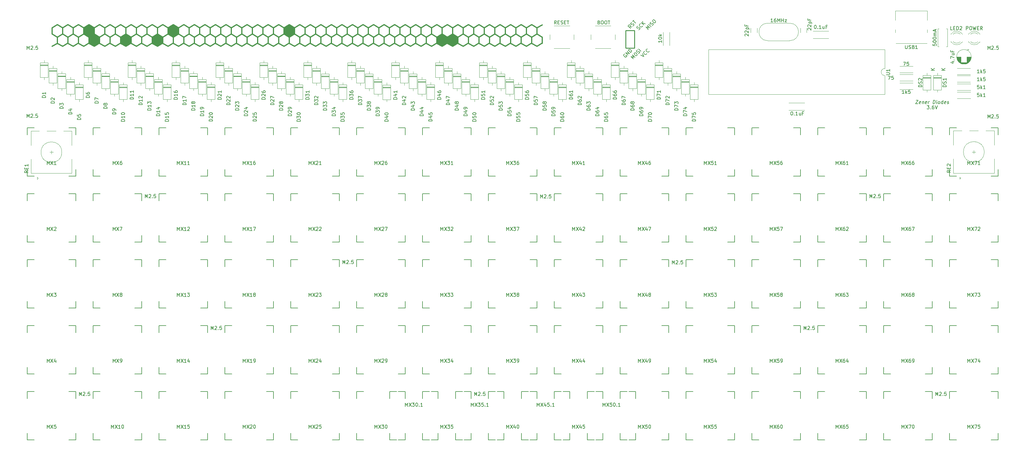
<source format=gbr>
G04 #@! TF.GenerationSoftware,KiCad,Pcbnew,5.1.6*
G04 #@! TF.CreationDate,2020-06-17T15:22:12+02:00*
G04 #@! TF.ProjectId,punk75,70756e6b-3735-42e6-9b69-6361645f7063,rev?*
G04 #@! TF.SameCoordinates,Original*
G04 #@! TF.FileFunction,Legend,Top*
G04 #@! TF.FilePolarity,Positive*
%FSLAX46Y46*%
G04 Gerber Fmt 4.6, Leading zero omitted, Abs format (unit mm)*
G04 Created by KiCad (PCBNEW 5.1.6) date 2020-06-17 15:22:12*
%MOMM*%
%LPD*%
G01*
G04 APERTURE LIST*
%ADD10C,0.300000*%
%ADD11C,0.100000*%
%ADD12C,0.150000*%
%ADD13C,0.120000*%
%ADD14C,0.250000*%
G04 APERTURE END LIST*
D10*
X90551000Y-113030000D02*
X89027000Y-113937051D01*
X230759000Y-107696000D02*
X229235000Y-108603051D01*
D11*
G36*
X159131000Y-108585000D02*
G01*
X159131000Y-110344949D01*
X157607000Y-111270051D01*
X156083000Y-110363000D01*
X156083000Y-108585000D01*
X157607000Y-107677949D01*
X159131000Y-108585000D01*
G37*
X159131000Y-108585000D02*
X159131000Y-110344949D01*
X157607000Y-111270051D01*
X156083000Y-110363000D01*
X156083000Y-108585000D01*
X157607000Y-107677949D01*
X159131000Y-108585000D01*
G36*
X203327000Y-111252000D02*
G01*
X200279000Y-111270051D01*
X201803000Y-110363000D01*
X203327000Y-111252000D01*
G37*
X203327000Y-111252000D02*
X200279000Y-111270051D01*
X201803000Y-110363000D01*
X203327000Y-111252000D01*
G36*
X206375000Y-111270051D02*
G01*
X206375000Y-113011949D01*
X204851000Y-113937051D01*
X203327000Y-113030000D01*
X201803000Y-113919000D01*
X200279000Y-113030000D01*
X200279000Y-111252000D01*
X203327000Y-111270051D01*
X204851000Y-110344949D01*
X206375000Y-111270051D01*
G37*
X206375000Y-111270051D02*
X206375000Y-113011949D01*
X204851000Y-113937051D01*
X203327000Y-113030000D01*
X201803000Y-113919000D01*
X200279000Y-113030000D01*
X200279000Y-111252000D01*
X203327000Y-111270051D01*
X204851000Y-110344949D01*
X206375000Y-111270051D01*
G36*
X125603000Y-108585000D02*
G01*
X125603000Y-110344949D01*
X124079000Y-111270051D01*
X122555000Y-110363000D01*
X122555000Y-108585000D01*
X124079000Y-107696000D01*
X125603000Y-108585000D01*
G37*
X125603000Y-108585000D02*
X125603000Y-110344949D01*
X124079000Y-111270051D01*
X122555000Y-110363000D01*
X122555000Y-108585000D01*
X124079000Y-107696000D01*
X125603000Y-108585000D01*
G36*
X121031000Y-111252000D02*
G01*
X121031000Y-113030000D01*
X119507000Y-113919000D01*
X117983000Y-113011949D01*
X117983000Y-111252000D01*
X119507000Y-110363000D01*
X121031000Y-111252000D01*
G37*
X121031000Y-111252000D02*
X121031000Y-113030000D01*
X119507000Y-113919000D01*
X117983000Y-113011949D01*
X117983000Y-111252000D01*
X119507000Y-110363000D01*
X121031000Y-111252000D01*
G36*
X111887000Y-111252000D02*
G01*
X111887000Y-113011949D01*
X110363000Y-113919000D01*
X108839000Y-113011949D01*
X108839000Y-111270051D01*
X110363000Y-110363000D01*
X111887000Y-111252000D01*
G37*
X111887000Y-111252000D02*
X111887000Y-113011949D01*
X110363000Y-113919000D01*
X108839000Y-113011949D01*
X108839000Y-111270051D01*
X110363000Y-110363000D01*
X111887000Y-111252000D01*
G36*
X102743000Y-111270051D02*
G01*
X102743000Y-113011949D01*
X101219000Y-113919000D01*
X99695000Y-113030000D01*
X99695000Y-111125000D01*
X101346000Y-110490000D01*
X102743000Y-111270051D01*
G37*
X102743000Y-111270051D02*
X102743000Y-113011949D01*
X101219000Y-113919000D01*
X99695000Y-113030000D01*
X99695000Y-111125000D01*
X101346000Y-110490000D01*
X102743000Y-111270051D01*
G36*
X101219000Y-108585000D02*
G01*
X101219000Y-110344949D01*
X99695000Y-111252000D01*
X98171000Y-110363000D01*
X98171000Y-108585000D01*
X99695000Y-107823000D01*
X101219000Y-108585000D01*
G37*
X101219000Y-108585000D02*
X101219000Y-110344949D01*
X99695000Y-111252000D01*
X98171000Y-110363000D01*
X98171000Y-108585000D01*
X99695000Y-107823000D01*
X101219000Y-108585000D01*
D10*
X194183000Y-113030000D02*
X194183000Y-111252000D01*
X188087000Y-113030000D02*
X189611000Y-113937051D01*
X180467000Y-110363000D02*
X180467000Y-108585000D01*
X217043000Y-110344949D02*
X215519000Y-111252000D01*
X210947000Y-110344949D02*
X209423000Y-111252000D01*
X220091000Y-110344949D02*
X218567000Y-111252000D01*
X206375000Y-113030000D02*
X207899000Y-113937051D01*
X200279000Y-107677949D02*
X198755000Y-108585000D01*
X227711000Y-113030000D02*
X227711000Y-111252000D01*
X200279000Y-111252000D02*
X200279000Y-113030000D01*
X186563000Y-110363000D02*
X188087000Y-111270051D01*
X206375000Y-113011949D02*
X204851000Y-113919000D01*
X209423000Y-113030000D02*
X210947000Y-113937051D01*
X227711000Y-113011949D02*
X226187000Y-113919000D01*
X206375000Y-113030000D02*
X206375000Y-111252000D01*
X185039000Y-113011949D02*
X183515000Y-113919000D01*
X210947000Y-110363000D02*
X210947000Y-108585000D01*
X200279000Y-113011949D02*
X198755000Y-113919000D01*
X206375000Y-111252000D02*
X206375000Y-113030000D01*
X195707000Y-110344949D02*
X194183000Y-111252000D01*
X198755000Y-110344949D02*
X200279000Y-111252000D01*
X189611000Y-110363000D02*
X189611000Y-108585000D01*
X192659000Y-110344949D02*
X191135000Y-111252000D01*
X215519000Y-107677949D02*
X217043000Y-108585000D01*
X226187000Y-110344949D02*
X224663000Y-111252000D01*
X224663000Y-113011949D02*
X223139000Y-113919000D01*
X204851000Y-108585000D02*
X204851000Y-110363000D01*
X195707000Y-110363000D02*
X197231000Y-111270051D01*
X194183000Y-111252000D02*
X194183000Y-113030000D01*
X188087000Y-107677949D02*
X189611000Y-108585000D01*
X226187000Y-108585000D02*
X226187000Y-110363000D01*
X183515000Y-110344949D02*
X181991000Y-111252000D01*
X215519000Y-113030000D02*
X217043000Y-113937051D01*
X191135000Y-107677949D02*
X192659000Y-108585000D01*
X197231000Y-107677949D02*
X198755000Y-108585000D01*
X217043000Y-110363000D02*
X218567000Y-111270051D01*
X183515000Y-108585000D02*
X183515000Y-110363000D01*
X213995000Y-110363000D02*
X213995000Y-108585000D01*
X226187000Y-110344949D02*
X224663000Y-111252000D01*
X229235000Y-110344949D02*
X227711000Y-111252000D01*
X210947000Y-110344949D02*
X212471000Y-111252000D01*
X204851000Y-110363000D02*
X206375000Y-111270051D01*
X195707000Y-110363000D02*
X195707000Y-108585000D01*
X195707000Y-110344949D02*
X197231000Y-111252000D01*
X181991000Y-107677949D02*
X183515000Y-108585000D01*
X213995000Y-110363000D02*
X215519000Y-111270051D01*
X224663000Y-113030000D02*
X224663000Y-111252000D01*
X192659000Y-108585000D02*
X192659000Y-110363000D01*
X217043000Y-110344949D02*
X215519000Y-111252000D01*
X220091000Y-108585000D02*
X220091000Y-110363000D01*
X200279000Y-113030000D02*
X200279000Y-111252000D01*
X186563000Y-110344949D02*
X185039000Y-111252000D01*
X227711000Y-107677949D02*
X229235000Y-108585000D01*
X223139000Y-110363000D02*
X223139000Y-108585000D01*
X204851000Y-110344949D02*
X203327000Y-111252000D01*
X218567000Y-113011949D02*
X217043000Y-113919000D01*
X217043000Y-110363000D02*
X217043000Y-108585000D01*
X203327000Y-113011949D02*
X201803000Y-113919000D01*
X230759000Y-113011949D02*
X229235000Y-113919000D01*
X191135000Y-107677949D02*
X189611000Y-108585000D01*
X186563000Y-110344949D02*
X185039000Y-111252000D01*
X183515000Y-110344949D02*
X181991000Y-111252000D01*
X204851000Y-110344949D02*
X203327000Y-111252000D01*
X230759000Y-111252000D02*
X230759000Y-113030000D01*
X210947000Y-110344949D02*
X209423000Y-111252000D01*
X204851000Y-110363000D02*
X204851000Y-108585000D01*
X215519000Y-107677949D02*
X213995000Y-108585000D01*
X185039000Y-111252000D02*
X185039000Y-113030000D01*
X229235000Y-110344949D02*
X227711000Y-111252000D01*
X198755000Y-108585000D02*
X198755000Y-110363000D01*
X209423000Y-113030000D02*
X209423000Y-111252000D01*
X220091000Y-110363000D02*
X221615000Y-111270051D01*
X218567000Y-113030000D02*
X218567000Y-111252000D01*
X218567000Y-113030000D02*
X220091000Y-113937051D01*
X194183000Y-107677949D02*
X195707000Y-108585000D01*
X181991000Y-107677949D02*
X180467000Y-108585000D01*
X223139000Y-108585000D02*
X223139000Y-110363000D01*
X192659000Y-110344949D02*
X191135000Y-111252000D01*
X224663000Y-107677949D02*
X226187000Y-108585000D01*
X207899000Y-110363000D02*
X207899000Y-108585000D01*
X188087000Y-107677949D02*
X186563000Y-108585000D01*
X201803000Y-108585000D02*
X201803000Y-110363000D01*
X220091000Y-110344949D02*
X218567000Y-111252000D01*
X201803000Y-110363000D02*
X203327000Y-111270051D01*
X221615000Y-107677949D02*
X223139000Y-108585000D01*
X181991000Y-113030000D02*
X181991000Y-111252000D01*
X200279000Y-107677949D02*
X201803000Y-108585000D01*
X215519000Y-113030000D02*
X215519000Y-111252000D01*
X207899000Y-110344949D02*
X206375000Y-111252000D01*
X198755000Y-110344949D02*
X197231000Y-111252000D01*
X191135000Y-113030000D02*
X192659000Y-113937051D01*
X191135000Y-111252000D02*
X191135000Y-113030000D01*
X212471000Y-107677949D02*
X213995000Y-108585000D01*
X221615000Y-107677949D02*
X220091000Y-108585000D01*
X217043000Y-108585000D02*
X217043000Y-110363000D01*
X209423000Y-107677949D02*
X210947000Y-108585000D01*
X183515000Y-110363000D02*
X185039000Y-111270051D01*
X188087000Y-111252000D02*
X188087000Y-113030000D01*
X189611000Y-110344949D02*
X188087000Y-111252000D01*
X218567000Y-107677949D02*
X220091000Y-108585000D01*
X203327000Y-113030000D02*
X203327000Y-111252000D01*
X210947000Y-110363000D02*
X212471000Y-111270051D01*
X224663000Y-107677949D02*
X223139000Y-108585000D01*
X212471000Y-111252000D02*
X212471000Y-113030000D01*
X206375000Y-107677949D02*
X204851000Y-108585000D01*
X212471000Y-113030000D02*
X212471000Y-111252000D01*
X209423000Y-113011949D02*
X207899000Y-113919000D01*
X227711000Y-111252000D02*
X227711000Y-113030000D01*
X221615000Y-111252000D02*
X221615000Y-113030000D01*
X192659000Y-110363000D02*
X194183000Y-111270051D01*
X206375000Y-107677949D02*
X207899000Y-108585000D01*
X194183000Y-107677949D02*
X192659000Y-108585000D01*
X217043000Y-110344949D02*
X218567000Y-111252000D01*
X203327000Y-107677949D02*
X201803000Y-108585000D01*
X204851000Y-110344949D02*
X206375000Y-111252000D01*
X207899000Y-110363000D02*
X209423000Y-111270051D01*
X209423000Y-107677949D02*
X207899000Y-108585000D01*
X189611000Y-110344949D02*
X191135000Y-111252000D01*
X192659000Y-110344949D02*
X194183000Y-111252000D01*
X207899000Y-110344949D02*
X206375000Y-111252000D01*
X189611000Y-108585000D02*
X189611000Y-110363000D01*
X212471000Y-107677949D02*
X210947000Y-108585000D01*
X183515000Y-110363000D02*
X183515000Y-108585000D01*
X186563000Y-110344949D02*
X188087000Y-111252000D01*
X198755000Y-110344949D02*
X197231000Y-111252000D01*
X189611000Y-110363000D02*
X191135000Y-111270051D01*
X188087000Y-113011949D02*
X186563000Y-113919000D01*
X215519000Y-113011949D02*
X213995000Y-113919000D01*
X195707000Y-108585000D02*
X195707000Y-110363000D01*
X192659000Y-110363000D02*
X192659000Y-108585000D01*
X210947000Y-108585000D02*
X210947000Y-110363000D01*
X185039000Y-113030000D02*
X186563000Y-113937051D01*
X197231000Y-113030000D02*
X197231000Y-111252000D01*
X213995000Y-110344949D02*
X215519000Y-111252000D01*
X189611000Y-110344949D02*
X188087000Y-111252000D01*
X180467000Y-110363000D02*
X181991000Y-111270051D01*
X212471000Y-113030000D02*
X213995000Y-113937051D01*
X226187000Y-110363000D02*
X227711000Y-111270051D01*
X203327000Y-113030000D02*
X204851000Y-113937051D01*
X186563000Y-108585000D02*
X186563000Y-110363000D01*
X223139000Y-110344949D02*
X221615000Y-111252000D01*
X226187000Y-110344949D02*
X227711000Y-111252000D01*
X223139000Y-110363000D02*
X224663000Y-111270051D01*
X181991000Y-113030000D02*
X183515000Y-113937051D01*
X224663000Y-111252000D02*
X224663000Y-113030000D01*
X229235000Y-108585000D02*
X229235000Y-110363000D01*
X188087000Y-113030000D02*
X188087000Y-111252000D01*
X191135000Y-113011949D02*
X189611000Y-113919000D01*
X201803000Y-110344949D02*
X203327000Y-111252000D01*
X198755000Y-110363000D02*
X198755000Y-108585000D01*
X185039000Y-113030000D02*
X185039000Y-111252000D01*
X209423000Y-111252000D02*
X209423000Y-113030000D01*
X185039000Y-107677949D02*
X186563000Y-108585000D01*
X191135000Y-113030000D02*
X191135000Y-111252000D01*
X194183000Y-113011949D02*
X192659000Y-113919000D01*
X221615000Y-113030000D02*
X221615000Y-111252000D01*
X197231000Y-107677949D02*
X195707000Y-108585000D01*
X207899000Y-110344949D02*
X209423000Y-111252000D01*
X220091000Y-110363000D02*
X220091000Y-108585000D01*
X221615000Y-113011949D02*
X220091000Y-113919000D01*
X185039000Y-107677949D02*
X183515000Y-108585000D01*
X200279000Y-113030000D02*
X201803000Y-113937051D01*
X223139000Y-110344949D02*
X221615000Y-111252000D01*
X215519000Y-111252000D02*
X215519000Y-113030000D01*
X223139000Y-110344949D02*
X224663000Y-111252000D01*
X207899000Y-108585000D02*
X207899000Y-110363000D01*
X198755000Y-110363000D02*
X200279000Y-111270051D01*
X203327000Y-111252000D02*
X203327000Y-113030000D01*
X195707000Y-110344949D02*
X194183000Y-111252000D01*
X221615000Y-113030000D02*
X223139000Y-113937051D01*
X229235000Y-110344949D02*
X230759000Y-111252000D01*
X201803000Y-110344949D02*
X200279000Y-111252000D01*
X220091000Y-110344949D02*
X221615000Y-111252000D01*
X197231000Y-113011949D02*
X195707000Y-113919000D01*
X197231000Y-113030000D02*
X198755000Y-113937051D01*
X212471000Y-113011949D02*
X210947000Y-113919000D01*
X194183000Y-113030000D02*
X195707000Y-113937051D01*
X183515000Y-110344949D02*
X185039000Y-111252000D01*
X197231000Y-111252000D02*
X197231000Y-113030000D01*
X218567000Y-111252000D02*
X218567000Y-113030000D01*
X213995000Y-110344949D02*
X212471000Y-111252000D01*
X201803000Y-110363000D02*
X201803000Y-108585000D01*
X186563000Y-110363000D02*
X186563000Y-108585000D01*
X218567000Y-107677949D02*
X217043000Y-108585000D01*
X213995000Y-108585000D02*
X213995000Y-110363000D01*
X201803000Y-110344949D02*
X200279000Y-111252000D01*
X224663000Y-113030000D02*
X226187000Y-113937051D01*
X227711000Y-113030000D02*
X229235000Y-113937051D01*
X213995000Y-110344949D02*
X212471000Y-111252000D01*
X227711000Y-107677949D02*
X226187000Y-108585000D01*
X226187000Y-110363000D02*
X226187000Y-108585000D01*
X203327000Y-107677949D02*
X204851000Y-108585000D01*
X157607000Y-107677949D02*
X156083000Y-108585000D01*
X149987000Y-110363000D02*
X151511000Y-111270051D01*
X185039000Y-111252000D02*
X185039000Y-113030000D01*
X162179000Y-110344949D02*
X160655000Y-111252000D01*
X146939000Y-110344949D02*
X145415000Y-111252000D01*
X177419000Y-108585000D02*
X177419000Y-110363000D01*
X139319000Y-107677949D02*
X140843000Y-108585000D01*
X181991000Y-113030000D02*
X181991000Y-111252000D01*
X166751000Y-113030000D02*
X168275000Y-113937051D01*
X149987000Y-110344949D02*
X148463000Y-111252000D01*
X159131000Y-110363000D02*
X159131000Y-108585000D01*
X186563000Y-110344949D02*
X188087000Y-111252000D01*
X159131000Y-110363000D02*
X160655000Y-111270051D01*
X146939000Y-110363000D02*
X146939000Y-108585000D01*
X142367000Y-113030000D02*
X142367000Y-111252000D01*
X171323000Y-110344949D02*
X172847000Y-111252000D01*
X145415000Y-113030000D02*
X146939000Y-113937051D01*
X142367000Y-113030000D02*
X143891000Y-113937051D01*
X157607000Y-113030000D02*
X157607000Y-111252000D01*
X165227000Y-110344949D02*
X166751000Y-111252000D01*
X148463000Y-107677949D02*
X146939000Y-108585000D01*
X171323000Y-110344949D02*
X169799000Y-111252000D01*
X169799000Y-107677949D02*
X168275000Y-108585000D01*
X174371000Y-108585000D02*
X174371000Y-110363000D01*
X143891000Y-110344949D02*
X145415000Y-111252000D01*
X181991000Y-107677949D02*
X183515000Y-108585000D01*
X172847000Y-111252000D02*
X172847000Y-113030000D01*
X178943000Y-111252000D02*
X178943000Y-113030000D01*
X178943000Y-113030000D02*
X180467000Y-113937051D01*
X143891000Y-108585000D02*
X143891000Y-110363000D01*
X177419000Y-110344949D02*
X178943000Y-111252000D01*
X162179000Y-110363000D02*
X163703000Y-111270051D01*
X175895000Y-113011949D02*
X174371000Y-113919000D01*
X177419000Y-110363000D02*
X177419000Y-108585000D01*
X175895000Y-111252000D02*
X175895000Y-113030000D01*
X166751000Y-113011949D02*
X165227000Y-113919000D01*
X157607000Y-111252000D02*
X157607000Y-113030000D01*
X162179000Y-108585000D02*
X162179000Y-110363000D01*
X163703000Y-111252000D02*
X163703000Y-113030000D01*
X160655000Y-111252000D02*
X160655000Y-113030000D01*
X169799000Y-113011949D02*
X168275000Y-113919000D01*
X140843000Y-110344949D02*
X139319000Y-111252000D01*
X153035000Y-110363000D02*
X154559000Y-111270051D01*
X160655000Y-113011949D02*
X159131000Y-113919000D01*
X166751000Y-107677949D02*
X168275000Y-108585000D01*
X157607000Y-113011949D02*
X156083000Y-113919000D01*
X180467000Y-110363000D02*
X180467000Y-108585000D01*
X151511000Y-113030000D02*
X151511000Y-111252000D01*
X154559000Y-113030000D02*
X156083000Y-113937051D01*
X146939000Y-108585000D02*
X146939000Y-110363000D01*
X159131000Y-110344949D02*
X157607000Y-111252000D01*
X145415000Y-107677949D02*
X146939000Y-108585000D01*
X180467000Y-110344949D02*
X178943000Y-111252000D01*
X183515000Y-110363000D02*
X183515000Y-108585000D01*
X156083000Y-110344949D02*
X154559000Y-111252000D01*
X146939000Y-110363000D02*
X148463000Y-111270051D01*
X156083000Y-108585000D02*
X156083000Y-110363000D01*
X183515000Y-110344949D02*
X185039000Y-111252000D01*
X149987000Y-110344949D02*
X148463000Y-111252000D01*
X177419000Y-110344949D02*
X175895000Y-111252000D01*
X175895000Y-113030000D02*
X175895000Y-111252000D01*
X166751000Y-111252000D02*
X166751000Y-113030000D01*
X159131000Y-110344949D02*
X160655000Y-111252000D01*
X188087000Y-113011949D02*
X186563000Y-113919000D01*
X153035000Y-108585000D02*
X153035000Y-110363000D01*
X154559000Y-113011949D02*
X153035000Y-113919000D01*
X151511000Y-107677949D02*
X149987000Y-108585000D01*
X183515000Y-110363000D02*
X185039000Y-111270051D01*
X149987000Y-110363000D02*
X149987000Y-108585000D01*
X139319000Y-113030000D02*
X140843000Y-113937051D01*
X148463000Y-111252000D02*
X148463000Y-113030000D01*
X175895000Y-107677949D02*
X174371000Y-108585000D01*
X174371000Y-110344949D02*
X175895000Y-111252000D01*
X145415000Y-113030000D02*
X145415000Y-111252000D01*
X143891000Y-110363000D02*
X143891000Y-108585000D01*
X171323000Y-108585000D02*
X171323000Y-110363000D01*
X154559000Y-111252000D02*
X154559000Y-113030000D01*
X143891000Y-110344949D02*
X142367000Y-111252000D01*
X163703000Y-107677949D02*
X162179000Y-108585000D01*
X185039000Y-107677949D02*
X183515000Y-108585000D01*
X146939000Y-110344949D02*
X145415000Y-111252000D01*
X168275000Y-110363000D02*
X169799000Y-111270051D01*
X137795000Y-110363000D02*
X139319000Y-111270051D01*
X177419000Y-110363000D02*
X178943000Y-111270051D01*
X180467000Y-110363000D02*
X181991000Y-111270051D01*
X172847000Y-113030000D02*
X174371000Y-113937051D01*
X162179000Y-110363000D02*
X162179000Y-108585000D01*
X153035000Y-110344949D02*
X154559000Y-111252000D01*
X151511000Y-113030000D02*
X153035000Y-113937051D01*
X163703000Y-113011949D02*
X162179000Y-113919000D01*
X174371000Y-110363000D02*
X175895000Y-111270051D01*
X175895000Y-113030000D02*
X177419000Y-113937051D01*
X178943000Y-113011949D02*
X177419000Y-113919000D01*
X168275000Y-108585000D02*
X168275000Y-110363000D01*
X169799000Y-113030000D02*
X169799000Y-111252000D01*
X163703000Y-113030000D02*
X165227000Y-113937051D01*
X153035000Y-110363000D02*
X153035000Y-108585000D01*
X140843000Y-110344949D02*
X142367000Y-111252000D01*
X181991000Y-111252000D02*
X181991000Y-113030000D01*
X183515000Y-110344949D02*
X181991000Y-111252000D01*
X180467000Y-110344949D02*
X178943000Y-111252000D01*
X154559000Y-107677949D02*
X153035000Y-108585000D01*
X165227000Y-110363000D02*
X166751000Y-111270051D01*
X188087000Y-111252000D02*
X188087000Y-113030000D01*
X148463000Y-107677949D02*
X149987000Y-108585000D01*
X151511000Y-107677949D02*
X153035000Y-108585000D01*
X142367000Y-107677949D02*
X140843000Y-108585000D01*
X175895000Y-107677949D02*
X177419000Y-108585000D01*
X149987000Y-110344949D02*
X151511000Y-111252000D01*
X157607000Y-113030000D02*
X159131000Y-113937051D01*
X149987000Y-108585000D02*
X149987000Y-110363000D01*
X160655000Y-107677949D02*
X159131000Y-108585000D01*
X151511000Y-111252000D02*
X151511000Y-113030000D01*
X157607000Y-107677949D02*
X159131000Y-108585000D01*
X165227000Y-108585000D02*
X165227000Y-110363000D01*
X156083000Y-110344949D02*
X154559000Y-111252000D01*
X145415000Y-107677949D02*
X143891000Y-108585000D01*
X172847000Y-113030000D02*
X172847000Y-111252000D01*
X145415000Y-111252000D02*
X145415000Y-113030000D01*
X172847000Y-107677949D02*
X171323000Y-108585000D01*
X146939000Y-110344949D02*
X148463000Y-111252000D01*
X148463000Y-113011949D02*
X146939000Y-113919000D01*
X160655000Y-113030000D02*
X162179000Y-113937051D01*
X165227000Y-110344949D02*
X163703000Y-111252000D01*
X139319000Y-107677949D02*
X137795000Y-108585000D01*
X165227000Y-110344949D02*
X163703000Y-111252000D01*
X168275000Y-110344949D02*
X166751000Y-111252000D01*
X159131000Y-108585000D02*
X159131000Y-110363000D01*
X168275000Y-110344949D02*
X166751000Y-111252000D01*
X169799000Y-111252000D02*
X169799000Y-113030000D01*
X186563000Y-110344949D02*
X185039000Y-111252000D01*
X154559000Y-113030000D02*
X154559000Y-111252000D01*
X140843000Y-110363000D02*
X140843000Y-108585000D01*
X181991000Y-113030000D02*
X183515000Y-113937051D01*
X143891000Y-110363000D02*
X145415000Y-111270051D01*
X178943000Y-113030000D02*
X178943000Y-111252000D01*
X185039000Y-113011949D02*
X183515000Y-113919000D01*
X140843000Y-108585000D02*
X140843000Y-110363000D01*
X145415000Y-113011949D02*
X143891000Y-113919000D01*
X156083000Y-110363000D02*
X156083000Y-108585000D01*
X183515000Y-110344949D02*
X181991000Y-111252000D01*
X162179000Y-110344949D02*
X163703000Y-111252000D01*
X160655000Y-107677949D02*
X162179000Y-108585000D01*
X140843000Y-110363000D02*
X142367000Y-111270051D01*
X168275000Y-110363000D02*
X168275000Y-108585000D01*
X174371000Y-110363000D02*
X174371000Y-108585000D01*
X174371000Y-110344949D02*
X172847000Y-111252000D01*
X172847000Y-113011949D02*
X171323000Y-113919000D01*
X165227000Y-110363000D02*
X165227000Y-108585000D01*
X163703000Y-113030000D02*
X163703000Y-111252000D01*
X168275000Y-110344949D02*
X169799000Y-111252000D01*
X140843000Y-110344949D02*
X139319000Y-111252000D01*
X153035000Y-110344949D02*
X151511000Y-111252000D01*
X185039000Y-113030000D02*
X185039000Y-111252000D01*
X181991000Y-107677949D02*
X180467000Y-108585000D01*
X177419000Y-110344949D02*
X175895000Y-111252000D01*
X186563000Y-110344949D02*
X185039000Y-111252000D01*
X178943000Y-107677949D02*
X180467000Y-108585000D01*
X183515000Y-108585000D02*
X183515000Y-110363000D01*
X166751000Y-113030000D02*
X166751000Y-111252000D01*
X171323000Y-110363000D02*
X172847000Y-111270051D01*
X137795000Y-110363000D02*
X137795000Y-108585000D01*
X160655000Y-113030000D02*
X160655000Y-111252000D01*
X169799000Y-113030000D02*
X171323000Y-113937051D01*
X180467000Y-110344949D02*
X181991000Y-111252000D01*
X142367000Y-111252000D02*
X142367000Y-113030000D01*
X148463000Y-113030000D02*
X148463000Y-111252000D01*
X169799000Y-107677949D02*
X171323000Y-108585000D01*
X178943000Y-107677949D02*
X177419000Y-108585000D01*
X162179000Y-110344949D02*
X160655000Y-111252000D01*
X159131000Y-110344949D02*
X157607000Y-111252000D01*
X171323000Y-110363000D02*
X171323000Y-108585000D01*
X142367000Y-113011949D02*
X140843000Y-113919000D01*
X142367000Y-107677949D02*
X143891000Y-108585000D01*
X156083000Y-110363000D02*
X157607000Y-111270051D01*
X163703000Y-107677949D02*
X165227000Y-108585000D01*
X166751000Y-107677949D02*
X165227000Y-108585000D01*
X171323000Y-110344949D02*
X169799000Y-111252000D01*
X172847000Y-107677949D02*
X174371000Y-108585000D01*
X185039000Y-113030000D02*
X186563000Y-113937051D01*
X180467000Y-108585000D02*
X180467000Y-110363000D01*
X139319000Y-113030000D02*
X139319000Y-111252000D01*
X148463000Y-113030000D02*
X149987000Y-113937051D01*
X156083000Y-110344949D02*
X157607000Y-111252000D01*
X174371000Y-110344949D02*
X172847000Y-111252000D01*
X154559000Y-107677949D02*
X156083000Y-108585000D01*
X181991000Y-113011949D02*
X180467000Y-113919000D01*
X186563000Y-108585000D02*
X186563000Y-110363000D01*
X185039000Y-107677949D02*
X186563000Y-108585000D01*
X143891000Y-110344949D02*
X142367000Y-111252000D01*
X151511000Y-113011949D02*
X149987000Y-113919000D01*
X153035000Y-110344949D02*
X151511000Y-111252000D01*
X133223000Y-107677949D02*
X131699000Y-108585000D01*
X125603000Y-110363000D02*
X127127000Y-111270051D01*
X137795000Y-110344949D02*
X136271000Y-111252000D01*
X122555000Y-110344949D02*
X121031000Y-111252000D01*
X114935000Y-107677949D02*
X116459000Y-108585000D01*
X125603000Y-110344949D02*
X124079000Y-111252000D01*
X134747000Y-110363000D02*
X134747000Y-108585000D01*
X134747000Y-110363000D02*
X136271000Y-111270051D01*
X122555000Y-110363000D02*
X122555000Y-108585000D01*
X117983000Y-113030000D02*
X117983000Y-111252000D01*
X121031000Y-113030000D02*
X122555000Y-113937051D01*
X117983000Y-113030000D02*
X119507000Y-113937051D01*
X133223000Y-113030000D02*
X133223000Y-111252000D01*
X124079000Y-107677949D02*
X122555000Y-108585000D01*
X119507000Y-110344949D02*
X121031000Y-111252000D01*
X119507000Y-108585000D02*
X119507000Y-110363000D01*
X133223000Y-111252000D02*
X133223000Y-113030000D01*
X137795000Y-108585000D02*
X137795000Y-110363000D01*
X139319000Y-111252000D02*
X139319000Y-113030000D01*
X136271000Y-111252000D02*
X136271000Y-113030000D01*
X116459000Y-110344949D02*
X114935000Y-111252000D01*
X128651000Y-110363000D02*
X130175000Y-111270051D01*
X136271000Y-113011949D02*
X134747000Y-113919000D01*
X133223000Y-113011949D02*
X131699000Y-113919000D01*
X127127000Y-113030000D02*
X127127000Y-111252000D01*
X130175000Y-113030000D02*
X131699000Y-113937051D01*
X122555000Y-108585000D02*
X122555000Y-110363000D01*
X134747000Y-110344949D02*
X133223000Y-111252000D01*
X121031000Y-107677949D02*
X122555000Y-108585000D01*
X131699000Y-110344949D02*
X130175000Y-111252000D01*
X122555000Y-110363000D02*
X124079000Y-111270051D01*
X131699000Y-108585000D02*
X131699000Y-110363000D01*
X125603000Y-110344949D02*
X124079000Y-111252000D01*
X134747000Y-110344949D02*
X136271000Y-111252000D01*
X128651000Y-108585000D02*
X128651000Y-110363000D01*
X130175000Y-113011949D02*
X128651000Y-113919000D01*
X127127000Y-107677949D02*
X125603000Y-108585000D01*
X125603000Y-110363000D02*
X125603000Y-108585000D01*
X114935000Y-113030000D02*
X116459000Y-113937051D01*
X124079000Y-111252000D02*
X124079000Y-113030000D01*
X121031000Y-113030000D02*
X121031000Y-111252000D01*
X119507000Y-110363000D02*
X119507000Y-108585000D01*
X130175000Y-111252000D02*
X130175000Y-113030000D01*
X119507000Y-110344949D02*
X117983000Y-111252000D01*
X122555000Y-110344949D02*
X121031000Y-111252000D01*
X113411000Y-110363000D02*
X114935000Y-111270051D01*
X128651000Y-110344949D02*
X130175000Y-111252000D01*
X127127000Y-113030000D02*
X128651000Y-113937051D01*
X139319000Y-113011949D02*
X137795000Y-113919000D01*
X128651000Y-110363000D02*
X128651000Y-108585000D01*
X116459000Y-110344949D02*
X117983000Y-111252000D01*
X130175000Y-107677949D02*
X128651000Y-108585000D01*
X124079000Y-107677949D02*
X125603000Y-108585000D01*
X127127000Y-107677949D02*
X128651000Y-108585000D01*
X117983000Y-107677949D02*
X116459000Y-108585000D01*
X125603000Y-110344949D02*
X127127000Y-111252000D01*
X133223000Y-113030000D02*
X134747000Y-113937051D01*
X125603000Y-108585000D02*
X125603000Y-110363000D01*
X136271000Y-107677949D02*
X134747000Y-108585000D01*
X127127000Y-111252000D02*
X127127000Y-113030000D01*
X133223000Y-107677949D02*
X134747000Y-108585000D01*
X131699000Y-110344949D02*
X130175000Y-111252000D01*
X121031000Y-107677949D02*
X119507000Y-108585000D01*
X121031000Y-111252000D02*
X121031000Y-113030000D01*
X122555000Y-110344949D02*
X124079000Y-111252000D01*
X124079000Y-113011949D02*
X122555000Y-113919000D01*
X136271000Y-113030000D02*
X137795000Y-113937051D01*
X114935000Y-107677949D02*
X113411000Y-108585000D01*
X134747000Y-108585000D02*
X134747000Y-110363000D01*
X130175000Y-113030000D02*
X130175000Y-111252000D01*
X116459000Y-110363000D02*
X116459000Y-108585000D01*
X119507000Y-110363000D02*
X121031000Y-111270051D01*
X116459000Y-108585000D02*
X116459000Y-110363000D01*
X121031000Y-113011949D02*
X119507000Y-113919000D01*
X131699000Y-110363000D02*
X131699000Y-108585000D01*
X137795000Y-110344949D02*
X139319000Y-111252000D01*
X136271000Y-107677949D02*
X137795000Y-108585000D01*
X116459000Y-110363000D02*
X117983000Y-111270051D01*
X116459000Y-110344949D02*
X114935000Y-111252000D01*
X128651000Y-110344949D02*
X127127000Y-111252000D01*
X113411000Y-110363000D02*
X113411000Y-108585000D01*
X136271000Y-113030000D02*
X136271000Y-111252000D01*
X117983000Y-111252000D02*
X117983000Y-113030000D01*
X124079000Y-113030000D02*
X124079000Y-111252000D01*
X137795000Y-110344949D02*
X136271000Y-111252000D01*
X134747000Y-110344949D02*
X133223000Y-111252000D01*
X117983000Y-113011949D02*
X116459000Y-113919000D01*
X117983000Y-107677949D02*
X119507000Y-108585000D01*
X131699000Y-110363000D02*
X133223000Y-111270051D01*
X114935000Y-113030000D02*
X114935000Y-111252000D01*
X124079000Y-113030000D02*
X125603000Y-113937051D01*
X131699000Y-110344949D02*
X133223000Y-111252000D01*
X130175000Y-107677949D02*
X131699000Y-108585000D01*
X119507000Y-110344949D02*
X117983000Y-111252000D01*
X127127000Y-113011949D02*
X125603000Y-113919000D01*
X128651000Y-110344949D02*
X127127000Y-111252000D01*
X110363000Y-110344949D02*
X108839000Y-111252000D01*
X102743000Y-107677949D02*
X104267000Y-108585000D01*
X113411000Y-110344949D02*
X111887000Y-111252000D01*
X110363000Y-110363000D02*
X110363000Y-108585000D01*
X105791000Y-113030000D02*
X105791000Y-111252000D01*
X108839000Y-113030000D02*
X110363000Y-113937051D01*
X105791000Y-113030000D02*
X107315000Y-113937051D01*
X111887000Y-107677949D02*
X110363000Y-108585000D01*
X107315000Y-110344949D02*
X108839000Y-111252000D01*
X107315000Y-108585000D02*
X107315000Y-110363000D01*
X104267000Y-110344949D02*
X102743000Y-111252000D01*
X110363000Y-108585000D02*
X110363000Y-110363000D01*
X108839000Y-107677949D02*
X110363000Y-108585000D01*
X110363000Y-110363000D02*
X111887000Y-111270051D01*
X113411000Y-110344949D02*
X111887000Y-111252000D01*
X102743000Y-113030000D02*
X104267000Y-113937051D01*
X111887000Y-111252000D02*
X111887000Y-113030000D01*
X108839000Y-113030000D02*
X108839000Y-111252000D01*
X107315000Y-110363000D02*
X107315000Y-108585000D01*
X107315000Y-110344949D02*
X105791000Y-111252000D01*
X110363000Y-110344949D02*
X108839000Y-111252000D01*
X101219000Y-110363000D02*
X102743000Y-111270051D01*
X104267000Y-110344949D02*
X105791000Y-111252000D01*
X111887000Y-107677949D02*
X113411000Y-108585000D01*
X105791000Y-107677949D02*
X104267000Y-108585000D01*
X113411000Y-110344949D02*
X114935000Y-111252000D01*
X113411000Y-108585000D02*
X113411000Y-110363000D01*
X114935000Y-111252000D02*
X114935000Y-113030000D01*
X108839000Y-107677949D02*
X107315000Y-108585000D01*
X108839000Y-111252000D02*
X108839000Y-113030000D01*
X110363000Y-110344949D02*
X111887000Y-111252000D01*
X111887000Y-113011949D02*
X110363000Y-113919000D01*
X102743000Y-107677949D02*
X101219000Y-108585000D01*
X104267000Y-110363000D02*
X104267000Y-108585000D01*
X107315000Y-110363000D02*
X108839000Y-111270051D01*
X104267000Y-108585000D02*
X104267000Y-110363000D01*
X108839000Y-113011949D02*
X107315000Y-113919000D01*
X104267000Y-110363000D02*
X105791000Y-111270051D01*
X104267000Y-110344949D02*
X102743000Y-111252000D01*
X101219000Y-110363000D02*
X101219000Y-108585000D01*
X105791000Y-111252000D02*
X105791000Y-113030000D01*
X111887000Y-113030000D02*
X111887000Y-111252000D01*
X105791000Y-113011949D02*
X104267000Y-113919000D01*
X105791000Y-107677949D02*
X107315000Y-108585000D01*
X102743000Y-113030000D02*
X102743000Y-111252000D01*
X111887000Y-113030000D02*
X113411000Y-113937051D01*
X107315000Y-110344949D02*
X105791000Y-111252000D01*
X114935000Y-113011949D02*
X113411000Y-113919000D01*
X96647000Y-107677949D02*
X98171000Y-108585000D01*
X99695000Y-113030000D02*
X99695000Y-111252000D01*
X99695000Y-113030000D02*
X101219000Y-113937051D01*
X101219000Y-110344949D02*
X102743000Y-111252000D01*
X101219000Y-108585000D02*
X101219000Y-110363000D01*
X98171000Y-110344949D02*
X96647000Y-111252000D01*
X96647000Y-113030000D02*
X98171000Y-113937051D01*
X101219000Y-110344949D02*
X99695000Y-111252000D01*
X95123000Y-110363000D02*
X96647000Y-111270051D01*
X98171000Y-110344949D02*
X99695000Y-111252000D01*
X99695000Y-107677949D02*
X98171000Y-108585000D01*
X102743000Y-111252000D02*
X102743000Y-113030000D01*
X96647000Y-107677949D02*
X95123000Y-108585000D01*
X98171000Y-110363000D02*
X98171000Y-108585000D01*
X98171000Y-108585000D02*
X98171000Y-110363000D01*
X102743000Y-113011949D02*
X101219000Y-113919000D01*
X98171000Y-110363000D02*
X99695000Y-111270051D01*
X98171000Y-110344949D02*
X96647000Y-111252000D01*
X95123000Y-110363000D02*
X95123000Y-108585000D01*
X99695000Y-111252000D02*
X99695000Y-113030000D01*
X99695000Y-113011949D02*
X98171000Y-113919000D01*
X99695000Y-107677949D02*
X101219000Y-108585000D01*
X96647000Y-113030000D02*
X96647000Y-111252000D01*
X101219000Y-110344949D02*
X99695000Y-111252000D01*
X93599000Y-107677949D02*
X95123000Y-108585000D01*
X95123000Y-110344949D02*
X93599000Y-111252000D01*
X93599000Y-113030000D02*
X95123000Y-113937051D01*
X92075000Y-110363000D02*
X93599000Y-111270051D01*
X95123000Y-110344949D02*
X96647000Y-111252000D01*
X93599000Y-107677949D02*
X92075000Y-108585000D01*
X95123000Y-108585000D02*
X95123000Y-110363000D01*
X95123000Y-110344949D02*
X93599000Y-111252000D01*
X92075000Y-110363000D02*
X92075000Y-108585000D01*
X96647000Y-111252000D02*
X96647000Y-113030000D01*
X96647000Y-113011949D02*
X95123000Y-113919000D01*
X93599000Y-113030000D02*
X93599000Y-111252000D01*
X92075000Y-110344949D02*
X93599000Y-111252000D01*
X90551000Y-113030000D02*
X92075000Y-113937051D01*
X92075000Y-110344949D02*
X90551000Y-111252000D01*
X93599000Y-111252000D02*
X93599000Y-113030000D01*
X93599000Y-113011949D02*
X92075000Y-113919000D01*
X90551000Y-113030000D02*
X90551000Y-111252000D01*
X92075000Y-108585000D02*
X92075000Y-110363000D01*
X89027000Y-110363000D02*
X89027000Y-108585000D01*
X92075000Y-110344949D02*
X90551000Y-111252000D01*
X89027000Y-110363000D02*
X90551000Y-111270051D01*
X90551000Y-107677949D02*
X89027000Y-108585000D01*
X90551000Y-107677949D02*
X92075000Y-108585000D01*
D12*
X342058809Y-131024380D02*
X342677857Y-131024380D01*
X342344523Y-131405333D01*
X342487380Y-131405333D01*
X342582619Y-131452952D01*
X342630238Y-131500571D01*
X342677857Y-131595809D01*
X342677857Y-131833904D01*
X342630238Y-131929142D01*
X342582619Y-131976761D01*
X342487380Y-132024380D01*
X342201666Y-132024380D01*
X342106428Y-131976761D01*
X342058809Y-131929142D01*
X343106428Y-131929142D02*
X343154047Y-131976761D01*
X343106428Y-132024380D01*
X343058809Y-131976761D01*
X343106428Y-131929142D01*
X343106428Y-132024380D01*
X344011190Y-131024380D02*
X343820714Y-131024380D01*
X343725476Y-131072000D01*
X343677857Y-131119619D01*
X343582619Y-131262476D01*
X343535000Y-131452952D01*
X343535000Y-131833904D01*
X343582619Y-131929142D01*
X343630238Y-131976761D01*
X343725476Y-132024380D01*
X343915952Y-132024380D01*
X344011190Y-131976761D01*
X344058809Y-131929142D01*
X344106428Y-131833904D01*
X344106428Y-131595809D01*
X344058809Y-131500571D01*
X344011190Y-131452952D01*
X343915952Y-131405333D01*
X343725476Y-131405333D01*
X343630238Y-131452952D01*
X343582619Y-131500571D01*
X343535000Y-131595809D01*
X344392142Y-131024380D02*
X344725476Y-132024380D01*
X345058809Y-131024380D01*
X338877491Y-129500380D02*
X339544157Y-129500380D01*
X338752491Y-130500380D01*
X339419157Y-130500380D01*
X340187014Y-130452761D02*
X340085824Y-130500380D01*
X339895348Y-130500380D01*
X339806062Y-130452761D01*
X339770348Y-130357523D01*
X339817967Y-129976571D01*
X339877491Y-129881333D01*
X339978681Y-129833714D01*
X340169157Y-129833714D01*
X340258443Y-129881333D01*
X340294157Y-129976571D01*
X340282252Y-130071809D01*
X339794157Y-130167047D01*
X340740586Y-129833714D02*
X340657252Y-130500380D01*
X340728681Y-129928952D02*
X340782252Y-129881333D01*
X340883443Y-129833714D01*
X341026300Y-129833714D01*
X341115586Y-129881333D01*
X341151300Y-129976571D01*
X341085824Y-130500380D01*
X341948919Y-130452761D02*
X341847729Y-130500380D01*
X341657252Y-130500380D01*
X341567967Y-130452761D01*
X341532252Y-130357523D01*
X341579872Y-129976571D01*
X341639395Y-129881333D01*
X341740586Y-129833714D01*
X341931062Y-129833714D01*
X342020348Y-129881333D01*
X342056062Y-129976571D01*
X342044157Y-130071809D01*
X341556062Y-130167047D01*
X342419157Y-130500380D02*
X342502491Y-129833714D01*
X342478681Y-130024190D02*
X342538205Y-129928952D01*
X342591776Y-129881333D01*
X342692967Y-129833714D01*
X342788205Y-129833714D01*
X343800110Y-130500380D02*
X343925110Y-129500380D01*
X344163205Y-129500380D01*
X344300110Y-129548000D01*
X344383443Y-129643238D01*
X344419157Y-129738476D01*
X344442967Y-129928952D01*
X344425110Y-130071809D01*
X344353681Y-130262285D01*
X344294157Y-130357523D01*
X344187014Y-130452761D01*
X344038205Y-130500380D01*
X343800110Y-130500380D01*
X344800110Y-130500380D02*
X344883443Y-129833714D01*
X344925110Y-129500380D02*
X344871538Y-129548000D01*
X344913205Y-129595619D01*
X344966776Y-129548000D01*
X344925110Y-129500380D01*
X344913205Y-129595619D01*
X345419157Y-130500380D02*
X345329872Y-130452761D01*
X345288205Y-130405142D01*
X345252491Y-130309904D01*
X345288205Y-130024190D01*
X345347729Y-129928952D01*
X345401300Y-129881333D01*
X345502491Y-129833714D01*
X345645348Y-129833714D01*
X345734633Y-129881333D01*
X345776300Y-129928952D01*
X345812014Y-130024190D01*
X345776300Y-130309904D01*
X345716776Y-130405142D01*
X345663205Y-130452761D01*
X345562014Y-130500380D01*
X345419157Y-130500380D01*
X346609633Y-130500380D02*
X346734633Y-129500380D01*
X346615586Y-130452761D02*
X346514395Y-130500380D01*
X346323919Y-130500380D01*
X346234633Y-130452761D01*
X346192967Y-130405142D01*
X346157252Y-130309904D01*
X346192967Y-130024190D01*
X346252491Y-129928952D01*
X346306062Y-129881333D01*
X346407252Y-129833714D01*
X346597729Y-129833714D01*
X346687014Y-129881333D01*
X347472729Y-130452761D02*
X347371538Y-130500380D01*
X347181062Y-130500380D01*
X347091776Y-130452761D01*
X347056062Y-130357523D01*
X347103681Y-129976571D01*
X347163205Y-129881333D01*
X347264395Y-129833714D01*
X347454872Y-129833714D01*
X347544157Y-129881333D01*
X347579872Y-129976571D01*
X347567967Y-130071809D01*
X347079872Y-130167047D01*
X347901300Y-130452761D02*
X347990586Y-130500380D01*
X348181062Y-130500380D01*
X348282252Y-130452761D01*
X348341776Y-130357523D01*
X348347729Y-130309904D01*
X348312014Y-130214666D01*
X348222729Y-130167047D01*
X348079872Y-130167047D01*
X347990586Y-130119428D01*
X347954872Y-130024190D01*
X347960824Y-129976571D01*
X348020348Y-129881333D01*
X348121538Y-129833714D01*
X348264395Y-129833714D01*
X348353681Y-129881333D01*
X291450000Y-194612500D02*
X291450000Y-196612500D01*
X293450000Y-194612500D02*
X291450000Y-194612500D01*
X291450000Y-208612500D02*
X293450000Y-208612500D01*
X291450000Y-206612500D02*
X291450000Y-208612500D01*
X305450000Y-208612500D02*
X305450000Y-206612500D01*
X303450000Y-208612500D02*
X305450000Y-208612500D01*
X305450000Y-194612500D02*
X305450000Y-196612500D01*
X303450000Y-194612500D02*
X305450000Y-194612500D01*
X200675000Y-227662500D02*
X200675000Y-225662500D01*
X198675000Y-227662500D02*
X200675000Y-227662500D01*
X200675000Y-213662500D02*
X198675000Y-213662500D01*
X200675000Y-215662500D02*
X200675000Y-213662500D01*
X186675000Y-213662500D02*
X186675000Y-215662500D01*
X188675000Y-213662500D02*
X186675000Y-213662500D01*
X186675000Y-227662500D02*
X186675000Y-225662500D01*
X188675000Y-227662500D02*
X186675000Y-227662500D01*
X219725000Y-227662500D02*
X219725000Y-225662500D01*
X217725000Y-227662500D02*
X219725000Y-227662500D01*
X219725000Y-213662500D02*
X217725000Y-213662500D01*
X219725000Y-215662500D02*
X219725000Y-213662500D01*
X205725000Y-213662500D02*
X205725000Y-215662500D01*
X207725000Y-213662500D02*
X205725000Y-213662500D01*
X205725000Y-227662500D02*
X205725000Y-225662500D01*
X207725000Y-227662500D02*
X205725000Y-227662500D01*
X238775000Y-227662500D02*
X238775000Y-225662500D01*
X236775000Y-227662500D02*
X238775000Y-227662500D01*
X238775000Y-213662500D02*
X236775000Y-213662500D01*
X238775000Y-215662500D02*
X238775000Y-213662500D01*
X224775000Y-213662500D02*
X224775000Y-215662500D01*
X226775000Y-213662500D02*
X224775000Y-213662500D01*
X224775000Y-227662500D02*
X224775000Y-225662500D01*
X226775000Y-227662500D02*
X224775000Y-227662500D01*
D13*
X295975500Y-112284750D02*
X302375500Y-112284750D01*
X295975500Y-107234750D02*
X302375500Y-107234750D01*
X302375500Y-112284750D02*
G75*
G03*
X302375500Y-107234750I0J2525000D01*
G01*
X295975500Y-112284750D02*
G75*
G02*
X295975500Y-107234750I0J2525000D01*
G01*
D12*
X257825000Y-227662500D02*
X257825000Y-225662500D01*
X255825000Y-227662500D02*
X257825000Y-227662500D01*
X257825000Y-213662500D02*
X255825000Y-213662500D01*
X257825000Y-215662500D02*
X257825000Y-213662500D01*
X243825000Y-213662500D02*
X243825000Y-215662500D01*
X245825000Y-213662500D02*
X243825000Y-213662500D01*
X243825000Y-227662500D02*
X243825000Y-225662500D01*
X245825000Y-227662500D02*
X243825000Y-227662500D01*
X234300000Y-213662500D02*
X234300000Y-215662500D01*
X236300000Y-213662500D02*
X234300000Y-213662500D01*
X234300000Y-227662500D02*
X236300000Y-227662500D01*
X234300000Y-225662500D02*
X234300000Y-227662500D01*
X248300000Y-227662500D02*
X248300000Y-225662500D01*
X246300000Y-227662500D02*
X248300000Y-227662500D01*
X248300000Y-213662500D02*
X248300000Y-215662500D01*
X246300000Y-213662500D02*
X248300000Y-213662500D01*
X329550000Y-175562500D02*
X329550000Y-177562500D01*
X331550000Y-175562500D02*
X329550000Y-175562500D01*
X329550000Y-189562500D02*
X331550000Y-189562500D01*
X329550000Y-187562500D02*
X329550000Y-189562500D01*
X343550000Y-189562500D02*
X343550000Y-187562500D01*
X341550000Y-189562500D02*
X343550000Y-189562500D01*
X343550000Y-175562500D02*
X343550000Y-177562500D01*
X341550000Y-175562500D02*
X343550000Y-175562500D01*
X348600000Y-213662500D02*
X348600000Y-215662500D01*
X350600000Y-213662500D02*
X348600000Y-213662500D01*
X348600000Y-227662500D02*
X350600000Y-227662500D01*
X348600000Y-225662500D02*
X348600000Y-227662500D01*
X362600000Y-227662500D02*
X362600000Y-225662500D01*
X360600000Y-227662500D02*
X362600000Y-227662500D01*
X362600000Y-213662500D02*
X362600000Y-215662500D01*
X360600000Y-213662500D02*
X362600000Y-213662500D01*
X348600000Y-194612500D02*
X348600000Y-196612500D01*
X350600000Y-194612500D02*
X348600000Y-194612500D01*
X348600000Y-208612500D02*
X350600000Y-208612500D01*
X348600000Y-206612500D02*
X348600000Y-208612500D01*
X362600000Y-208612500D02*
X362600000Y-206612500D01*
X360600000Y-208612500D02*
X362600000Y-208612500D01*
X362600000Y-194612500D02*
X362600000Y-196612500D01*
X360600000Y-194612500D02*
X362600000Y-194612500D01*
X348600000Y-175562500D02*
X348600000Y-177562500D01*
X350600000Y-175562500D02*
X348600000Y-175562500D01*
X348600000Y-189562500D02*
X350600000Y-189562500D01*
X348600000Y-187562500D02*
X348600000Y-189562500D01*
X362600000Y-189562500D02*
X362600000Y-187562500D01*
X360600000Y-189562500D02*
X362600000Y-189562500D01*
X362600000Y-175562500D02*
X362600000Y-177562500D01*
X360600000Y-175562500D02*
X362600000Y-175562500D01*
X348600000Y-156512500D02*
X348600000Y-158512500D01*
X350600000Y-156512500D02*
X348600000Y-156512500D01*
X348600000Y-170512500D02*
X350600000Y-170512500D01*
X348600000Y-168512500D02*
X348600000Y-170512500D01*
X362600000Y-170512500D02*
X362600000Y-168512500D01*
X360600000Y-170512500D02*
X362600000Y-170512500D01*
X362600000Y-156512500D02*
X362600000Y-158512500D01*
X360600000Y-156512500D02*
X362600000Y-156512500D01*
X348600000Y-137462500D02*
X348600000Y-139462500D01*
X350600000Y-137462500D02*
X348600000Y-137462500D01*
X348600000Y-151462500D02*
X350600000Y-151462500D01*
X348600000Y-149462500D02*
X348600000Y-151462500D01*
X362600000Y-151462500D02*
X362600000Y-149462500D01*
X360600000Y-151462500D02*
X362600000Y-151462500D01*
X362600000Y-137462500D02*
X362600000Y-139462500D01*
X360600000Y-137462500D02*
X362600000Y-137462500D01*
X329550000Y-213662500D02*
X329550000Y-215662500D01*
X331550000Y-213662500D02*
X329550000Y-213662500D01*
X329550000Y-227662500D02*
X331550000Y-227662500D01*
X329550000Y-225662500D02*
X329550000Y-227662500D01*
X343550000Y-227662500D02*
X343550000Y-225662500D01*
X341550000Y-227662500D02*
X343550000Y-227662500D01*
X343550000Y-213662500D02*
X343550000Y-215662500D01*
X341550000Y-213662500D02*
X343550000Y-213662500D01*
X329550000Y-194612500D02*
X329550000Y-196612500D01*
X331550000Y-194612500D02*
X329550000Y-194612500D01*
X329550000Y-208612500D02*
X331550000Y-208612500D01*
X329550000Y-206612500D02*
X329550000Y-208612500D01*
X343550000Y-208612500D02*
X343550000Y-206612500D01*
X341550000Y-208612500D02*
X343550000Y-208612500D01*
X343550000Y-194612500D02*
X343550000Y-196612500D01*
X341550000Y-194612500D02*
X343550000Y-194612500D01*
X329550000Y-156512500D02*
X329550000Y-158512500D01*
X331550000Y-156512500D02*
X329550000Y-156512500D01*
X329550000Y-170512500D02*
X331550000Y-170512500D01*
X329550000Y-168512500D02*
X329550000Y-170512500D01*
X343550000Y-170512500D02*
X343550000Y-168512500D01*
X341550000Y-170512500D02*
X343550000Y-170512500D01*
X343550000Y-156512500D02*
X343550000Y-158512500D01*
X341550000Y-156512500D02*
X343550000Y-156512500D01*
X329550000Y-137462500D02*
X329550000Y-139462500D01*
X331550000Y-137462500D02*
X329550000Y-137462500D01*
X329550000Y-151462500D02*
X331550000Y-151462500D01*
X329550000Y-149462500D02*
X329550000Y-151462500D01*
X343550000Y-151462500D02*
X343550000Y-149462500D01*
X341550000Y-151462500D02*
X343550000Y-151462500D01*
X343550000Y-137462500D02*
X343550000Y-139462500D01*
X341550000Y-137462500D02*
X343550000Y-137462500D01*
X310500000Y-213662500D02*
X310500000Y-215662500D01*
X312500000Y-213662500D02*
X310500000Y-213662500D01*
X310500000Y-227662500D02*
X312500000Y-227662500D01*
X310500000Y-225662500D02*
X310500000Y-227662500D01*
X324500000Y-227662500D02*
X324500000Y-225662500D01*
X322500000Y-227662500D02*
X324500000Y-227662500D01*
X324500000Y-213662500D02*
X324500000Y-215662500D01*
X322500000Y-213662500D02*
X324500000Y-213662500D01*
X310500000Y-194612500D02*
X310500000Y-196612500D01*
X312500000Y-194612500D02*
X310500000Y-194612500D01*
X310500000Y-208612500D02*
X312500000Y-208612500D01*
X310500000Y-206612500D02*
X310500000Y-208612500D01*
X324500000Y-208612500D02*
X324500000Y-206612500D01*
X322500000Y-208612500D02*
X324500000Y-208612500D01*
X324500000Y-194612500D02*
X324500000Y-196612500D01*
X322500000Y-194612500D02*
X324500000Y-194612500D01*
X310500000Y-175562500D02*
X310500000Y-177562500D01*
X312500000Y-175562500D02*
X310500000Y-175562500D01*
X310500000Y-189562500D02*
X312500000Y-189562500D01*
X310500000Y-187562500D02*
X310500000Y-189562500D01*
X324500000Y-189562500D02*
X324500000Y-187562500D01*
X322500000Y-189562500D02*
X324500000Y-189562500D01*
X324500000Y-175562500D02*
X324500000Y-177562500D01*
X322500000Y-175562500D02*
X324500000Y-175562500D01*
X310500000Y-156512500D02*
X310500000Y-158512500D01*
X312500000Y-156512500D02*
X310500000Y-156512500D01*
X310500000Y-170512500D02*
X312500000Y-170512500D01*
X310500000Y-168512500D02*
X310500000Y-170512500D01*
X324500000Y-170512500D02*
X324500000Y-168512500D01*
X322500000Y-170512500D02*
X324500000Y-170512500D01*
X324500000Y-156512500D02*
X324500000Y-158512500D01*
X322500000Y-156512500D02*
X324500000Y-156512500D01*
X310500000Y-137462500D02*
X310500000Y-139462500D01*
X312500000Y-137462500D02*
X310500000Y-137462500D01*
X310500000Y-151462500D02*
X312500000Y-151462500D01*
X310500000Y-149462500D02*
X310500000Y-151462500D01*
X324500000Y-151462500D02*
X324500000Y-149462500D01*
X322500000Y-151462500D02*
X324500000Y-151462500D01*
X324500000Y-137462500D02*
X324500000Y-139462500D01*
X322500000Y-137462500D02*
X324500000Y-137462500D01*
X291450000Y-213662500D02*
X291450000Y-215662500D01*
X293450000Y-213662500D02*
X291450000Y-213662500D01*
X291450000Y-227662500D02*
X293450000Y-227662500D01*
X291450000Y-225662500D02*
X291450000Y-227662500D01*
X305450000Y-227662500D02*
X305450000Y-225662500D01*
X303450000Y-227662500D02*
X305450000Y-227662500D01*
X305450000Y-213662500D02*
X305450000Y-215662500D01*
X303450000Y-213662500D02*
X305450000Y-213662500D01*
X291450000Y-175562500D02*
X291450000Y-177562500D01*
X293450000Y-175562500D02*
X291450000Y-175562500D01*
X291450000Y-189562500D02*
X293450000Y-189562500D01*
X291450000Y-187562500D02*
X291450000Y-189562500D01*
X305450000Y-189562500D02*
X305450000Y-187562500D01*
X303450000Y-189562500D02*
X305450000Y-189562500D01*
X305450000Y-175562500D02*
X305450000Y-177562500D01*
X303450000Y-175562500D02*
X305450000Y-175562500D01*
X291450000Y-156512500D02*
X291450000Y-158512500D01*
X293450000Y-156512500D02*
X291450000Y-156512500D01*
X291450000Y-170512500D02*
X293450000Y-170512500D01*
X291450000Y-168512500D02*
X291450000Y-170512500D01*
X305450000Y-170512500D02*
X305450000Y-168512500D01*
X303450000Y-170512500D02*
X305450000Y-170512500D01*
X305450000Y-156512500D02*
X305450000Y-158512500D01*
X303450000Y-156512500D02*
X305450000Y-156512500D01*
X291450000Y-137462500D02*
X291450000Y-139462500D01*
X293450000Y-137462500D02*
X291450000Y-137462500D01*
X291450000Y-151462500D02*
X293450000Y-151462500D01*
X291450000Y-149462500D02*
X291450000Y-151462500D01*
X305450000Y-151462500D02*
X305450000Y-149462500D01*
X303450000Y-151462500D02*
X305450000Y-151462500D01*
X305450000Y-137462500D02*
X305450000Y-139462500D01*
X303450000Y-137462500D02*
X305450000Y-137462500D01*
X272400000Y-213662500D02*
X272400000Y-215662500D01*
X274400000Y-213662500D02*
X272400000Y-213662500D01*
X272400000Y-227662500D02*
X274400000Y-227662500D01*
X272400000Y-225662500D02*
X272400000Y-227662500D01*
X286400000Y-227662500D02*
X286400000Y-225662500D01*
X284400000Y-227662500D02*
X286400000Y-227662500D01*
X286400000Y-213662500D02*
X286400000Y-215662500D01*
X284400000Y-213662500D02*
X286400000Y-213662500D01*
X272400000Y-194612500D02*
X272400000Y-196612500D01*
X274400000Y-194612500D02*
X272400000Y-194612500D01*
X272400000Y-208612500D02*
X274400000Y-208612500D01*
X272400000Y-206612500D02*
X272400000Y-208612500D01*
X286400000Y-208612500D02*
X286400000Y-206612500D01*
X284400000Y-208612500D02*
X286400000Y-208612500D01*
X286400000Y-194612500D02*
X286400000Y-196612500D01*
X284400000Y-194612500D02*
X286400000Y-194612500D01*
X272400000Y-175562500D02*
X272400000Y-177562500D01*
X274400000Y-175562500D02*
X272400000Y-175562500D01*
X272400000Y-189562500D02*
X274400000Y-189562500D01*
X272400000Y-187562500D02*
X272400000Y-189562500D01*
X286400000Y-189562500D02*
X286400000Y-187562500D01*
X284400000Y-189562500D02*
X286400000Y-189562500D01*
X286400000Y-175562500D02*
X286400000Y-177562500D01*
X284400000Y-175562500D02*
X286400000Y-175562500D01*
X272400000Y-156512500D02*
X272400000Y-158512500D01*
X274400000Y-156512500D02*
X272400000Y-156512500D01*
X272400000Y-170512500D02*
X274400000Y-170512500D01*
X272400000Y-168512500D02*
X272400000Y-170512500D01*
X286400000Y-170512500D02*
X286400000Y-168512500D01*
X284400000Y-170512500D02*
X286400000Y-170512500D01*
X286400000Y-156512500D02*
X286400000Y-158512500D01*
X284400000Y-156512500D02*
X286400000Y-156512500D01*
X272400000Y-137462500D02*
X272400000Y-139462500D01*
X274400000Y-137462500D02*
X272400000Y-137462500D01*
X272400000Y-151462500D02*
X274400000Y-151462500D01*
X272400000Y-149462500D02*
X272400000Y-151462500D01*
X286400000Y-151462500D02*
X286400000Y-149462500D01*
X284400000Y-151462500D02*
X286400000Y-151462500D01*
X286400000Y-137462500D02*
X286400000Y-139462500D01*
X284400000Y-137462500D02*
X286400000Y-137462500D01*
X253350000Y-213662500D02*
X253350000Y-215662500D01*
X255350000Y-213662500D02*
X253350000Y-213662500D01*
X253350000Y-227662500D02*
X255350000Y-227662500D01*
X253350000Y-225662500D02*
X253350000Y-227662500D01*
X267350000Y-227662500D02*
X267350000Y-225662500D01*
X265350000Y-227662500D02*
X267350000Y-227662500D01*
X267350000Y-213662500D02*
X267350000Y-215662500D01*
X265350000Y-213662500D02*
X267350000Y-213662500D01*
X253350000Y-194612500D02*
X253350000Y-196612500D01*
X255350000Y-194612500D02*
X253350000Y-194612500D01*
X253350000Y-208612500D02*
X255350000Y-208612500D01*
X253350000Y-206612500D02*
X253350000Y-208612500D01*
X267350000Y-208612500D02*
X267350000Y-206612500D01*
X265350000Y-208612500D02*
X267350000Y-208612500D01*
X267350000Y-194612500D02*
X267350000Y-196612500D01*
X265350000Y-194612500D02*
X267350000Y-194612500D01*
X253350000Y-175562500D02*
X253350000Y-177562500D01*
X255350000Y-175562500D02*
X253350000Y-175562500D01*
X253350000Y-189562500D02*
X255350000Y-189562500D01*
X253350000Y-187562500D02*
X253350000Y-189562500D01*
X267350000Y-189562500D02*
X267350000Y-187562500D01*
X265350000Y-189562500D02*
X267350000Y-189562500D01*
X267350000Y-175562500D02*
X267350000Y-177562500D01*
X265350000Y-175562500D02*
X267350000Y-175562500D01*
X253350000Y-156512500D02*
X253350000Y-158512500D01*
X255350000Y-156512500D02*
X253350000Y-156512500D01*
X253350000Y-170512500D02*
X255350000Y-170512500D01*
X253350000Y-168512500D02*
X253350000Y-170512500D01*
X267350000Y-170512500D02*
X267350000Y-168512500D01*
X265350000Y-170512500D02*
X267350000Y-170512500D01*
X267350000Y-156512500D02*
X267350000Y-158512500D01*
X265350000Y-156512500D02*
X267350000Y-156512500D01*
X253350000Y-137462500D02*
X253350000Y-139462500D01*
X255350000Y-137462500D02*
X253350000Y-137462500D01*
X253350000Y-151462500D02*
X255350000Y-151462500D01*
X253350000Y-149462500D02*
X253350000Y-151462500D01*
X267350000Y-151462500D02*
X267350000Y-149462500D01*
X265350000Y-151462500D02*
X267350000Y-151462500D01*
X267350000Y-137462500D02*
X267350000Y-139462500D01*
X265350000Y-137462500D02*
X267350000Y-137462500D01*
X234300000Y-194612500D02*
X234300000Y-196612500D01*
X236300000Y-194612500D02*
X234300000Y-194612500D01*
X234300000Y-208612500D02*
X236300000Y-208612500D01*
X234300000Y-206612500D02*
X234300000Y-208612500D01*
X248300000Y-208612500D02*
X248300000Y-206612500D01*
X246300000Y-208612500D02*
X248300000Y-208612500D01*
X248300000Y-194612500D02*
X248300000Y-196612500D01*
X246300000Y-194612500D02*
X248300000Y-194612500D01*
X234300000Y-175562500D02*
X234300000Y-177562500D01*
X236300000Y-175562500D02*
X234300000Y-175562500D01*
X234300000Y-189562500D02*
X236300000Y-189562500D01*
X234300000Y-187562500D02*
X234300000Y-189562500D01*
X248300000Y-189562500D02*
X248300000Y-187562500D01*
X246300000Y-189562500D02*
X248300000Y-189562500D01*
X248300000Y-175562500D02*
X248300000Y-177562500D01*
X246300000Y-175562500D02*
X248300000Y-175562500D01*
X234300000Y-156512500D02*
X234300000Y-158512500D01*
X236300000Y-156512500D02*
X234300000Y-156512500D01*
X234300000Y-170512500D02*
X236300000Y-170512500D01*
X234300000Y-168512500D02*
X234300000Y-170512500D01*
X248300000Y-170512500D02*
X248300000Y-168512500D01*
X246300000Y-170512500D02*
X248300000Y-170512500D01*
X248300000Y-156512500D02*
X248300000Y-158512500D01*
X246300000Y-156512500D02*
X248300000Y-156512500D01*
X234300000Y-137462500D02*
X234300000Y-139462500D01*
X236300000Y-137462500D02*
X234300000Y-137462500D01*
X234300000Y-151462500D02*
X236300000Y-151462500D01*
X234300000Y-149462500D02*
X234300000Y-151462500D01*
X248300000Y-151462500D02*
X248300000Y-149462500D01*
X246300000Y-151462500D02*
X248300000Y-151462500D01*
X248300000Y-137462500D02*
X248300000Y-139462500D01*
X246300000Y-137462500D02*
X248300000Y-137462500D01*
X215250000Y-213662500D02*
X215250000Y-215662500D01*
X217250000Y-213662500D02*
X215250000Y-213662500D01*
X215250000Y-227662500D02*
X217250000Y-227662500D01*
X215250000Y-225662500D02*
X215250000Y-227662500D01*
X229250000Y-227662500D02*
X229250000Y-225662500D01*
X227250000Y-227662500D02*
X229250000Y-227662500D01*
X229250000Y-213662500D02*
X229250000Y-215662500D01*
X227250000Y-213662500D02*
X229250000Y-213662500D01*
X215250000Y-194612500D02*
X215250000Y-196612500D01*
X217250000Y-194612500D02*
X215250000Y-194612500D01*
X215250000Y-208612500D02*
X217250000Y-208612500D01*
X215250000Y-206612500D02*
X215250000Y-208612500D01*
X229250000Y-208612500D02*
X229250000Y-206612500D01*
X227250000Y-208612500D02*
X229250000Y-208612500D01*
X229250000Y-194612500D02*
X229250000Y-196612500D01*
X227250000Y-194612500D02*
X229250000Y-194612500D01*
X215250000Y-175562500D02*
X215250000Y-177562500D01*
X217250000Y-175562500D02*
X215250000Y-175562500D01*
X215250000Y-189562500D02*
X217250000Y-189562500D01*
X215250000Y-187562500D02*
X215250000Y-189562500D01*
X229250000Y-189562500D02*
X229250000Y-187562500D01*
X227250000Y-189562500D02*
X229250000Y-189562500D01*
X229250000Y-175562500D02*
X229250000Y-177562500D01*
X227250000Y-175562500D02*
X229250000Y-175562500D01*
X215250000Y-156512500D02*
X215250000Y-158512500D01*
X217250000Y-156512500D02*
X215250000Y-156512500D01*
X215250000Y-170512500D02*
X217250000Y-170512500D01*
X215250000Y-168512500D02*
X215250000Y-170512500D01*
X229250000Y-170512500D02*
X229250000Y-168512500D01*
X227250000Y-170512500D02*
X229250000Y-170512500D01*
X229250000Y-156512500D02*
X229250000Y-158512500D01*
X227250000Y-156512500D02*
X229250000Y-156512500D01*
X215250000Y-137462500D02*
X215250000Y-139462500D01*
X217250000Y-137462500D02*
X215250000Y-137462500D01*
X215250000Y-151462500D02*
X217250000Y-151462500D01*
X215250000Y-149462500D02*
X215250000Y-151462500D01*
X229250000Y-151462500D02*
X229250000Y-149462500D01*
X227250000Y-151462500D02*
X229250000Y-151462500D01*
X229250000Y-137462500D02*
X229250000Y-139462500D01*
X227250000Y-137462500D02*
X229250000Y-137462500D01*
X196200000Y-213662500D02*
X196200000Y-215662500D01*
X198200000Y-213662500D02*
X196200000Y-213662500D01*
X196200000Y-227662500D02*
X198200000Y-227662500D01*
X196200000Y-225662500D02*
X196200000Y-227662500D01*
X210200000Y-227662500D02*
X210200000Y-225662500D01*
X208200000Y-227662500D02*
X210200000Y-227662500D01*
X210200000Y-213662500D02*
X210200000Y-215662500D01*
X208200000Y-213662500D02*
X210200000Y-213662500D01*
X196200000Y-194612500D02*
X196200000Y-196612500D01*
X198200000Y-194612500D02*
X196200000Y-194612500D01*
X196200000Y-208612500D02*
X198200000Y-208612500D01*
X196200000Y-206612500D02*
X196200000Y-208612500D01*
X210200000Y-208612500D02*
X210200000Y-206612500D01*
X208200000Y-208612500D02*
X210200000Y-208612500D01*
X210200000Y-194612500D02*
X210200000Y-196612500D01*
X208200000Y-194612500D02*
X210200000Y-194612500D01*
X196200000Y-175562500D02*
X196200000Y-177562500D01*
X198200000Y-175562500D02*
X196200000Y-175562500D01*
X196200000Y-189562500D02*
X198200000Y-189562500D01*
X196200000Y-187562500D02*
X196200000Y-189562500D01*
X210200000Y-189562500D02*
X210200000Y-187562500D01*
X208200000Y-189562500D02*
X210200000Y-189562500D01*
X210200000Y-175562500D02*
X210200000Y-177562500D01*
X208200000Y-175562500D02*
X210200000Y-175562500D01*
X196200000Y-156512500D02*
X196200000Y-158512500D01*
X198200000Y-156512500D02*
X196200000Y-156512500D01*
X196200000Y-170512500D02*
X198200000Y-170512500D01*
X196200000Y-168512500D02*
X196200000Y-170512500D01*
X210200000Y-170512500D02*
X210200000Y-168512500D01*
X208200000Y-170512500D02*
X210200000Y-170512500D01*
X210200000Y-156512500D02*
X210200000Y-158512500D01*
X208200000Y-156512500D02*
X210200000Y-156512500D01*
X196200000Y-137462500D02*
X196200000Y-139462500D01*
X198200000Y-137462500D02*
X196200000Y-137462500D01*
X196200000Y-151462500D02*
X198200000Y-151462500D01*
X196200000Y-149462500D02*
X196200000Y-151462500D01*
X210200000Y-151462500D02*
X210200000Y-149462500D01*
X208200000Y-151462500D02*
X210200000Y-151462500D01*
X210200000Y-137462500D02*
X210200000Y-139462500D01*
X208200000Y-137462500D02*
X210200000Y-137462500D01*
X177150000Y-213662500D02*
X177150000Y-215662500D01*
X179150000Y-213662500D02*
X177150000Y-213662500D01*
X177150000Y-227662500D02*
X179150000Y-227662500D01*
X177150000Y-225662500D02*
X177150000Y-227662500D01*
X191150000Y-227662500D02*
X191150000Y-225662500D01*
X189150000Y-227662500D02*
X191150000Y-227662500D01*
X191150000Y-213662500D02*
X191150000Y-215662500D01*
X189150000Y-213662500D02*
X191150000Y-213662500D01*
X177150000Y-194612500D02*
X177150000Y-196612500D01*
X179150000Y-194612500D02*
X177150000Y-194612500D01*
X177150000Y-208612500D02*
X179150000Y-208612500D01*
X177150000Y-206612500D02*
X177150000Y-208612500D01*
X191150000Y-208612500D02*
X191150000Y-206612500D01*
X189150000Y-208612500D02*
X191150000Y-208612500D01*
X191150000Y-194612500D02*
X191150000Y-196612500D01*
X189150000Y-194612500D02*
X191150000Y-194612500D01*
X177150000Y-175562500D02*
X177150000Y-177562500D01*
X179150000Y-175562500D02*
X177150000Y-175562500D01*
X177150000Y-189562500D02*
X179150000Y-189562500D01*
X177150000Y-187562500D02*
X177150000Y-189562500D01*
X191150000Y-189562500D02*
X191150000Y-187562500D01*
X189150000Y-189562500D02*
X191150000Y-189562500D01*
X191150000Y-175562500D02*
X191150000Y-177562500D01*
X189150000Y-175562500D02*
X191150000Y-175562500D01*
X177150000Y-156512500D02*
X177150000Y-158512500D01*
X179150000Y-156512500D02*
X177150000Y-156512500D01*
X177150000Y-170512500D02*
X179150000Y-170512500D01*
X177150000Y-168512500D02*
X177150000Y-170512500D01*
X191150000Y-170512500D02*
X191150000Y-168512500D01*
X189150000Y-170512500D02*
X191150000Y-170512500D01*
X191150000Y-156512500D02*
X191150000Y-158512500D01*
X189150000Y-156512500D02*
X191150000Y-156512500D01*
X177150000Y-137462500D02*
X177150000Y-139462500D01*
X179150000Y-137462500D02*
X177150000Y-137462500D01*
X177150000Y-151462500D02*
X179150000Y-151462500D01*
X177150000Y-149462500D02*
X177150000Y-151462500D01*
X191150000Y-151462500D02*
X191150000Y-149462500D01*
X189150000Y-151462500D02*
X191150000Y-151462500D01*
X191150000Y-137462500D02*
X191150000Y-139462500D01*
X189150000Y-137462500D02*
X191150000Y-137462500D01*
X158100000Y-213662500D02*
X158100000Y-215662500D01*
X160100000Y-213662500D02*
X158100000Y-213662500D01*
X158100000Y-227662500D02*
X160100000Y-227662500D01*
X158100000Y-225662500D02*
X158100000Y-227662500D01*
X172100000Y-227662500D02*
X172100000Y-225662500D01*
X170100000Y-227662500D02*
X172100000Y-227662500D01*
X172100000Y-213662500D02*
X172100000Y-215662500D01*
X170100000Y-213662500D02*
X172100000Y-213662500D01*
X158100000Y-194612500D02*
X158100000Y-196612500D01*
X160100000Y-194612500D02*
X158100000Y-194612500D01*
X158100000Y-208612500D02*
X160100000Y-208612500D01*
X158100000Y-206612500D02*
X158100000Y-208612500D01*
X172100000Y-208612500D02*
X172100000Y-206612500D01*
X170100000Y-208612500D02*
X172100000Y-208612500D01*
X172100000Y-194612500D02*
X172100000Y-196612500D01*
X170100000Y-194612500D02*
X172100000Y-194612500D01*
X158100000Y-175562500D02*
X158100000Y-177562500D01*
X160100000Y-175562500D02*
X158100000Y-175562500D01*
X158100000Y-189562500D02*
X160100000Y-189562500D01*
X158100000Y-187562500D02*
X158100000Y-189562500D01*
X172100000Y-189562500D02*
X172100000Y-187562500D01*
X170100000Y-189562500D02*
X172100000Y-189562500D01*
X172100000Y-175562500D02*
X172100000Y-177562500D01*
X170100000Y-175562500D02*
X172100000Y-175562500D01*
X158100000Y-156512500D02*
X158100000Y-158512500D01*
X160100000Y-156512500D02*
X158100000Y-156512500D01*
X158100000Y-170512500D02*
X160100000Y-170512500D01*
X158100000Y-168512500D02*
X158100000Y-170512500D01*
X172100000Y-170512500D02*
X172100000Y-168512500D01*
X170100000Y-170512500D02*
X172100000Y-170512500D01*
X172100000Y-156512500D02*
X172100000Y-158512500D01*
X170100000Y-156512500D02*
X172100000Y-156512500D01*
X158100000Y-137462500D02*
X158100000Y-139462500D01*
X160100000Y-137462500D02*
X158100000Y-137462500D01*
X158100000Y-151462500D02*
X160100000Y-151462500D01*
X158100000Y-149462500D02*
X158100000Y-151462500D01*
X172100000Y-151462500D02*
X172100000Y-149462500D01*
X170100000Y-151462500D02*
X172100000Y-151462500D01*
X172100000Y-137462500D02*
X172100000Y-139462500D01*
X170100000Y-137462500D02*
X172100000Y-137462500D01*
X139050000Y-213662500D02*
X139050000Y-215662500D01*
X141050000Y-213662500D02*
X139050000Y-213662500D01*
X139050000Y-227662500D02*
X141050000Y-227662500D01*
X139050000Y-225662500D02*
X139050000Y-227662500D01*
X153050000Y-227662500D02*
X153050000Y-225662500D01*
X151050000Y-227662500D02*
X153050000Y-227662500D01*
X153050000Y-213662500D02*
X153050000Y-215662500D01*
X151050000Y-213662500D02*
X153050000Y-213662500D01*
X139050000Y-194612500D02*
X139050000Y-196612500D01*
X141050000Y-194612500D02*
X139050000Y-194612500D01*
X139050000Y-208612500D02*
X141050000Y-208612500D01*
X139050000Y-206612500D02*
X139050000Y-208612500D01*
X153050000Y-208612500D02*
X153050000Y-206612500D01*
X151050000Y-208612500D02*
X153050000Y-208612500D01*
X153050000Y-194612500D02*
X153050000Y-196612500D01*
X151050000Y-194612500D02*
X153050000Y-194612500D01*
X139050000Y-175562500D02*
X139050000Y-177562500D01*
X141050000Y-175562500D02*
X139050000Y-175562500D01*
X139050000Y-189562500D02*
X141050000Y-189562500D01*
X139050000Y-187562500D02*
X139050000Y-189562500D01*
X153050000Y-189562500D02*
X153050000Y-187562500D01*
X151050000Y-189562500D02*
X153050000Y-189562500D01*
X153050000Y-175562500D02*
X153050000Y-177562500D01*
X151050000Y-175562500D02*
X153050000Y-175562500D01*
X139050000Y-156512500D02*
X139050000Y-158512500D01*
X141050000Y-156512500D02*
X139050000Y-156512500D01*
X139050000Y-170512500D02*
X141050000Y-170512500D01*
X139050000Y-168512500D02*
X139050000Y-170512500D01*
X153050000Y-170512500D02*
X153050000Y-168512500D01*
X151050000Y-170512500D02*
X153050000Y-170512500D01*
X153050000Y-156512500D02*
X153050000Y-158512500D01*
X151050000Y-156512500D02*
X153050000Y-156512500D01*
X139050000Y-137462500D02*
X139050000Y-139462500D01*
X141050000Y-137462500D02*
X139050000Y-137462500D01*
X139050000Y-151462500D02*
X141050000Y-151462500D01*
X139050000Y-149462500D02*
X139050000Y-151462500D01*
X153050000Y-151462500D02*
X153050000Y-149462500D01*
X151050000Y-151462500D02*
X153050000Y-151462500D01*
X153050000Y-137462500D02*
X153050000Y-139462500D01*
X151050000Y-137462500D02*
X153050000Y-137462500D01*
X120000000Y-213662500D02*
X120000000Y-215662500D01*
X122000000Y-213662500D02*
X120000000Y-213662500D01*
X120000000Y-227662500D02*
X122000000Y-227662500D01*
X120000000Y-225662500D02*
X120000000Y-227662500D01*
X134000000Y-227662500D02*
X134000000Y-225662500D01*
X132000000Y-227662500D02*
X134000000Y-227662500D01*
X134000000Y-213662500D02*
X134000000Y-215662500D01*
X132000000Y-213662500D02*
X134000000Y-213662500D01*
X120000000Y-194612500D02*
X120000000Y-196612500D01*
X122000000Y-194612500D02*
X120000000Y-194612500D01*
X120000000Y-208612500D02*
X122000000Y-208612500D01*
X120000000Y-206612500D02*
X120000000Y-208612500D01*
X134000000Y-208612500D02*
X134000000Y-206612500D01*
X132000000Y-208612500D02*
X134000000Y-208612500D01*
X134000000Y-194612500D02*
X134000000Y-196612500D01*
X132000000Y-194612500D02*
X134000000Y-194612500D01*
X120000000Y-175562500D02*
X120000000Y-177562500D01*
X122000000Y-175562500D02*
X120000000Y-175562500D01*
X120000000Y-189562500D02*
X122000000Y-189562500D01*
X120000000Y-187562500D02*
X120000000Y-189562500D01*
X134000000Y-189562500D02*
X134000000Y-187562500D01*
X132000000Y-189562500D02*
X134000000Y-189562500D01*
X134000000Y-175562500D02*
X134000000Y-177562500D01*
X132000000Y-175562500D02*
X134000000Y-175562500D01*
X120000000Y-156512500D02*
X120000000Y-158512500D01*
X122000000Y-156512500D02*
X120000000Y-156512500D01*
X120000000Y-170512500D02*
X122000000Y-170512500D01*
X120000000Y-168512500D02*
X120000000Y-170512500D01*
X134000000Y-170512500D02*
X134000000Y-168512500D01*
X132000000Y-170512500D02*
X134000000Y-170512500D01*
X134000000Y-156512500D02*
X134000000Y-158512500D01*
X132000000Y-156512500D02*
X134000000Y-156512500D01*
X120000000Y-137462500D02*
X120000000Y-139462500D01*
X122000000Y-137462500D02*
X120000000Y-137462500D01*
X120000000Y-151462500D02*
X122000000Y-151462500D01*
X120000000Y-149462500D02*
X120000000Y-151462500D01*
X134000000Y-151462500D02*
X134000000Y-149462500D01*
X132000000Y-151462500D02*
X134000000Y-151462500D01*
X134000000Y-137462500D02*
X134000000Y-139462500D01*
X132000000Y-137462500D02*
X134000000Y-137462500D01*
X100950000Y-213662500D02*
X100950000Y-215662500D01*
X102950000Y-213662500D02*
X100950000Y-213662500D01*
X100950000Y-227662500D02*
X102950000Y-227662500D01*
X100950000Y-225662500D02*
X100950000Y-227662500D01*
X114950000Y-227662500D02*
X114950000Y-225662500D01*
X112950000Y-227662500D02*
X114950000Y-227662500D01*
X114950000Y-213662500D02*
X114950000Y-215662500D01*
X112950000Y-213662500D02*
X114950000Y-213662500D01*
X100950000Y-194612500D02*
X100950000Y-196612500D01*
X102950000Y-194612500D02*
X100950000Y-194612500D01*
X100950000Y-208612500D02*
X102950000Y-208612500D01*
X100950000Y-206612500D02*
X100950000Y-208612500D01*
X114950000Y-208612500D02*
X114950000Y-206612500D01*
X112950000Y-208612500D02*
X114950000Y-208612500D01*
X114950000Y-194612500D02*
X114950000Y-196612500D01*
X112950000Y-194612500D02*
X114950000Y-194612500D01*
X100950000Y-175562500D02*
X100950000Y-177562500D01*
X102950000Y-175562500D02*
X100950000Y-175562500D01*
X100950000Y-189562500D02*
X102950000Y-189562500D01*
X100950000Y-187562500D02*
X100950000Y-189562500D01*
X114950000Y-189562500D02*
X114950000Y-187562500D01*
X112950000Y-189562500D02*
X114950000Y-189562500D01*
X114950000Y-175562500D02*
X114950000Y-177562500D01*
X112950000Y-175562500D02*
X114950000Y-175562500D01*
X100950000Y-156512500D02*
X100950000Y-158512500D01*
X102950000Y-156512500D02*
X100950000Y-156512500D01*
X100950000Y-170512500D02*
X102950000Y-170512500D01*
X100950000Y-168512500D02*
X100950000Y-170512500D01*
X114950000Y-170512500D02*
X114950000Y-168512500D01*
X112950000Y-170512500D02*
X114950000Y-170512500D01*
X114950000Y-156512500D02*
X114950000Y-158512500D01*
X112950000Y-156512500D02*
X114950000Y-156512500D01*
X100950000Y-137462500D02*
X100950000Y-139462500D01*
X102950000Y-137462500D02*
X100950000Y-137462500D01*
X100950000Y-151462500D02*
X102950000Y-151462500D01*
X100950000Y-149462500D02*
X100950000Y-151462500D01*
X114950000Y-151462500D02*
X114950000Y-149462500D01*
X112950000Y-151462500D02*
X114950000Y-151462500D01*
X114950000Y-137462500D02*
X114950000Y-139462500D01*
X112950000Y-137462500D02*
X114950000Y-137462500D01*
X81900000Y-213662500D02*
X81900000Y-215662500D01*
X83900000Y-213662500D02*
X81900000Y-213662500D01*
X81900000Y-227662500D02*
X83900000Y-227662500D01*
X81900000Y-225662500D02*
X81900000Y-227662500D01*
X95900000Y-227662500D02*
X95900000Y-225662500D01*
X93900000Y-227662500D02*
X95900000Y-227662500D01*
X95900000Y-213662500D02*
X95900000Y-215662500D01*
X93900000Y-213662500D02*
X95900000Y-213662500D01*
X81900000Y-194612500D02*
X81900000Y-196612500D01*
X83900000Y-194612500D02*
X81900000Y-194612500D01*
X81900000Y-208612500D02*
X83900000Y-208612500D01*
X81900000Y-206612500D02*
X81900000Y-208612500D01*
X95900000Y-208612500D02*
X95900000Y-206612500D01*
X93900000Y-208612500D02*
X95900000Y-208612500D01*
X95900000Y-194612500D02*
X95900000Y-196612500D01*
X93900000Y-194612500D02*
X95900000Y-194612500D01*
X81900000Y-175562500D02*
X81900000Y-177562500D01*
X83900000Y-175562500D02*
X81900000Y-175562500D01*
X81900000Y-189562500D02*
X83900000Y-189562500D01*
X81900000Y-187562500D02*
X81900000Y-189562500D01*
X95900000Y-189562500D02*
X95900000Y-187562500D01*
X93900000Y-189562500D02*
X95900000Y-189562500D01*
X95900000Y-175562500D02*
X95900000Y-177562500D01*
X93900000Y-175562500D02*
X95900000Y-175562500D01*
X81900000Y-156512500D02*
X81900000Y-158512500D01*
X83900000Y-156512500D02*
X81900000Y-156512500D01*
X81900000Y-170512500D02*
X83900000Y-170512500D01*
X81900000Y-168512500D02*
X81900000Y-170512500D01*
X95900000Y-170512500D02*
X95900000Y-168512500D01*
X93900000Y-170512500D02*
X95900000Y-170512500D01*
X95900000Y-156512500D02*
X95900000Y-158512500D01*
X93900000Y-156512500D02*
X95900000Y-156512500D01*
X81900000Y-137462500D02*
X81900000Y-139462500D01*
X83900000Y-137462500D02*
X81900000Y-137462500D01*
X81900000Y-151462500D02*
X83900000Y-151462500D01*
X81900000Y-149462500D02*
X81900000Y-151462500D01*
X95900000Y-151462500D02*
X95900000Y-149462500D01*
X93900000Y-151462500D02*
X95900000Y-151462500D01*
X95900000Y-137462500D02*
X95900000Y-139462500D01*
X93900000Y-137462500D02*
X95900000Y-137462500D01*
D14*
X257449000Y-109387000D02*
X257449000Y-114387000D01*
X257449000Y-114387000D02*
X254949000Y-114387000D01*
X254949000Y-114387000D02*
X254949000Y-109387000D01*
X254949000Y-109387000D02*
X257449000Y-109387000D01*
D13*
X342130000Y-109980000D02*
X342130000Y-109080000D01*
X332940000Y-109980000D02*
X332940000Y-109080000D01*
X342130000Y-106380000D02*
X342130000Y-103650000D01*
X332940000Y-106380000D02*
X332940000Y-103650000D01*
X342010000Y-113060000D02*
X333060000Y-113060000D01*
X342130000Y-103650000D02*
X332940000Y-103650000D01*
X358600000Y-144440000D02*
G75*
G03*
X358600000Y-144440000I-3000000J0D01*
G01*
X349700000Y-142440000D02*
X349700000Y-138340000D01*
X361500000Y-138340000D02*
X361500000Y-142440000D01*
X361500000Y-146440000D02*
X361500000Y-150540000D01*
X349700000Y-146440000D02*
X349700000Y-150540000D01*
X349700000Y-150540000D02*
X361500000Y-150540000D01*
X351800000Y-151940000D02*
X351500000Y-152240000D01*
X351500000Y-152240000D02*
X351500000Y-151640000D01*
X351500000Y-151640000D02*
X351800000Y-151940000D01*
X349700000Y-138340000D02*
X352100000Y-138340000D01*
X354300000Y-138340000D02*
X356900000Y-138340000D01*
X359100000Y-138340000D02*
X361500000Y-138340000D01*
X355100000Y-144440000D02*
X356100000Y-144440000D01*
X355600000Y-144940000D02*
X355600000Y-143940000D01*
X91860000Y-144519000D02*
G75*
G03*
X91860000Y-144519000I-3000000J0D01*
G01*
X82960000Y-142519000D02*
X82960000Y-138419000D01*
X94760000Y-138419000D02*
X94760000Y-142519000D01*
X94760000Y-146519000D02*
X94760000Y-150619000D01*
X82960000Y-146519000D02*
X82960000Y-150619000D01*
X82960000Y-150619000D02*
X94760000Y-150619000D01*
X85060000Y-152019000D02*
X84760000Y-152319000D01*
X84760000Y-152319000D02*
X84760000Y-151719000D01*
X84760000Y-151719000D02*
X85060000Y-152019000D01*
X82960000Y-138419000D02*
X85360000Y-138419000D01*
X87560000Y-138419000D02*
X90160000Y-138419000D01*
X92360000Y-138419000D02*
X94760000Y-138419000D01*
X88360000Y-144519000D02*
X89360000Y-144519000D01*
X88860000Y-145019000D02*
X88860000Y-144019000D01*
X350759000Y-122078000D02*
X354599000Y-122078000D01*
X350759000Y-120238000D02*
X354599000Y-120238000D01*
X352207000Y-110426000D02*
X352207000Y-110270000D01*
X352207000Y-112742000D02*
X352207000Y-112586000D01*
X349605870Y-110426163D02*
G75*
G02*
X351687961Y-110426000I1041130J-1079837D01*
G01*
X349605870Y-112585837D02*
G75*
G03*
X351687961Y-112586000I1041130J1079837D01*
G01*
X348974665Y-110427392D02*
G75*
G02*
X352207000Y-110270484I1672335J-1078608D01*
G01*
X348974665Y-112584608D02*
G75*
G03*
X352207000Y-112741516I1672335J1078608D01*
G01*
X343131000Y-122876500D02*
X340891000Y-122876500D01*
X343131000Y-123116500D02*
X340891000Y-123116500D01*
X343131000Y-122996500D02*
X340891000Y-122996500D01*
X342011000Y-127166500D02*
X342011000Y-126516500D01*
X342011000Y-121626500D02*
X342011000Y-122276500D01*
X343131000Y-126516500D02*
X343131000Y-122276500D01*
X340891000Y-126516500D02*
X343131000Y-126516500D01*
X340891000Y-122276500D02*
X340891000Y-126516500D01*
X343131000Y-122276500D02*
X340891000Y-122276500D01*
X346179000Y-122876500D02*
X343939000Y-122876500D01*
X346179000Y-123116500D02*
X343939000Y-123116500D01*
X346179000Y-122996500D02*
X343939000Y-122996500D01*
X345059000Y-127166500D02*
X345059000Y-126516500D01*
X345059000Y-121626500D02*
X345059000Y-122276500D01*
X346179000Y-126516500D02*
X346179000Y-122276500D01*
X343939000Y-126516500D02*
X346179000Y-126516500D01*
X343939000Y-122276500D02*
X343939000Y-126516500D01*
X346179000Y-122276500D02*
X343939000Y-122276500D01*
X189461000Y-119288750D02*
X187221000Y-119288750D01*
X189461000Y-119528750D02*
X187221000Y-119528750D01*
X189461000Y-119408750D02*
X187221000Y-119408750D01*
X188341000Y-123578750D02*
X188341000Y-122928750D01*
X188341000Y-118038750D02*
X188341000Y-118688750D01*
X189461000Y-122928750D02*
X189461000Y-118688750D01*
X187221000Y-122928750D02*
X189461000Y-122928750D01*
X187221000Y-118688750D02*
X187221000Y-122928750D01*
X189461000Y-118688750D02*
X187221000Y-118688750D01*
X250421000Y-125638750D02*
X248181000Y-125638750D01*
X250421000Y-125878750D02*
X248181000Y-125878750D01*
X250421000Y-125758750D02*
X248181000Y-125758750D01*
X249301000Y-129928750D02*
X249301000Y-129278750D01*
X249301000Y-124388750D02*
X249301000Y-125038750D01*
X250421000Y-129278750D02*
X250421000Y-125038750D01*
X248181000Y-129278750D02*
X250421000Y-129278750D01*
X248181000Y-125038750D02*
X248181000Y-129278750D01*
X250421000Y-125038750D02*
X248181000Y-125038750D01*
X275821000Y-125607000D02*
X273581000Y-125607000D01*
X275821000Y-125847000D02*
X273581000Y-125847000D01*
X275821000Y-125727000D02*
X273581000Y-125727000D01*
X274701000Y-129897000D02*
X274701000Y-129247000D01*
X274701000Y-124357000D02*
X274701000Y-125007000D01*
X275821000Y-129247000D02*
X275821000Y-125007000D01*
X273581000Y-129247000D02*
X275821000Y-129247000D01*
X273581000Y-125007000D02*
X273581000Y-129247000D01*
X275821000Y-125007000D02*
X273581000Y-125007000D01*
X273281000Y-124051250D02*
X271041000Y-124051250D01*
X273281000Y-124291250D02*
X271041000Y-124291250D01*
X273281000Y-124171250D02*
X271041000Y-124171250D01*
X272161000Y-128341250D02*
X272161000Y-127691250D01*
X272161000Y-122801250D02*
X272161000Y-123451250D01*
X273281000Y-127691250D02*
X273281000Y-123451250D01*
X271041000Y-127691250D02*
X273281000Y-127691250D01*
X271041000Y-123451250D02*
X271041000Y-127691250D01*
X273281000Y-123451250D02*
X271041000Y-123451250D01*
X270741000Y-122463750D02*
X268501000Y-122463750D01*
X270741000Y-122703750D02*
X268501000Y-122703750D01*
X270741000Y-122583750D02*
X268501000Y-122583750D01*
X269621000Y-126753750D02*
X269621000Y-126103750D01*
X269621000Y-121213750D02*
X269621000Y-121863750D01*
X270741000Y-126103750D02*
X270741000Y-121863750D01*
X268501000Y-126103750D02*
X270741000Y-126103750D01*
X268501000Y-121863750D02*
X268501000Y-126103750D01*
X270741000Y-121863750D02*
X268501000Y-121863750D01*
X268201000Y-120876250D02*
X265961000Y-120876250D01*
X268201000Y-121116250D02*
X265961000Y-121116250D01*
X268201000Y-120996250D02*
X265961000Y-120996250D01*
X267081000Y-125166250D02*
X267081000Y-124516250D01*
X267081000Y-119626250D02*
X267081000Y-120276250D01*
X268201000Y-124516250D02*
X268201000Y-120276250D01*
X265961000Y-124516250D02*
X268201000Y-124516250D01*
X265961000Y-120276250D02*
X265961000Y-124516250D01*
X268201000Y-120276250D02*
X265961000Y-120276250D01*
X265661000Y-119257000D02*
X263421000Y-119257000D01*
X265661000Y-119497000D02*
X263421000Y-119497000D01*
X265661000Y-119377000D02*
X263421000Y-119377000D01*
X264541000Y-123547000D02*
X264541000Y-122897000D01*
X264541000Y-118007000D02*
X264541000Y-118657000D01*
X265661000Y-122897000D02*
X265661000Y-118657000D01*
X263421000Y-122897000D02*
X265661000Y-122897000D01*
X263421000Y-118657000D02*
X263421000Y-122897000D01*
X265661000Y-118657000D02*
X263421000Y-118657000D01*
X263121000Y-125638750D02*
X260881000Y-125638750D01*
X263121000Y-125878750D02*
X260881000Y-125878750D01*
X263121000Y-125758750D02*
X260881000Y-125758750D01*
X262001000Y-129928750D02*
X262001000Y-129278750D01*
X262001000Y-124388750D02*
X262001000Y-125038750D01*
X263121000Y-129278750D02*
X263121000Y-125038750D01*
X260881000Y-129278750D02*
X263121000Y-129278750D01*
X260881000Y-125038750D02*
X260881000Y-129278750D01*
X263121000Y-125038750D02*
X260881000Y-125038750D01*
X260581000Y-124051250D02*
X258341000Y-124051250D01*
X260581000Y-124291250D02*
X258341000Y-124291250D01*
X260581000Y-124171250D02*
X258341000Y-124171250D01*
X259461000Y-128341250D02*
X259461000Y-127691250D01*
X259461000Y-122801250D02*
X259461000Y-123451250D01*
X260581000Y-127691250D02*
X260581000Y-123451250D01*
X258341000Y-127691250D02*
X260581000Y-127691250D01*
X258341000Y-123451250D02*
X258341000Y-127691250D01*
X260581000Y-123451250D02*
X258341000Y-123451250D01*
X258041000Y-122463750D02*
X255801000Y-122463750D01*
X258041000Y-122703750D02*
X255801000Y-122703750D01*
X258041000Y-122583750D02*
X255801000Y-122583750D01*
X256921000Y-126753750D02*
X256921000Y-126103750D01*
X256921000Y-121213750D02*
X256921000Y-121863750D01*
X258041000Y-126103750D02*
X258041000Y-121863750D01*
X255801000Y-126103750D02*
X258041000Y-126103750D01*
X255801000Y-121863750D02*
X255801000Y-126103750D01*
X258041000Y-121863750D02*
X255801000Y-121863750D01*
X255501000Y-120876250D02*
X253261000Y-120876250D01*
X255501000Y-121116250D02*
X253261000Y-121116250D01*
X255501000Y-120996250D02*
X253261000Y-120996250D01*
X254381000Y-125166250D02*
X254381000Y-124516250D01*
X254381000Y-119626250D02*
X254381000Y-120276250D01*
X255501000Y-124516250D02*
X255501000Y-120276250D01*
X253261000Y-124516250D02*
X255501000Y-124516250D01*
X253261000Y-120276250D02*
X253261000Y-124516250D01*
X255501000Y-120276250D02*
X253261000Y-120276250D01*
X252961000Y-119257000D02*
X250721000Y-119257000D01*
X252961000Y-119497000D02*
X250721000Y-119497000D01*
X252961000Y-119377000D02*
X250721000Y-119377000D01*
X251841000Y-123547000D02*
X251841000Y-122897000D01*
X251841000Y-118007000D02*
X251841000Y-118657000D01*
X252961000Y-122897000D02*
X252961000Y-118657000D01*
X250721000Y-122897000D02*
X252961000Y-122897000D01*
X250721000Y-118657000D02*
X250721000Y-122897000D01*
X252961000Y-118657000D02*
X250721000Y-118657000D01*
X247881000Y-124051250D02*
X245641000Y-124051250D01*
X247881000Y-124291250D02*
X245641000Y-124291250D01*
X247881000Y-124171250D02*
X245641000Y-124171250D01*
X246761000Y-128341250D02*
X246761000Y-127691250D01*
X246761000Y-122801250D02*
X246761000Y-123451250D01*
X247881000Y-127691250D02*
X247881000Y-123451250D01*
X245641000Y-127691250D02*
X247881000Y-127691250D01*
X245641000Y-123451250D02*
X245641000Y-127691250D01*
X247881000Y-123451250D02*
X245641000Y-123451250D01*
X245341000Y-122463750D02*
X243101000Y-122463750D01*
X245341000Y-122703750D02*
X243101000Y-122703750D01*
X245341000Y-122583750D02*
X243101000Y-122583750D01*
X244221000Y-126753750D02*
X244221000Y-126103750D01*
X244221000Y-121213750D02*
X244221000Y-121863750D01*
X245341000Y-126103750D02*
X245341000Y-121863750D01*
X243101000Y-126103750D02*
X245341000Y-126103750D01*
X243101000Y-121863750D02*
X243101000Y-126103750D01*
X245341000Y-121863750D02*
X243101000Y-121863750D01*
X242801000Y-120876250D02*
X240561000Y-120876250D01*
X242801000Y-121116250D02*
X240561000Y-121116250D01*
X242801000Y-120996250D02*
X240561000Y-120996250D01*
X241681000Y-125166250D02*
X241681000Y-124516250D01*
X241681000Y-119626250D02*
X241681000Y-120276250D01*
X242801000Y-124516250D02*
X242801000Y-120276250D01*
X240561000Y-124516250D02*
X242801000Y-124516250D01*
X240561000Y-120276250D02*
X240561000Y-124516250D01*
X242801000Y-120276250D02*
X240561000Y-120276250D01*
X240261000Y-119257000D02*
X238021000Y-119257000D01*
X240261000Y-119497000D02*
X238021000Y-119497000D01*
X240261000Y-119377000D02*
X238021000Y-119377000D01*
X239141000Y-123547000D02*
X239141000Y-122897000D01*
X239141000Y-118007000D02*
X239141000Y-118657000D01*
X240261000Y-122897000D02*
X240261000Y-118657000D01*
X238021000Y-122897000D02*
X240261000Y-122897000D01*
X238021000Y-118657000D02*
X238021000Y-122897000D01*
X240261000Y-118657000D02*
X238021000Y-118657000D01*
X237721000Y-125638750D02*
X235481000Y-125638750D01*
X237721000Y-125878750D02*
X235481000Y-125878750D01*
X237721000Y-125758750D02*
X235481000Y-125758750D01*
X236601000Y-129928750D02*
X236601000Y-129278750D01*
X236601000Y-124388750D02*
X236601000Y-125038750D01*
X237721000Y-129278750D02*
X237721000Y-125038750D01*
X235481000Y-129278750D02*
X237721000Y-129278750D01*
X235481000Y-125038750D02*
X235481000Y-129278750D01*
X237721000Y-125038750D02*
X235481000Y-125038750D01*
X235181000Y-124051250D02*
X232941000Y-124051250D01*
X235181000Y-124291250D02*
X232941000Y-124291250D01*
X235181000Y-124171250D02*
X232941000Y-124171250D01*
X234061000Y-128341250D02*
X234061000Y-127691250D01*
X234061000Y-122801250D02*
X234061000Y-123451250D01*
X235181000Y-127691250D02*
X235181000Y-123451250D01*
X232941000Y-127691250D02*
X235181000Y-127691250D01*
X232941000Y-123451250D02*
X232941000Y-127691250D01*
X235181000Y-123451250D02*
X232941000Y-123451250D01*
X232641000Y-122463750D02*
X230401000Y-122463750D01*
X232641000Y-122703750D02*
X230401000Y-122703750D01*
X232641000Y-122583750D02*
X230401000Y-122583750D01*
X231521000Y-126753750D02*
X231521000Y-126103750D01*
X231521000Y-121213750D02*
X231521000Y-121863750D01*
X232641000Y-126103750D02*
X232641000Y-121863750D01*
X230401000Y-126103750D02*
X232641000Y-126103750D01*
X230401000Y-121863750D02*
X230401000Y-126103750D01*
X232641000Y-121863750D02*
X230401000Y-121863750D01*
X230101000Y-120876250D02*
X227861000Y-120876250D01*
X230101000Y-121116250D02*
X227861000Y-121116250D01*
X230101000Y-120996250D02*
X227861000Y-120996250D01*
X228981000Y-125166250D02*
X228981000Y-124516250D01*
X228981000Y-119626250D02*
X228981000Y-120276250D01*
X230101000Y-124516250D02*
X230101000Y-120276250D01*
X227861000Y-124516250D02*
X230101000Y-124516250D01*
X227861000Y-120276250D02*
X227861000Y-124516250D01*
X230101000Y-120276250D02*
X227861000Y-120276250D01*
X227561000Y-119288750D02*
X225321000Y-119288750D01*
X227561000Y-119528750D02*
X225321000Y-119528750D01*
X227561000Y-119408750D02*
X225321000Y-119408750D01*
X226441000Y-123578750D02*
X226441000Y-122928750D01*
X226441000Y-118038750D02*
X226441000Y-118688750D01*
X227561000Y-122928750D02*
X227561000Y-118688750D01*
X225321000Y-122928750D02*
X227561000Y-122928750D01*
X225321000Y-118688750D02*
X225321000Y-122928750D01*
X227561000Y-118688750D02*
X225321000Y-118688750D01*
X225021000Y-125638750D02*
X222781000Y-125638750D01*
X225021000Y-125878750D02*
X222781000Y-125878750D01*
X225021000Y-125758750D02*
X222781000Y-125758750D01*
X223901000Y-129928750D02*
X223901000Y-129278750D01*
X223901000Y-124388750D02*
X223901000Y-125038750D01*
X225021000Y-129278750D02*
X225021000Y-125038750D01*
X222781000Y-129278750D02*
X225021000Y-129278750D01*
X222781000Y-125038750D02*
X222781000Y-129278750D01*
X225021000Y-125038750D02*
X222781000Y-125038750D01*
X222481000Y-124051250D02*
X220241000Y-124051250D01*
X222481000Y-124291250D02*
X220241000Y-124291250D01*
X222481000Y-124171250D02*
X220241000Y-124171250D01*
X221361000Y-128341250D02*
X221361000Y-127691250D01*
X221361000Y-122801250D02*
X221361000Y-123451250D01*
X222481000Y-127691250D02*
X222481000Y-123451250D01*
X220241000Y-127691250D02*
X222481000Y-127691250D01*
X220241000Y-123451250D02*
X220241000Y-127691250D01*
X222481000Y-123451250D02*
X220241000Y-123451250D01*
X219941000Y-122463750D02*
X217701000Y-122463750D01*
X219941000Y-122703750D02*
X217701000Y-122703750D01*
X219941000Y-122583750D02*
X217701000Y-122583750D01*
X218821000Y-126753750D02*
X218821000Y-126103750D01*
X218821000Y-121213750D02*
X218821000Y-121863750D01*
X219941000Y-126103750D02*
X219941000Y-121863750D01*
X217701000Y-126103750D02*
X219941000Y-126103750D01*
X217701000Y-121863750D02*
X217701000Y-126103750D01*
X219941000Y-121863750D02*
X217701000Y-121863750D01*
X217401000Y-120876250D02*
X215161000Y-120876250D01*
X217401000Y-121116250D02*
X215161000Y-121116250D01*
X217401000Y-120996250D02*
X215161000Y-120996250D01*
X216281000Y-125166250D02*
X216281000Y-124516250D01*
X216281000Y-119626250D02*
X216281000Y-120276250D01*
X217401000Y-124516250D02*
X217401000Y-120276250D01*
X215161000Y-124516250D02*
X217401000Y-124516250D01*
X215161000Y-120276250D02*
X215161000Y-124516250D01*
X217401000Y-120276250D02*
X215161000Y-120276250D01*
X214861000Y-119288750D02*
X212621000Y-119288750D01*
X214861000Y-119528750D02*
X212621000Y-119528750D01*
X214861000Y-119408750D02*
X212621000Y-119408750D01*
X213741000Y-123578750D02*
X213741000Y-122928750D01*
X213741000Y-118038750D02*
X213741000Y-118688750D01*
X214861000Y-122928750D02*
X214861000Y-118688750D01*
X212621000Y-122928750D02*
X214861000Y-122928750D01*
X212621000Y-118688750D02*
X212621000Y-122928750D01*
X214861000Y-118688750D02*
X212621000Y-118688750D01*
X212321000Y-125638750D02*
X210081000Y-125638750D01*
X212321000Y-125878750D02*
X210081000Y-125878750D01*
X212321000Y-125758750D02*
X210081000Y-125758750D01*
X211201000Y-129928750D02*
X211201000Y-129278750D01*
X211201000Y-124388750D02*
X211201000Y-125038750D01*
X212321000Y-129278750D02*
X212321000Y-125038750D01*
X210081000Y-129278750D02*
X212321000Y-129278750D01*
X210081000Y-125038750D02*
X210081000Y-129278750D01*
X212321000Y-125038750D02*
X210081000Y-125038750D01*
X209781000Y-124051250D02*
X207541000Y-124051250D01*
X209781000Y-124291250D02*
X207541000Y-124291250D01*
X209781000Y-124171250D02*
X207541000Y-124171250D01*
X208661000Y-128341250D02*
X208661000Y-127691250D01*
X208661000Y-122801250D02*
X208661000Y-123451250D01*
X209781000Y-127691250D02*
X209781000Y-123451250D01*
X207541000Y-127691250D02*
X209781000Y-127691250D01*
X207541000Y-123451250D02*
X207541000Y-127691250D01*
X209781000Y-123451250D02*
X207541000Y-123451250D01*
X207241000Y-122463750D02*
X205001000Y-122463750D01*
X207241000Y-122703750D02*
X205001000Y-122703750D01*
X207241000Y-122583750D02*
X205001000Y-122583750D01*
X206121000Y-126753750D02*
X206121000Y-126103750D01*
X206121000Y-121213750D02*
X206121000Y-121863750D01*
X207241000Y-126103750D02*
X207241000Y-121863750D01*
X205001000Y-126103750D02*
X207241000Y-126103750D01*
X205001000Y-121863750D02*
X205001000Y-126103750D01*
X207241000Y-121863750D02*
X205001000Y-121863750D01*
X204701000Y-120876250D02*
X202461000Y-120876250D01*
X204701000Y-121116250D02*
X202461000Y-121116250D01*
X204701000Y-120996250D02*
X202461000Y-120996250D01*
X203581000Y-125166250D02*
X203581000Y-124516250D01*
X203581000Y-119626250D02*
X203581000Y-120276250D01*
X204701000Y-124516250D02*
X204701000Y-120276250D01*
X202461000Y-124516250D02*
X204701000Y-124516250D01*
X202461000Y-120276250D02*
X202461000Y-124516250D01*
X204701000Y-120276250D02*
X202461000Y-120276250D01*
X202161000Y-119288750D02*
X199921000Y-119288750D01*
X202161000Y-119528750D02*
X199921000Y-119528750D01*
X202161000Y-119408750D02*
X199921000Y-119408750D01*
X201041000Y-123578750D02*
X201041000Y-122928750D01*
X201041000Y-118038750D02*
X201041000Y-118688750D01*
X202161000Y-122928750D02*
X202161000Y-118688750D01*
X199921000Y-122928750D02*
X202161000Y-122928750D01*
X199921000Y-118688750D02*
X199921000Y-122928750D01*
X202161000Y-118688750D02*
X199921000Y-118688750D01*
X199621000Y-125607000D02*
X197381000Y-125607000D01*
X199621000Y-125847000D02*
X197381000Y-125847000D01*
X199621000Y-125727000D02*
X197381000Y-125727000D01*
X198501000Y-129897000D02*
X198501000Y-129247000D01*
X198501000Y-124357000D02*
X198501000Y-125007000D01*
X199621000Y-129247000D02*
X199621000Y-125007000D01*
X197381000Y-129247000D02*
X199621000Y-129247000D01*
X197381000Y-125007000D02*
X197381000Y-129247000D01*
X199621000Y-125007000D02*
X197381000Y-125007000D01*
X197081000Y-124051250D02*
X194841000Y-124051250D01*
X197081000Y-124291250D02*
X194841000Y-124291250D01*
X197081000Y-124171250D02*
X194841000Y-124171250D01*
X195961000Y-128341250D02*
X195961000Y-127691250D01*
X195961000Y-122801250D02*
X195961000Y-123451250D01*
X197081000Y-127691250D02*
X197081000Y-123451250D01*
X194841000Y-127691250D02*
X197081000Y-127691250D01*
X194841000Y-123451250D02*
X194841000Y-127691250D01*
X197081000Y-123451250D02*
X194841000Y-123451250D01*
X194541000Y-122463750D02*
X192301000Y-122463750D01*
X194541000Y-122703750D02*
X192301000Y-122703750D01*
X194541000Y-122583750D02*
X192301000Y-122583750D01*
X193421000Y-126753750D02*
X193421000Y-126103750D01*
X193421000Y-121213750D02*
X193421000Y-121863750D01*
X194541000Y-126103750D02*
X194541000Y-121863750D01*
X192301000Y-126103750D02*
X194541000Y-126103750D01*
X192301000Y-121863750D02*
X192301000Y-126103750D01*
X194541000Y-121863750D02*
X192301000Y-121863750D01*
X192001000Y-120876250D02*
X189761000Y-120876250D01*
X192001000Y-121116250D02*
X189761000Y-121116250D01*
X192001000Y-120996250D02*
X189761000Y-120996250D01*
X190881000Y-125166250D02*
X190881000Y-124516250D01*
X190881000Y-119626250D02*
X190881000Y-120276250D01*
X192001000Y-124516250D02*
X192001000Y-120276250D01*
X189761000Y-124516250D02*
X192001000Y-124516250D01*
X189761000Y-120276250D02*
X189761000Y-124516250D01*
X192001000Y-120276250D02*
X189761000Y-120276250D01*
X186921000Y-125670500D02*
X184681000Y-125670500D01*
X186921000Y-125910500D02*
X184681000Y-125910500D01*
X186921000Y-125790500D02*
X184681000Y-125790500D01*
X185801000Y-129960500D02*
X185801000Y-129310500D01*
X185801000Y-124420500D02*
X185801000Y-125070500D01*
X186921000Y-129310500D02*
X186921000Y-125070500D01*
X184681000Y-129310500D02*
X186921000Y-129310500D01*
X184681000Y-125070500D02*
X184681000Y-129310500D01*
X186921000Y-125070500D02*
X184681000Y-125070500D01*
X184381000Y-124051250D02*
X182141000Y-124051250D01*
X184381000Y-124291250D02*
X182141000Y-124291250D01*
X184381000Y-124171250D02*
X182141000Y-124171250D01*
X183261000Y-128341250D02*
X183261000Y-127691250D01*
X183261000Y-122801250D02*
X183261000Y-123451250D01*
X184381000Y-127691250D02*
X184381000Y-123451250D01*
X182141000Y-127691250D02*
X184381000Y-127691250D01*
X182141000Y-123451250D02*
X182141000Y-127691250D01*
X184381000Y-123451250D02*
X182141000Y-123451250D01*
X181841000Y-122463750D02*
X179601000Y-122463750D01*
X181841000Y-122703750D02*
X179601000Y-122703750D01*
X181841000Y-122583750D02*
X179601000Y-122583750D01*
X180721000Y-126753750D02*
X180721000Y-126103750D01*
X180721000Y-121213750D02*
X180721000Y-121863750D01*
X181841000Y-126103750D02*
X181841000Y-121863750D01*
X179601000Y-126103750D02*
X181841000Y-126103750D01*
X179601000Y-121863750D02*
X179601000Y-126103750D01*
X181841000Y-121863750D02*
X179601000Y-121863750D01*
X179301000Y-120876250D02*
X177061000Y-120876250D01*
X179301000Y-121116250D02*
X177061000Y-121116250D01*
X179301000Y-120996250D02*
X177061000Y-120996250D01*
X178181000Y-125166250D02*
X178181000Y-124516250D01*
X178181000Y-119626250D02*
X178181000Y-120276250D01*
X179301000Y-124516250D02*
X179301000Y-120276250D01*
X177061000Y-124516250D02*
X179301000Y-124516250D01*
X177061000Y-120276250D02*
X177061000Y-124516250D01*
X179301000Y-120276250D02*
X177061000Y-120276250D01*
X176761000Y-119288750D02*
X174521000Y-119288750D01*
X176761000Y-119528750D02*
X174521000Y-119528750D01*
X176761000Y-119408750D02*
X174521000Y-119408750D01*
X175641000Y-123578750D02*
X175641000Y-122928750D01*
X175641000Y-118038750D02*
X175641000Y-118688750D01*
X176761000Y-122928750D02*
X176761000Y-118688750D01*
X174521000Y-122928750D02*
X176761000Y-122928750D01*
X174521000Y-118688750D02*
X174521000Y-122928750D01*
X176761000Y-118688750D02*
X174521000Y-118688750D01*
X174221000Y-125638750D02*
X171981000Y-125638750D01*
X174221000Y-125878750D02*
X171981000Y-125878750D01*
X174221000Y-125758750D02*
X171981000Y-125758750D01*
X173101000Y-129928750D02*
X173101000Y-129278750D01*
X173101000Y-124388750D02*
X173101000Y-125038750D01*
X174221000Y-129278750D02*
X174221000Y-125038750D01*
X171981000Y-129278750D02*
X174221000Y-129278750D01*
X171981000Y-125038750D02*
X171981000Y-129278750D01*
X174221000Y-125038750D02*
X171981000Y-125038750D01*
X171681000Y-124051250D02*
X169441000Y-124051250D01*
X171681000Y-124291250D02*
X169441000Y-124291250D01*
X171681000Y-124171250D02*
X169441000Y-124171250D01*
X170561000Y-128341250D02*
X170561000Y-127691250D01*
X170561000Y-122801250D02*
X170561000Y-123451250D01*
X171681000Y-127691250D02*
X171681000Y-123451250D01*
X169441000Y-127691250D02*
X171681000Y-127691250D01*
X169441000Y-123451250D02*
X169441000Y-127691250D01*
X171681000Y-123451250D02*
X169441000Y-123451250D01*
X169141000Y-122463750D02*
X166901000Y-122463750D01*
X169141000Y-122703750D02*
X166901000Y-122703750D01*
X169141000Y-122583750D02*
X166901000Y-122583750D01*
X168021000Y-126753750D02*
X168021000Y-126103750D01*
X168021000Y-121213750D02*
X168021000Y-121863750D01*
X169141000Y-126103750D02*
X169141000Y-121863750D01*
X166901000Y-126103750D02*
X169141000Y-126103750D01*
X166901000Y-121863750D02*
X166901000Y-126103750D01*
X169141000Y-121863750D02*
X166901000Y-121863750D01*
X166601000Y-120876250D02*
X164361000Y-120876250D01*
X166601000Y-121116250D02*
X164361000Y-121116250D01*
X166601000Y-120996250D02*
X164361000Y-120996250D01*
X165481000Y-125166250D02*
X165481000Y-124516250D01*
X165481000Y-119626250D02*
X165481000Y-120276250D01*
X166601000Y-124516250D02*
X166601000Y-120276250D01*
X164361000Y-124516250D02*
X166601000Y-124516250D01*
X164361000Y-120276250D02*
X164361000Y-124516250D01*
X166601000Y-120276250D02*
X164361000Y-120276250D01*
X164061000Y-119288750D02*
X161821000Y-119288750D01*
X164061000Y-119528750D02*
X161821000Y-119528750D01*
X164061000Y-119408750D02*
X161821000Y-119408750D01*
X162941000Y-123578750D02*
X162941000Y-122928750D01*
X162941000Y-118038750D02*
X162941000Y-118688750D01*
X164061000Y-122928750D02*
X164061000Y-118688750D01*
X161821000Y-122928750D02*
X164061000Y-122928750D01*
X161821000Y-118688750D02*
X161821000Y-122928750D01*
X164061000Y-118688750D02*
X161821000Y-118688750D01*
X161521000Y-125638750D02*
X159281000Y-125638750D01*
X161521000Y-125878750D02*
X159281000Y-125878750D01*
X161521000Y-125758750D02*
X159281000Y-125758750D01*
X160401000Y-129928750D02*
X160401000Y-129278750D01*
X160401000Y-124388750D02*
X160401000Y-125038750D01*
X161521000Y-129278750D02*
X161521000Y-125038750D01*
X159281000Y-129278750D02*
X161521000Y-129278750D01*
X159281000Y-125038750D02*
X159281000Y-129278750D01*
X161521000Y-125038750D02*
X159281000Y-125038750D01*
X158981000Y-124051250D02*
X156741000Y-124051250D01*
X158981000Y-124291250D02*
X156741000Y-124291250D01*
X158981000Y-124171250D02*
X156741000Y-124171250D01*
X157861000Y-128341250D02*
X157861000Y-127691250D01*
X157861000Y-122801250D02*
X157861000Y-123451250D01*
X158981000Y-127691250D02*
X158981000Y-123451250D01*
X156741000Y-127691250D02*
X158981000Y-127691250D01*
X156741000Y-123451250D02*
X156741000Y-127691250D01*
X158981000Y-123451250D02*
X156741000Y-123451250D01*
X156441000Y-122432000D02*
X154201000Y-122432000D01*
X156441000Y-122672000D02*
X154201000Y-122672000D01*
X156441000Y-122552000D02*
X154201000Y-122552000D01*
X155321000Y-126722000D02*
X155321000Y-126072000D01*
X155321000Y-121182000D02*
X155321000Y-121832000D01*
X156441000Y-126072000D02*
X156441000Y-121832000D01*
X154201000Y-126072000D02*
X156441000Y-126072000D01*
X154201000Y-121832000D02*
X154201000Y-126072000D01*
X156441000Y-121832000D02*
X154201000Y-121832000D01*
X153901000Y-120876250D02*
X151661000Y-120876250D01*
X153901000Y-121116250D02*
X151661000Y-121116250D01*
X153901000Y-120996250D02*
X151661000Y-120996250D01*
X152781000Y-125166250D02*
X152781000Y-124516250D01*
X152781000Y-119626250D02*
X152781000Y-120276250D01*
X153901000Y-124516250D02*
X153901000Y-120276250D01*
X151661000Y-124516250D02*
X153901000Y-124516250D01*
X151661000Y-120276250D02*
X151661000Y-124516250D01*
X153901000Y-120276250D02*
X151661000Y-120276250D01*
X151361000Y-119288750D02*
X149121000Y-119288750D01*
X151361000Y-119528750D02*
X149121000Y-119528750D01*
X151361000Y-119408750D02*
X149121000Y-119408750D01*
X150241000Y-123578750D02*
X150241000Y-122928750D01*
X150241000Y-118038750D02*
X150241000Y-118688750D01*
X151361000Y-122928750D02*
X151361000Y-118688750D01*
X149121000Y-122928750D02*
X151361000Y-122928750D01*
X149121000Y-118688750D02*
X149121000Y-122928750D01*
X151361000Y-118688750D02*
X149121000Y-118688750D01*
X148821000Y-125607000D02*
X146581000Y-125607000D01*
X148821000Y-125847000D02*
X146581000Y-125847000D01*
X148821000Y-125727000D02*
X146581000Y-125727000D01*
X147701000Y-129897000D02*
X147701000Y-129247000D01*
X147701000Y-124357000D02*
X147701000Y-125007000D01*
X148821000Y-129247000D02*
X148821000Y-125007000D01*
X146581000Y-129247000D02*
X148821000Y-129247000D01*
X146581000Y-125007000D02*
X146581000Y-129247000D01*
X148821000Y-125007000D02*
X146581000Y-125007000D01*
X146281000Y-124051250D02*
X144041000Y-124051250D01*
X146281000Y-124291250D02*
X144041000Y-124291250D01*
X146281000Y-124171250D02*
X144041000Y-124171250D01*
X145161000Y-128341250D02*
X145161000Y-127691250D01*
X145161000Y-122801250D02*
X145161000Y-123451250D01*
X146281000Y-127691250D02*
X146281000Y-123451250D01*
X144041000Y-127691250D02*
X146281000Y-127691250D01*
X144041000Y-123451250D02*
X144041000Y-127691250D01*
X146281000Y-123451250D02*
X144041000Y-123451250D01*
X143741000Y-122432000D02*
X141501000Y-122432000D01*
X143741000Y-122672000D02*
X141501000Y-122672000D01*
X143741000Y-122552000D02*
X141501000Y-122552000D01*
X142621000Y-126722000D02*
X142621000Y-126072000D01*
X142621000Y-121182000D02*
X142621000Y-121832000D01*
X143741000Y-126072000D02*
X143741000Y-121832000D01*
X141501000Y-126072000D02*
X143741000Y-126072000D01*
X141501000Y-121832000D02*
X141501000Y-126072000D01*
X143741000Y-121832000D02*
X141501000Y-121832000D01*
X141201000Y-120876250D02*
X138961000Y-120876250D01*
X141201000Y-121116250D02*
X138961000Y-121116250D01*
X141201000Y-120996250D02*
X138961000Y-120996250D01*
X140081000Y-125166250D02*
X140081000Y-124516250D01*
X140081000Y-119626250D02*
X140081000Y-120276250D01*
X141201000Y-124516250D02*
X141201000Y-120276250D01*
X138961000Y-124516250D02*
X141201000Y-124516250D01*
X138961000Y-120276250D02*
X138961000Y-124516250D01*
X141201000Y-120276250D02*
X138961000Y-120276250D01*
X138661000Y-119288750D02*
X136421000Y-119288750D01*
X138661000Y-119528750D02*
X136421000Y-119528750D01*
X138661000Y-119408750D02*
X136421000Y-119408750D01*
X137541000Y-123578750D02*
X137541000Y-122928750D01*
X137541000Y-118038750D02*
X137541000Y-118688750D01*
X138661000Y-122928750D02*
X138661000Y-118688750D01*
X136421000Y-122928750D02*
X138661000Y-122928750D01*
X136421000Y-118688750D02*
X136421000Y-122928750D01*
X138661000Y-118688750D02*
X136421000Y-118688750D01*
X136121000Y-125607000D02*
X133881000Y-125607000D01*
X136121000Y-125847000D02*
X133881000Y-125847000D01*
X136121000Y-125727000D02*
X133881000Y-125727000D01*
X135001000Y-129897000D02*
X135001000Y-129247000D01*
X135001000Y-124357000D02*
X135001000Y-125007000D01*
X136121000Y-129247000D02*
X136121000Y-125007000D01*
X133881000Y-129247000D02*
X136121000Y-129247000D01*
X133881000Y-125007000D02*
X133881000Y-129247000D01*
X136121000Y-125007000D02*
X133881000Y-125007000D01*
X133581000Y-124051250D02*
X131341000Y-124051250D01*
X133581000Y-124291250D02*
X131341000Y-124291250D01*
X133581000Y-124171250D02*
X131341000Y-124171250D01*
X132461000Y-128341250D02*
X132461000Y-127691250D01*
X132461000Y-122801250D02*
X132461000Y-123451250D01*
X133581000Y-127691250D02*
X133581000Y-123451250D01*
X131341000Y-127691250D02*
X133581000Y-127691250D01*
X131341000Y-123451250D02*
X131341000Y-127691250D01*
X133581000Y-123451250D02*
X131341000Y-123451250D01*
X131041000Y-122432000D02*
X128801000Y-122432000D01*
X131041000Y-122672000D02*
X128801000Y-122672000D01*
X131041000Y-122552000D02*
X128801000Y-122552000D01*
X129921000Y-126722000D02*
X129921000Y-126072000D01*
X129921000Y-121182000D02*
X129921000Y-121832000D01*
X131041000Y-126072000D02*
X131041000Y-121832000D01*
X128801000Y-126072000D02*
X131041000Y-126072000D01*
X128801000Y-121832000D02*
X128801000Y-126072000D01*
X131041000Y-121832000D02*
X128801000Y-121832000D01*
X128501000Y-120876250D02*
X126261000Y-120876250D01*
X128501000Y-121116250D02*
X126261000Y-121116250D01*
X128501000Y-120996250D02*
X126261000Y-120996250D01*
X127381000Y-125166250D02*
X127381000Y-124516250D01*
X127381000Y-119626250D02*
X127381000Y-120276250D01*
X128501000Y-124516250D02*
X128501000Y-120276250D01*
X126261000Y-124516250D02*
X128501000Y-124516250D01*
X126261000Y-120276250D02*
X126261000Y-124516250D01*
X128501000Y-120276250D02*
X126261000Y-120276250D01*
X125961000Y-119288750D02*
X123721000Y-119288750D01*
X125961000Y-119528750D02*
X123721000Y-119528750D01*
X125961000Y-119408750D02*
X123721000Y-119408750D01*
X124841000Y-123578750D02*
X124841000Y-122928750D01*
X124841000Y-118038750D02*
X124841000Y-118688750D01*
X125961000Y-122928750D02*
X125961000Y-118688750D01*
X123721000Y-122928750D02*
X125961000Y-122928750D01*
X123721000Y-118688750D02*
X123721000Y-122928750D01*
X125961000Y-118688750D02*
X123721000Y-118688750D01*
X123421000Y-125638750D02*
X121181000Y-125638750D01*
X123421000Y-125878750D02*
X121181000Y-125878750D01*
X123421000Y-125758750D02*
X121181000Y-125758750D01*
X122301000Y-129928750D02*
X122301000Y-129278750D01*
X122301000Y-124388750D02*
X122301000Y-125038750D01*
X123421000Y-129278750D02*
X123421000Y-125038750D01*
X121181000Y-129278750D02*
X123421000Y-129278750D01*
X121181000Y-125038750D02*
X121181000Y-129278750D01*
X123421000Y-125038750D02*
X121181000Y-125038750D01*
X120881000Y-124051250D02*
X118641000Y-124051250D01*
X120881000Y-124291250D02*
X118641000Y-124291250D01*
X120881000Y-124171250D02*
X118641000Y-124171250D01*
X119761000Y-128341250D02*
X119761000Y-127691250D01*
X119761000Y-122801250D02*
X119761000Y-123451250D01*
X120881000Y-127691250D02*
X120881000Y-123451250D01*
X118641000Y-127691250D02*
X120881000Y-127691250D01*
X118641000Y-123451250D02*
X118641000Y-127691250D01*
X120881000Y-123451250D02*
X118641000Y-123451250D01*
X118341000Y-122432000D02*
X116101000Y-122432000D01*
X118341000Y-122672000D02*
X116101000Y-122672000D01*
X118341000Y-122552000D02*
X116101000Y-122552000D01*
X117221000Y-126722000D02*
X117221000Y-126072000D01*
X117221000Y-121182000D02*
X117221000Y-121832000D01*
X118341000Y-126072000D02*
X118341000Y-121832000D01*
X116101000Y-126072000D02*
X118341000Y-126072000D01*
X116101000Y-121832000D02*
X116101000Y-126072000D01*
X118341000Y-121832000D02*
X116101000Y-121832000D01*
X115801000Y-120876250D02*
X113561000Y-120876250D01*
X115801000Y-121116250D02*
X113561000Y-121116250D01*
X115801000Y-120996250D02*
X113561000Y-120996250D01*
X114681000Y-125166250D02*
X114681000Y-124516250D01*
X114681000Y-119626250D02*
X114681000Y-120276250D01*
X115801000Y-124516250D02*
X115801000Y-120276250D01*
X113561000Y-124516250D02*
X115801000Y-124516250D01*
X113561000Y-120276250D02*
X113561000Y-124516250D01*
X115801000Y-120276250D02*
X113561000Y-120276250D01*
X113261000Y-119257000D02*
X111021000Y-119257000D01*
X113261000Y-119497000D02*
X111021000Y-119497000D01*
X113261000Y-119377000D02*
X111021000Y-119377000D01*
X112141000Y-123547000D02*
X112141000Y-122897000D01*
X112141000Y-118007000D02*
X112141000Y-118657000D01*
X113261000Y-122897000D02*
X113261000Y-118657000D01*
X111021000Y-122897000D02*
X113261000Y-122897000D01*
X111021000Y-118657000D02*
X111021000Y-122897000D01*
X113261000Y-118657000D02*
X111021000Y-118657000D01*
X110721000Y-125638750D02*
X108481000Y-125638750D01*
X110721000Y-125878750D02*
X108481000Y-125878750D01*
X110721000Y-125758750D02*
X108481000Y-125758750D01*
X109601000Y-129928750D02*
X109601000Y-129278750D01*
X109601000Y-124388750D02*
X109601000Y-125038750D01*
X110721000Y-129278750D02*
X110721000Y-125038750D01*
X108481000Y-129278750D02*
X110721000Y-129278750D01*
X108481000Y-125038750D02*
X108481000Y-129278750D01*
X110721000Y-125038750D02*
X108481000Y-125038750D01*
X108181000Y-124051250D02*
X105941000Y-124051250D01*
X108181000Y-124291250D02*
X105941000Y-124291250D01*
X108181000Y-124171250D02*
X105941000Y-124171250D01*
X107061000Y-128341250D02*
X107061000Y-127691250D01*
X107061000Y-122801250D02*
X107061000Y-123451250D01*
X108181000Y-127691250D02*
X108181000Y-123451250D01*
X105941000Y-127691250D02*
X108181000Y-127691250D01*
X105941000Y-123451250D02*
X105941000Y-127691250D01*
X108181000Y-123451250D02*
X105941000Y-123451250D01*
X105641000Y-122432000D02*
X103401000Y-122432000D01*
X105641000Y-122672000D02*
X103401000Y-122672000D01*
X105641000Y-122552000D02*
X103401000Y-122552000D01*
X104521000Y-126722000D02*
X104521000Y-126072000D01*
X104521000Y-121182000D02*
X104521000Y-121832000D01*
X105641000Y-126072000D02*
X105641000Y-121832000D01*
X103401000Y-126072000D02*
X105641000Y-126072000D01*
X103401000Y-121832000D02*
X103401000Y-126072000D01*
X105641000Y-121832000D02*
X103401000Y-121832000D01*
X103101000Y-120876250D02*
X100861000Y-120876250D01*
X103101000Y-121116250D02*
X100861000Y-121116250D01*
X103101000Y-120996250D02*
X100861000Y-120996250D01*
X101981000Y-125166250D02*
X101981000Y-124516250D01*
X101981000Y-119626250D02*
X101981000Y-120276250D01*
X103101000Y-124516250D02*
X103101000Y-120276250D01*
X100861000Y-124516250D02*
X103101000Y-124516250D01*
X100861000Y-120276250D02*
X100861000Y-124516250D01*
X103101000Y-120276250D02*
X100861000Y-120276250D01*
X100561000Y-119257000D02*
X98321000Y-119257000D01*
X100561000Y-119497000D02*
X98321000Y-119497000D01*
X100561000Y-119377000D02*
X98321000Y-119377000D01*
X99441000Y-123547000D02*
X99441000Y-122897000D01*
X99441000Y-118007000D02*
X99441000Y-118657000D01*
X100561000Y-122897000D02*
X100561000Y-118657000D01*
X98321000Y-122897000D02*
X100561000Y-122897000D01*
X98321000Y-118657000D02*
X98321000Y-122897000D01*
X100561000Y-118657000D02*
X98321000Y-118657000D01*
X98021000Y-125638750D02*
X95781000Y-125638750D01*
X98021000Y-125878750D02*
X95781000Y-125878750D01*
X98021000Y-125758750D02*
X95781000Y-125758750D01*
X96901000Y-129928750D02*
X96901000Y-129278750D01*
X96901000Y-124388750D02*
X96901000Y-125038750D01*
X98021000Y-129278750D02*
X98021000Y-125038750D01*
X95781000Y-129278750D02*
X98021000Y-129278750D01*
X95781000Y-125038750D02*
X95781000Y-129278750D01*
X98021000Y-125038750D02*
X95781000Y-125038750D01*
X95481000Y-124051250D02*
X93241000Y-124051250D01*
X95481000Y-124291250D02*
X93241000Y-124291250D01*
X95481000Y-124171250D02*
X93241000Y-124171250D01*
X94361000Y-128341250D02*
X94361000Y-127691250D01*
X94361000Y-122801250D02*
X94361000Y-123451250D01*
X95481000Y-127691250D02*
X95481000Y-123451250D01*
X93241000Y-127691250D02*
X95481000Y-127691250D01*
X93241000Y-123451250D02*
X93241000Y-127691250D01*
X95481000Y-123451250D02*
X93241000Y-123451250D01*
X92941000Y-122432000D02*
X90701000Y-122432000D01*
X92941000Y-122672000D02*
X90701000Y-122672000D01*
X92941000Y-122552000D02*
X90701000Y-122552000D01*
X91821000Y-126722000D02*
X91821000Y-126072000D01*
X91821000Y-121182000D02*
X91821000Y-121832000D01*
X92941000Y-126072000D02*
X92941000Y-121832000D01*
X90701000Y-126072000D02*
X92941000Y-126072000D01*
X90701000Y-121832000D02*
X90701000Y-126072000D01*
X92941000Y-121832000D02*
X90701000Y-121832000D01*
X90401000Y-120876250D02*
X88161000Y-120876250D01*
X90401000Y-121116250D02*
X88161000Y-121116250D01*
X90401000Y-120996250D02*
X88161000Y-120996250D01*
X89281000Y-125166250D02*
X89281000Y-124516250D01*
X89281000Y-119626250D02*
X89281000Y-120276250D01*
X90401000Y-124516250D02*
X90401000Y-120276250D01*
X88161000Y-124516250D02*
X90401000Y-124516250D01*
X88161000Y-120276250D02*
X88161000Y-124516250D01*
X90401000Y-120276250D02*
X88161000Y-120276250D01*
X87861000Y-119257000D02*
X85621000Y-119257000D01*
X87861000Y-119497000D02*
X85621000Y-119497000D01*
X87861000Y-119377000D02*
X85621000Y-119377000D01*
X86741000Y-123547000D02*
X86741000Y-122897000D01*
X86741000Y-118007000D02*
X86741000Y-118657000D01*
X87861000Y-122897000D02*
X87861000Y-118657000D01*
X85621000Y-122897000D02*
X87861000Y-122897000D01*
X85621000Y-118657000D02*
X85621000Y-122897000D01*
X87861000Y-118657000D02*
X85621000Y-118657000D01*
X350759000Y-124237000D02*
X354599000Y-124237000D01*
X350759000Y-122397000D02*
X354599000Y-122397000D01*
X357287000Y-110426000D02*
X357287000Y-110270000D01*
X357287000Y-112742000D02*
X357287000Y-112586000D01*
X354685870Y-110426163D02*
G75*
G02*
X356767961Y-110426000I1041130J-1079837D01*
G01*
X354685870Y-112585837D02*
G75*
G03*
X356767961Y-112586000I1041130J1079837D01*
G01*
X354054665Y-110427392D02*
G75*
G02*
X357287000Y-110270484I1672335J-1078608D01*
G01*
X354054665Y-112584608D02*
G75*
G03*
X357287000Y-112741516I1672335J1078608D01*
G01*
X329815500Y-127808500D02*
X329815500Y-122348500D01*
X278895500Y-127808500D02*
X329815500Y-127808500D01*
X278895500Y-114888500D02*
X278895500Y-127808500D01*
X329815500Y-114888500D02*
X278895500Y-114888500D01*
X329815500Y-120348500D02*
X329815500Y-114888500D01*
X329815500Y-122348500D02*
G75*
G02*
X329815500Y-120348500I0J1000000D01*
G01*
X251868750Y-112006250D02*
X251868750Y-110506250D01*
X250618750Y-108006250D02*
X246118750Y-108006250D01*
X244868750Y-110506250D02*
X244868750Y-112006250D01*
X246118750Y-114506250D02*
X250618750Y-114506250D01*
X232962500Y-110506250D02*
X232962500Y-112006250D01*
X234212500Y-114506250D02*
X238712500Y-114506250D01*
X239962500Y-112006250D02*
X239962500Y-110506250D01*
X238712500Y-108006250D02*
X234212500Y-108006250D01*
X334153750Y-126332500D02*
X337993750Y-126332500D01*
X334153750Y-124492500D02*
X337993750Y-124492500D01*
X267620000Y-113680000D02*
X267620000Y-109840000D01*
X265780000Y-113680000D02*
X265780000Y-109840000D01*
X354630750Y-127159500D02*
X350790750Y-127159500D01*
X354630750Y-128999500D02*
X350790750Y-128999500D01*
X334153750Y-121506500D02*
X337993750Y-121506500D01*
X334153750Y-119666500D02*
X337993750Y-119666500D01*
X354630750Y-124746500D02*
X350790750Y-124746500D01*
X354630750Y-126586500D02*
X350790750Y-126586500D01*
X334153750Y-123919500D02*
X337993750Y-123919500D01*
X334153750Y-122079500D02*
X337993750Y-122079500D01*
X347638000Y-108799000D02*
X347953000Y-108799000D01*
X345213000Y-108799000D02*
X345528000Y-108799000D01*
X347638000Y-114039000D02*
X347953000Y-114039000D01*
X345213000Y-114039000D02*
X345528000Y-114039000D01*
X347953000Y-114039000D02*
X347953000Y-108799000D01*
X345213000Y-114039000D02*
X345213000Y-108799000D01*
X354137500Y-114885199D02*
X353737500Y-114885199D01*
X353937500Y-114685199D02*
X353937500Y-115085199D01*
X353112500Y-119036000D02*
X352372500Y-119036000D01*
X353279500Y-118996000D02*
X352205500Y-118996000D01*
X353406500Y-118956000D02*
X352078500Y-118956000D01*
X353510500Y-118916000D02*
X351974500Y-118916000D01*
X353601500Y-118876000D02*
X351883500Y-118876000D01*
X353682500Y-118836000D02*
X351802500Y-118836000D01*
X353755500Y-118796000D02*
X351729500Y-118796000D01*
X353822500Y-118756000D02*
X351662500Y-118756000D01*
X353884500Y-118716000D02*
X351600500Y-118716000D01*
X353942500Y-118676000D02*
X351542500Y-118676000D01*
X353996500Y-118636000D02*
X351488500Y-118636000D01*
X354046500Y-118596000D02*
X351438500Y-118596000D01*
X354093500Y-118556000D02*
X351391500Y-118556000D01*
X351902500Y-118516000D02*
X351346500Y-118516000D01*
X354138500Y-118516000D02*
X353582500Y-118516000D01*
X351902500Y-118476000D02*
X351304500Y-118476000D01*
X354180500Y-118476000D02*
X353582500Y-118476000D01*
X351902500Y-118436000D02*
X351264500Y-118436000D01*
X354220500Y-118436000D02*
X353582500Y-118436000D01*
X351902500Y-118396000D02*
X351226500Y-118396000D01*
X354258500Y-118396000D02*
X353582500Y-118396000D01*
X351902500Y-118356000D02*
X351190500Y-118356000D01*
X354294500Y-118356000D02*
X353582500Y-118356000D01*
X351902500Y-118316000D02*
X351155500Y-118316000D01*
X354329500Y-118316000D02*
X353582500Y-118316000D01*
X351902500Y-118276000D02*
X351123500Y-118276000D01*
X354361500Y-118276000D02*
X353582500Y-118276000D01*
X351902500Y-118236000D02*
X351092500Y-118236000D01*
X354392500Y-118236000D02*
X353582500Y-118236000D01*
X351902500Y-118196000D02*
X351062500Y-118196000D01*
X354422500Y-118196000D02*
X353582500Y-118196000D01*
X351902500Y-118156000D02*
X351034500Y-118156000D01*
X354450500Y-118156000D02*
X353582500Y-118156000D01*
X351902500Y-118116000D02*
X351007500Y-118116000D01*
X354477500Y-118116000D02*
X353582500Y-118116000D01*
X351902500Y-118076000D02*
X350982500Y-118076000D01*
X354502500Y-118076000D02*
X353582500Y-118076000D01*
X351902500Y-118036000D02*
X350957500Y-118036000D01*
X354527500Y-118036000D02*
X353582500Y-118036000D01*
X351902500Y-117996000D02*
X350934500Y-117996000D01*
X354550500Y-117996000D02*
X353582500Y-117996000D01*
X351902500Y-117956000D02*
X350912500Y-117956000D01*
X354572500Y-117956000D02*
X353582500Y-117956000D01*
X351902500Y-117916000D02*
X350891500Y-117916000D01*
X354593500Y-117916000D02*
X353582500Y-117916000D01*
X351902500Y-117876000D02*
X350872500Y-117876000D01*
X354612500Y-117876000D02*
X353582500Y-117876000D01*
X351902500Y-117836000D02*
X350853500Y-117836000D01*
X354631500Y-117836000D02*
X353582500Y-117836000D01*
X351902500Y-117796000D02*
X350835500Y-117796000D01*
X354649500Y-117796000D02*
X353582500Y-117796000D01*
X351902500Y-117756000D02*
X350818500Y-117756000D01*
X354666500Y-117756000D02*
X353582500Y-117756000D01*
X351902500Y-117716000D02*
X350802500Y-117716000D01*
X354682500Y-117716000D02*
X353582500Y-117716000D01*
X351902500Y-117676000D02*
X350788500Y-117676000D01*
X354696500Y-117676000D02*
X353582500Y-117676000D01*
X351902500Y-117635000D02*
X350774500Y-117635000D01*
X354710500Y-117635000D02*
X353582500Y-117635000D01*
X351902500Y-117595000D02*
X350760500Y-117595000D01*
X354724500Y-117595000D02*
X353582500Y-117595000D01*
X351902500Y-117555000D02*
X350748500Y-117555000D01*
X354736500Y-117555000D02*
X353582500Y-117555000D01*
X351902500Y-117515000D02*
X350737500Y-117515000D01*
X354747500Y-117515000D02*
X353582500Y-117515000D01*
X351902500Y-117475000D02*
X350726500Y-117475000D01*
X354758500Y-117475000D02*
X353582500Y-117475000D01*
X351902500Y-117435000D02*
X350717500Y-117435000D01*
X354767500Y-117435000D02*
X353582500Y-117435000D01*
X351902500Y-117395000D02*
X350708500Y-117395000D01*
X354776500Y-117395000D02*
X353582500Y-117395000D01*
X351902500Y-117355000D02*
X350700500Y-117355000D01*
X354784500Y-117355000D02*
X353582500Y-117355000D01*
X351902500Y-117315000D02*
X350692500Y-117315000D01*
X354792500Y-117315000D02*
X353582500Y-117315000D01*
X351902500Y-117275000D02*
X350686500Y-117275000D01*
X354798500Y-117275000D02*
X353582500Y-117275000D01*
X351902500Y-117235000D02*
X350680500Y-117235000D01*
X354804500Y-117235000D02*
X353582500Y-117235000D01*
X351902500Y-117195000D02*
X350675500Y-117195000D01*
X354809500Y-117195000D02*
X353582500Y-117195000D01*
X351902500Y-117155000D02*
X350671500Y-117155000D01*
X354813500Y-117155000D02*
X353582500Y-117155000D01*
X351902500Y-117115000D02*
X350668500Y-117115000D01*
X354816500Y-117115000D02*
X353582500Y-117115000D01*
X351902500Y-117075000D02*
X350665500Y-117075000D01*
X354819500Y-117075000D02*
X353582500Y-117075000D01*
X354821500Y-117035000D02*
X353582500Y-117035000D01*
X351902500Y-117035000D02*
X350663500Y-117035000D01*
X354822500Y-116995000D02*
X353582500Y-116995000D01*
X351902500Y-116995000D02*
X350662500Y-116995000D01*
X354822500Y-116955000D02*
X353582500Y-116955000D01*
X351902500Y-116955000D02*
X350662500Y-116955000D01*
X354862500Y-116955000D02*
G75*
G03*
X354862500Y-116955000I-2120000J0D01*
G01*
X302125500Y-130263000D02*
X302125500Y-130248000D01*
X302125500Y-132388000D02*
X302125500Y-132373000D01*
X306665500Y-130263000D02*
X306665500Y-130248000D01*
X306665500Y-132388000D02*
X306665500Y-132373000D01*
X306665500Y-130248000D02*
X302125500Y-130248000D01*
X306665500Y-132388000D02*
X302125500Y-132388000D01*
X309078750Y-109498500D02*
X309078750Y-109483500D01*
X309078750Y-111623500D02*
X309078750Y-111608500D01*
X313618750Y-109498500D02*
X313618750Y-109483500D01*
X313618750Y-111623500D02*
X313618750Y-111608500D01*
X313618750Y-109483500D02*
X309078750Y-109483500D01*
X313618750Y-111623500D02*
X309078750Y-111623500D01*
X291084750Y-108642750D02*
X291084750Y-109900750D01*
X292924750Y-108642750D02*
X292924750Y-109900750D01*
X305435750Y-108642750D02*
X305435750Y-109900750D01*
X307275750Y-108642750D02*
X307275750Y-109900750D01*
D12*
X296688095Y-205239880D02*
X296688095Y-204239880D01*
X297021428Y-204954166D01*
X297354761Y-204239880D01*
X297354761Y-205239880D01*
X297735714Y-204239880D02*
X298402380Y-205239880D01*
X298402380Y-204239880D02*
X297735714Y-205239880D01*
X299259523Y-204239880D02*
X298783333Y-204239880D01*
X298735714Y-204716071D01*
X298783333Y-204668452D01*
X298878571Y-204620833D01*
X299116666Y-204620833D01*
X299211904Y-204668452D01*
X299259523Y-204716071D01*
X299307142Y-204811309D01*
X299307142Y-205049404D01*
X299259523Y-205144642D01*
X299211904Y-205192261D01*
X299116666Y-205239880D01*
X298878571Y-205239880D01*
X298783333Y-205192261D01*
X298735714Y-205144642D01*
X299783333Y-205239880D02*
X299973809Y-205239880D01*
X300069047Y-205192261D01*
X300116666Y-205144642D01*
X300211904Y-205001785D01*
X300259523Y-204811309D01*
X300259523Y-204430357D01*
X300211904Y-204335119D01*
X300164285Y-204287500D01*
X300069047Y-204239880D01*
X299878571Y-204239880D01*
X299783333Y-204287500D01*
X299735714Y-204335119D01*
X299688095Y-204430357D01*
X299688095Y-204668452D01*
X299735714Y-204763690D01*
X299783333Y-204811309D01*
X299878571Y-204858928D01*
X300069047Y-204858928D01*
X300164285Y-204811309D01*
X300211904Y-204763690D01*
X300259523Y-204668452D01*
X191198809Y-217939880D02*
X191198809Y-216939880D01*
X191532142Y-217654166D01*
X191865476Y-216939880D01*
X191865476Y-217939880D01*
X192246428Y-216939880D02*
X192913095Y-217939880D01*
X192913095Y-216939880D02*
X192246428Y-217939880D01*
X193198809Y-216939880D02*
X193817857Y-216939880D01*
X193484523Y-217320833D01*
X193627380Y-217320833D01*
X193722619Y-217368452D01*
X193770238Y-217416071D01*
X193817857Y-217511309D01*
X193817857Y-217749404D01*
X193770238Y-217844642D01*
X193722619Y-217892261D01*
X193627380Y-217939880D01*
X193341666Y-217939880D01*
X193246428Y-217892261D01*
X193198809Y-217844642D01*
X194436904Y-216939880D02*
X194532142Y-216939880D01*
X194627380Y-216987500D01*
X194675000Y-217035119D01*
X194722619Y-217130357D01*
X194770238Y-217320833D01*
X194770238Y-217558928D01*
X194722619Y-217749404D01*
X194675000Y-217844642D01*
X194627380Y-217892261D01*
X194532142Y-217939880D01*
X194436904Y-217939880D01*
X194341666Y-217892261D01*
X194294047Y-217844642D01*
X194246428Y-217749404D01*
X194198809Y-217558928D01*
X194198809Y-217320833D01*
X194246428Y-217130357D01*
X194294047Y-217035119D01*
X194341666Y-216987500D01*
X194436904Y-216939880D01*
X195198809Y-217844642D02*
X195246428Y-217892261D01*
X195198809Y-217939880D01*
X195151190Y-217892261D01*
X195198809Y-217844642D01*
X195198809Y-217939880D01*
X196198809Y-217939880D02*
X195627380Y-217939880D01*
X195913095Y-217939880D02*
X195913095Y-216939880D01*
X195817857Y-217082738D01*
X195722619Y-217177976D01*
X195627380Y-217225595D01*
X210248809Y-217939880D02*
X210248809Y-216939880D01*
X210582142Y-217654166D01*
X210915476Y-216939880D01*
X210915476Y-217939880D01*
X211296428Y-216939880D02*
X211963095Y-217939880D01*
X211963095Y-216939880D02*
X211296428Y-217939880D01*
X212248809Y-216939880D02*
X212867857Y-216939880D01*
X212534523Y-217320833D01*
X212677380Y-217320833D01*
X212772619Y-217368452D01*
X212820238Y-217416071D01*
X212867857Y-217511309D01*
X212867857Y-217749404D01*
X212820238Y-217844642D01*
X212772619Y-217892261D01*
X212677380Y-217939880D01*
X212391666Y-217939880D01*
X212296428Y-217892261D01*
X212248809Y-217844642D01*
X213772619Y-216939880D02*
X213296428Y-216939880D01*
X213248809Y-217416071D01*
X213296428Y-217368452D01*
X213391666Y-217320833D01*
X213629761Y-217320833D01*
X213725000Y-217368452D01*
X213772619Y-217416071D01*
X213820238Y-217511309D01*
X213820238Y-217749404D01*
X213772619Y-217844642D01*
X213725000Y-217892261D01*
X213629761Y-217939880D01*
X213391666Y-217939880D01*
X213296428Y-217892261D01*
X213248809Y-217844642D01*
X214248809Y-217844642D02*
X214296428Y-217892261D01*
X214248809Y-217939880D01*
X214201190Y-217892261D01*
X214248809Y-217844642D01*
X214248809Y-217939880D01*
X215248809Y-217939880D02*
X214677380Y-217939880D01*
X214963095Y-217939880D02*
X214963095Y-216939880D01*
X214867857Y-217082738D01*
X214772619Y-217177976D01*
X214677380Y-217225595D01*
X229298809Y-217939880D02*
X229298809Y-216939880D01*
X229632142Y-217654166D01*
X229965476Y-216939880D01*
X229965476Y-217939880D01*
X230346428Y-216939880D02*
X231013095Y-217939880D01*
X231013095Y-216939880D02*
X230346428Y-217939880D01*
X231822619Y-217273214D02*
X231822619Y-217939880D01*
X231584523Y-216892261D02*
X231346428Y-217606547D01*
X231965476Y-217606547D01*
X232822619Y-216939880D02*
X232346428Y-216939880D01*
X232298809Y-217416071D01*
X232346428Y-217368452D01*
X232441666Y-217320833D01*
X232679761Y-217320833D01*
X232775000Y-217368452D01*
X232822619Y-217416071D01*
X232870238Y-217511309D01*
X232870238Y-217749404D01*
X232822619Y-217844642D01*
X232775000Y-217892261D01*
X232679761Y-217939880D01*
X232441666Y-217939880D01*
X232346428Y-217892261D01*
X232298809Y-217844642D01*
X233298809Y-217844642D02*
X233346428Y-217892261D01*
X233298809Y-217939880D01*
X233251190Y-217892261D01*
X233298809Y-217844642D01*
X233298809Y-217939880D01*
X234298809Y-217939880D02*
X233727380Y-217939880D01*
X234013095Y-217939880D02*
X234013095Y-216939880D01*
X233917857Y-217082738D01*
X233822619Y-217177976D01*
X233727380Y-217225595D01*
X297485023Y-106878380D02*
X296913595Y-106878380D01*
X297199309Y-106878380D02*
X297199309Y-105878380D01*
X297104071Y-106021238D01*
X297008833Y-106116476D01*
X296913595Y-106164095D01*
X298342166Y-105878380D02*
X298151690Y-105878380D01*
X298056452Y-105926000D01*
X298008833Y-105973619D01*
X297913595Y-106116476D01*
X297865976Y-106306952D01*
X297865976Y-106687904D01*
X297913595Y-106783142D01*
X297961214Y-106830761D01*
X298056452Y-106878380D01*
X298246928Y-106878380D01*
X298342166Y-106830761D01*
X298389785Y-106783142D01*
X298437404Y-106687904D01*
X298437404Y-106449809D01*
X298389785Y-106354571D01*
X298342166Y-106306952D01*
X298246928Y-106259333D01*
X298056452Y-106259333D01*
X297961214Y-106306952D01*
X297913595Y-106354571D01*
X297865976Y-106449809D01*
X298865976Y-106878380D02*
X298865976Y-105878380D01*
X299199309Y-106592666D01*
X299532642Y-105878380D01*
X299532642Y-106878380D01*
X300008833Y-106878380D02*
X300008833Y-105878380D01*
X300008833Y-106354571D02*
X300580261Y-106354571D01*
X300580261Y-106878380D02*
X300580261Y-105878380D01*
X300961214Y-106211714D02*
X301485023Y-106211714D01*
X300961214Y-106878380D01*
X301485023Y-106878380D01*
X248348809Y-217939880D02*
X248348809Y-216939880D01*
X248682142Y-217654166D01*
X249015476Y-216939880D01*
X249015476Y-217939880D01*
X249396428Y-216939880D02*
X250063095Y-217939880D01*
X250063095Y-216939880D02*
X249396428Y-217939880D01*
X250920238Y-216939880D02*
X250444047Y-216939880D01*
X250396428Y-217416071D01*
X250444047Y-217368452D01*
X250539285Y-217320833D01*
X250777380Y-217320833D01*
X250872619Y-217368452D01*
X250920238Y-217416071D01*
X250967857Y-217511309D01*
X250967857Y-217749404D01*
X250920238Y-217844642D01*
X250872619Y-217892261D01*
X250777380Y-217939880D01*
X250539285Y-217939880D01*
X250444047Y-217892261D01*
X250396428Y-217844642D01*
X251586904Y-216939880D02*
X251682142Y-216939880D01*
X251777380Y-216987500D01*
X251825000Y-217035119D01*
X251872619Y-217130357D01*
X251920238Y-217320833D01*
X251920238Y-217558928D01*
X251872619Y-217749404D01*
X251825000Y-217844642D01*
X251777380Y-217892261D01*
X251682142Y-217939880D01*
X251586904Y-217939880D01*
X251491666Y-217892261D01*
X251444047Y-217844642D01*
X251396428Y-217749404D01*
X251348809Y-217558928D01*
X251348809Y-217320833D01*
X251396428Y-217130357D01*
X251444047Y-217035119D01*
X251491666Y-216987500D01*
X251586904Y-216939880D01*
X252348809Y-217844642D02*
X252396428Y-217892261D01*
X252348809Y-217939880D01*
X252301190Y-217892261D01*
X252348809Y-217844642D01*
X252348809Y-217939880D01*
X253348809Y-217939880D02*
X252777380Y-217939880D01*
X253063095Y-217939880D02*
X253063095Y-216939880D01*
X252967857Y-217082738D01*
X252872619Y-217177976D01*
X252777380Y-217225595D01*
X239538095Y-224289880D02*
X239538095Y-223289880D01*
X239871428Y-224004166D01*
X240204761Y-223289880D01*
X240204761Y-224289880D01*
X240585714Y-223289880D02*
X241252380Y-224289880D01*
X241252380Y-223289880D02*
X240585714Y-224289880D01*
X242061904Y-223623214D02*
X242061904Y-224289880D01*
X241823809Y-223242261D02*
X241585714Y-223956547D01*
X242204761Y-223956547D01*
X243061904Y-223289880D02*
X242585714Y-223289880D01*
X242538095Y-223766071D01*
X242585714Y-223718452D01*
X242680952Y-223670833D01*
X242919047Y-223670833D01*
X243014285Y-223718452D01*
X243061904Y-223766071D01*
X243109523Y-223861309D01*
X243109523Y-224099404D01*
X243061904Y-224194642D01*
X243014285Y-224242261D01*
X242919047Y-224289880D01*
X242680952Y-224289880D01*
X242585714Y-224242261D01*
X242538095Y-224194642D01*
X334788095Y-186189880D02*
X334788095Y-185189880D01*
X335121428Y-185904166D01*
X335454761Y-185189880D01*
X335454761Y-186189880D01*
X335835714Y-185189880D02*
X336502380Y-186189880D01*
X336502380Y-185189880D02*
X335835714Y-186189880D01*
X337311904Y-185189880D02*
X337121428Y-185189880D01*
X337026190Y-185237500D01*
X336978571Y-185285119D01*
X336883333Y-185427976D01*
X336835714Y-185618452D01*
X336835714Y-185999404D01*
X336883333Y-186094642D01*
X336930952Y-186142261D01*
X337026190Y-186189880D01*
X337216666Y-186189880D01*
X337311904Y-186142261D01*
X337359523Y-186094642D01*
X337407142Y-185999404D01*
X337407142Y-185761309D01*
X337359523Y-185666071D01*
X337311904Y-185618452D01*
X337216666Y-185570833D01*
X337026190Y-185570833D01*
X336930952Y-185618452D01*
X336883333Y-185666071D01*
X336835714Y-185761309D01*
X337978571Y-185618452D02*
X337883333Y-185570833D01*
X337835714Y-185523214D01*
X337788095Y-185427976D01*
X337788095Y-185380357D01*
X337835714Y-185285119D01*
X337883333Y-185237500D01*
X337978571Y-185189880D01*
X338169047Y-185189880D01*
X338264285Y-185237500D01*
X338311904Y-185285119D01*
X338359523Y-185380357D01*
X338359523Y-185427976D01*
X338311904Y-185523214D01*
X338264285Y-185570833D01*
X338169047Y-185618452D01*
X337978571Y-185618452D01*
X337883333Y-185666071D01*
X337835714Y-185713690D01*
X337788095Y-185808928D01*
X337788095Y-185999404D01*
X337835714Y-186094642D01*
X337883333Y-186142261D01*
X337978571Y-186189880D01*
X338169047Y-186189880D01*
X338264285Y-186142261D01*
X338311904Y-186094642D01*
X338359523Y-185999404D01*
X338359523Y-185808928D01*
X338311904Y-185713690D01*
X338264285Y-185666071D01*
X338169047Y-185618452D01*
X353838095Y-224289880D02*
X353838095Y-223289880D01*
X354171428Y-224004166D01*
X354504761Y-223289880D01*
X354504761Y-224289880D01*
X354885714Y-223289880D02*
X355552380Y-224289880D01*
X355552380Y-223289880D02*
X354885714Y-224289880D01*
X355838095Y-223289880D02*
X356504761Y-223289880D01*
X356076190Y-224289880D01*
X357361904Y-223289880D02*
X356885714Y-223289880D01*
X356838095Y-223766071D01*
X356885714Y-223718452D01*
X356980952Y-223670833D01*
X357219047Y-223670833D01*
X357314285Y-223718452D01*
X357361904Y-223766071D01*
X357409523Y-223861309D01*
X357409523Y-224099404D01*
X357361904Y-224194642D01*
X357314285Y-224242261D01*
X357219047Y-224289880D01*
X356980952Y-224289880D01*
X356885714Y-224242261D01*
X356838095Y-224194642D01*
X353838095Y-205239880D02*
X353838095Y-204239880D01*
X354171428Y-204954166D01*
X354504761Y-204239880D01*
X354504761Y-205239880D01*
X354885714Y-204239880D02*
X355552380Y-205239880D01*
X355552380Y-204239880D02*
X354885714Y-205239880D01*
X355838095Y-204239880D02*
X356504761Y-204239880D01*
X356076190Y-205239880D01*
X357314285Y-204573214D02*
X357314285Y-205239880D01*
X357076190Y-204192261D02*
X356838095Y-204906547D01*
X357457142Y-204906547D01*
X353838095Y-186189880D02*
X353838095Y-185189880D01*
X354171428Y-185904166D01*
X354504761Y-185189880D01*
X354504761Y-186189880D01*
X354885714Y-185189880D02*
X355552380Y-186189880D01*
X355552380Y-185189880D02*
X354885714Y-186189880D01*
X355838095Y-185189880D02*
X356504761Y-185189880D01*
X356076190Y-186189880D01*
X356790476Y-185189880D02*
X357409523Y-185189880D01*
X357076190Y-185570833D01*
X357219047Y-185570833D01*
X357314285Y-185618452D01*
X357361904Y-185666071D01*
X357409523Y-185761309D01*
X357409523Y-185999404D01*
X357361904Y-186094642D01*
X357314285Y-186142261D01*
X357219047Y-186189880D01*
X356933333Y-186189880D01*
X356838095Y-186142261D01*
X356790476Y-186094642D01*
X353838095Y-167139880D02*
X353838095Y-166139880D01*
X354171428Y-166854166D01*
X354504761Y-166139880D01*
X354504761Y-167139880D01*
X354885714Y-166139880D02*
X355552380Y-167139880D01*
X355552380Y-166139880D02*
X354885714Y-167139880D01*
X355838095Y-166139880D02*
X356504761Y-166139880D01*
X356076190Y-167139880D01*
X356838095Y-166235119D02*
X356885714Y-166187500D01*
X356980952Y-166139880D01*
X357219047Y-166139880D01*
X357314285Y-166187500D01*
X357361904Y-166235119D01*
X357409523Y-166330357D01*
X357409523Y-166425595D01*
X357361904Y-166568452D01*
X356790476Y-167139880D01*
X357409523Y-167139880D01*
X353838095Y-148089880D02*
X353838095Y-147089880D01*
X354171428Y-147804166D01*
X354504761Y-147089880D01*
X354504761Y-148089880D01*
X354885714Y-147089880D02*
X355552380Y-148089880D01*
X355552380Y-147089880D02*
X354885714Y-148089880D01*
X355838095Y-147089880D02*
X356504761Y-147089880D01*
X356076190Y-148089880D01*
X357409523Y-148089880D02*
X356838095Y-148089880D01*
X357123809Y-148089880D02*
X357123809Y-147089880D01*
X357028571Y-147232738D01*
X356933333Y-147327976D01*
X356838095Y-147375595D01*
X334788095Y-224289880D02*
X334788095Y-223289880D01*
X335121428Y-224004166D01*
X335454761Y-223289880D01*
X335454761Y-224289880D01*
X335835714Y-223289880D02*
X336502380Y-224289880D01*
X336502380Y-223289880D02*
X335835714Y-224289880D01*
X336788095Y-223289880D02*
X337454761Y-223289880D01*
X337026190Y-224289880D01*
X338026190Y-223289880D02*
X338121428Y-223289880D01*
X338216666Y-223337500D01*
X338264285Y-223385119D01*
X338311904Y-223480357D01*
X338359523Y-223670833D01*
X338359523Y-223908928D01*
X338311904Y-224099404D01*
X338264285Y-224194642D01*
X338216666Y-224242261D01*
X338121428Y-224289880D01*
X338026190Y-224289880D01*
X337930952Y-224242261D01*
X337883333Y-224194642D01*
X337835714Y-224099404D01*
X337788095Y-223908928D01*
X337788095Y-223670833D01*
X337835714Y-223480357D01*
X337883333Y-223385119D01*
X337930952Y-223337500D01*
X338026190Y-223289880D01*
X334788095Y-205239880D02*
X334788095Y-204239880D01*
X335121428Y-204954166D01*
X335454761Y-204239880D01*
X335454761Y-205239880D01*
X335835714Y-204239880D02*
X336502380Y-205239880D01*
X336502380Y-204239880D02*
X335835714Y-205239880D01*
X337311904Y-204239880D02*
X337121428Y-204239880D01*
X337026190Y-204287500D01*
X336978571Y-204335119D01*
X336883333Y-204477976D01*
X336835714Y-204668452D01*
X336835714Y-205049404D01*
X336883333Y-205144642D01*
X336930952Y-205192261D01*
X337026190Y-205239880D01*
X337216666Y-205239880D01*
X337311904Y-205192261D01*
X337359523Y-205144642D01*
X337407142Y-205049404D01*
X337407142Y-204811309D01*
X337359523Y-204716071D01*
X337311904Y-204668452D01*
X337216666Y-204620833D01*
X337026190Y-204620833D01*
X336930952Y-204668452D01*
X336883333Y-204716071D01*
X336835714Y-204811309D01*
X337883333Y-205239880D02*
X338073809Y-205239880D01*
X338169047Y-205192261D01*
X338216666Y-205144642D01*
X338311904Y-205001785D01*
X338359523Y-204811309D01*
X338359523Y-204430357D01*
X338311904Y-204335119D01*
X338264285Y-204287500D01*
X338169047Y-204239880D01*
X337978571Y-204239880D01*
X337883333Y-204287500D01*
X337835714Y-204335119D01*
X337788095Y-204430357D01*
X337788095Y-204668452D01*
X337835714Y-204763690D01*
X337883333Y-204811309D01*
X337978571Y-204858928D01*
X338169047Y-204858928D01*
X338264285Y-204811309D01*
X338311904Y-204763690D01*
X338359523Y-204668452D01*
X334788095Y-167139880D02*
X334788095Y-166139880D01*
X335121428Y-166854166D01*
X335454761Y-166139880D01*
X335454761Y-167139880D01*
X335835714Y-166139880D02*
X336502380Y-167139880D01*
X336502380Y-166139880D02*
X335835714Y-167139880D01*
X337311904Y-166139880D02*
X337121428Y-166139880D01*
X337026190Y-166187500D01*
X336978571Y-166235119D01*
X336883333Y-166377976D01*
X336835714Y-166568452D01*
X336835714Y-166949404D01*
X336883333Y-167044642D01*
X336930952Y-167092261D01*
X337026190Y-167139880D01*
X337216666Y-167139880D01*
X337311904Y-167092261D01*
X337359523Y-167044642D01*
X337407142Y-166949404D01*
X337407142Y-166711309D01*
X337359523Y-166616071D01*
X337311904Y-166568452D01*
X337216666Y-166520833D01*
X337026190Y-166520833D01*
X336930952Y-166568452D01*
X336883333Y-166616071D01*
X336835714Y-166711309D01*
X337740476Y-166139880D02*
X338407142Y-166139880D01*
X337978571Y-167139880D01*
X334788095Y-148089880D02*
X334788095Y-147089880D01*
X335121428Y-147804166D01*
X335454761Y-147089880D01*
X335454761Y-148089880D01*
X335835714Y-147089880D02*
X336502380Y-148089880D01*
X336502380Y-147089880D02*
X335835714Y-148089880D01*
X337311904Y-147089880D02*
X337121428Y-147089880D01*
X337026190Y-147137500D01*
X336978571Y-147185119D01*
X336883333Y-147327976D01*
X336835714Y-147518452D01*
X336835714Y-147899404D01*
X336883333Y-147994642D01*
X336930952Y-148042261D01*
X337026190Y-148089880D01*
X337216666Y-148089880D01*
X337311904Y-148042261D01*
X337359523Y-147994642D01*
X337407142Y-147899404D01*
X337407142Y-147661309D01*
X337359523Y-147566071D01*
X337311904Y-147518452D01*
X337216666Y-147470833D01*
X337026190Y-147470833D01*
X336930952Y-147518452D01*
X336883333Y-147566071D01*
X336835714Y-147661309D01*
X338264285Y-147089880D02*
X338073809Y-147089880D01*
X337978571Y-147137500D01*
X337930952Y-147185119D01*
X337835714Y-147327976D01*
X337788095Y-147518452D01*
X337788095Y-147899404D01*
X337835714Y-147994642D01*
X337883333Y-148042261D01*
X337978571Y-148089880D01*
X338169047Y-148089880D01*
X338264285Y-148042261D01*
X338311904Y-147994642D01*
X338359523Y-147899404D01*
X338359523Y-147661309D01*
X338311904Y-147566071D01*
X338264285Y-147518452D01*
X338169047Y-147470833D01*
X337978571Y-147470833D01*
X337883333Y-147518452D01*
X337835714Y-147566071D01*
X337788095Y-147661309D01*
X315738095Y-224289880D02*
X315738095Y-223289880D01*
X316071428Y-224004166D01*
X316404761Y-223289880D01*
X316404761Y-224289880D01*
X316785714Y-223289880D02*
X317452380Y-224289880D01*
X317452380Y-223289880D02*
X316785714Y-224289880D01*
X318261904Y-223289880D02*
X318071428Y-223289880D01*
X317976190Y-223337500D01*
X317928571Y-223385119D01*
X317833333Y-223527976D01*
X317785714Y-223718452D01*
X317785714Y-224099404D01*
X317833333Y-224194642D01*
X317880952Y-224242261D01*
X317976190Y-224289880D01*
X318166666Y-224289880D01*
X318261904Y-224242261D01*
X318309523Y-224194642D01*
X318357142Y-224099404D01*
X318357142Y-223861309D01*
X318309523Y-223766071D01*
X318261904Y-223718452D01*
X318166666Y-223670833D01*
X317976190Y-223670833D01*
X317880952Y-223718452D01*
X317833333Y-223766071D01*
X317785714Y-223861309D01*
X319261904Y-223289880D02*
X318785714Y-223289880D01*
X318738095Y-223766071D01*
X318785714Y-223718452D01*
X318880952Y-223670833D01*
X319119047Y-223670833D01*
X319214285Y-223718452D01*
X319261904Y-223766071D01*
X319309523Y-223861309D01*
X319309523Y-224099404D01*
X319261904Y-224194642D01*
X319214285Y-224242261D01*
X319119047Y-224289880D01*
X318880952Y-224289880D01*
X318785714Y-224242261D01*
X318738095Y-224194642D01*
X315738095Y-205239880D02*
X315738095Y-204239880D01*
X316071428Y-204954166D01*
X316404761Y-204239880D01*
X316404761Y-205239880D01*
X316785714Y-204239880D02*
X317452380Y-205239880D01*
X317452380Y-204239880D02*
X316785714Y-205239880D01*
X318261904Y-204239880D02*
X318071428Y-204239880D01*
X317976190Y-204287500D01*
X317928571Y-204335119D01*
X317833333Y-204477976D01*
X317785714Y-204668452D01*
X317785714Y-205049404D01*
X317833333Y-205144642D01*
X317880952Y-205192261D01*
X317976190Y-205239880D01*
X318166666Y-205239880D01*
X318261904Y-205192261D01*
X318309523Y-205144642D01*
X318357142Y-205049404D01*
X318357142Y-204811309D01*
X318309523Y-204716071D01*
X318261904Y-204668452D01*
X318166666Y-204620833D01*
X317976190Y-204620833D01*
X317880952Y-204668452D01*
X317833333Y-204716071D01*
X317785714Y-204811309D01*
X319214285Y-204573214D02*
X319214285Y-205239880D01*
X318976190Y-204192261D02*
X318738095Y-204906547D01*
X319357142Y-204906547D01*
X315738095Y-186189880D02*
X315738095Y-185189880D01*
X316071428Y-185904166D01*
X316404761Y-185189880D01*
X316404761Y-186189880D01*
X316785714Y-185189880D02*
X317452380Y-186189880D01*
X317452380Y-185189880D02*
X316785714Y-186189880D01*
X318261904Y-185189880D02*
X318071428Y-185189880D01*
X317976190Y-185237500D01*
X317928571Y-185285119D01*
X317833333Y-185427976D01*
X317785714Y-185618452D01*
X317785714Y-185999404D01*
X317833333Y-186094642D01*
X317880952Y-186142261D01*
X317976190Y-186189880D01*
X318166666Y-186189880D01*
X318261904Y-186142261D01*
X318309523Y-186094642D01*
X318357142Y-185999404D01*
X318357142Y-185761309D01*
X318309523Y-185666071D01*
X318261904Y-185618452D01*
X318166666Y-185570833D01*
X317976190Y-185570833D01*
X317880952Y-185618452D01*
X317833333Y-185666071D01*
X317785714Y-185761309D01*
X318690476Y-185189880D02*
X319309523Y-185189880D01*
X318976190Y-185570833D01*
X319119047Y-185570833D01*
X319214285Y-185618452D01*
X319261904Y-185666071D01*
X319309523Y-185761309D01*
X319309523Y-185999404D01*
X319261904Y-186094642D01*
X319214285Y-186142261D01*
X319119047Y-186189880D01*
X318833333Y-186189880D01*
X318738095Y-186142261D01*
X318690476Y-186094642D01*
X315738095Y-167139880D02*
X315738095Y-166139880D01*
X316071428Y-166854166D01*
X316404761Y-166139880D01*
X316404761Y-167139880D01*
X316785714Y-166139880D02*
X317452380Y-167139880D01*
X317452380Y-166139880D02*
X316785714Y-167139880D01*
X318261904Y-166139880D02*
X318071428Y-166139880D01*
X317976190Y-166187500D01*
X317928571Y-166235119D01*
X317833333Y-166377976D01*
X317785714Y-166568452D01*
X317785714Y-166949404D01*
X317833333Y-167044642D01*
X317880952Y-167092261D01*
X317976190Y-167139880D01*
X318166666Y-167139880D01*
X318261904Y-167092261D01*
X318309523Y-167044642D01*
X318357142Y-166949404D01*
X318357142Y-166711309D01*
X318309523Y-166616071D01*
X318261904Y-166568452D01*
X318166666Y-166520833D01*
X317976190Y-166520833D01*
X317880952Y-166568452D01*
X317833333Y-166616071D01*
X317785714Y-166711309D01*
X318738095Y-166235119D02*
X318785714Y-166187500D01*
X318880952Y-166139880D01*
X319119047Y-166139880D01*
X319214285Y-166187500D01*
X319261904Y-166235119D01*
X319309523Y-166330357D01*
X319309523Y-166425595D01*
X319261904Y-166568452D01*
X318690476Y-167139880D01*
X319309523Y-167139880D01*
X315738095Y-148089880D02*
X315738095Y-147089880D01*
X316071428Y-147804166D01*
X316404761Y-147089880D01*
X316404761Y-148089880D01*
X316785714Y-147089880D02*
X317452380Y-148089880D01*
X317452380Y-147089880D02*
X316785714Y-148089880D01*
X318261904Y-147089880D02*
X318071428Y-147089880D01*
X317976190Y-147137500D01*
X317928571Y-147185119D01*
X317833333Y-147327976D01*
X317785714Y-147518452D01*
X317785714Y-147899404D01*
X317833333Y-147994642D01*
X317880952Y-148042261D01*
X317976190Y-148089880D01*
X318166666Y-148089880D01*
X318261904Y-148042261D01*
X318309523Y-147994642D01*
X318357142Y-147899404D01*
X318357142Y-147661309D01*
X318309523Y-147566071D01*
X318261904Y-147518452D01*
X318166666Y-147470833D01*
X317976190Y-147470833D01*
X317880952Y-147518452D01*
X317833333Y-147566071D01*
X317785714Y-147661309D01*
X319309523Y-148089880D02*
X318738095Y-148089880D01*
X319023809Y-148089880D02*
X319023809Y-147089880D01*
X318928571Y-147232738D01*
X318833333Y-147327976D01*
X318738095Y-147375595D01*
X296688095Y-224289880D02*
X296688095Y-223289880D01*
X297021428Y-224004166D01*
X297354761Y-223289880D01*
X297354761Y-224289880D01*
X297735714Y-223289880D02*
X298402380Y-224289880D01*
X298402380Y-223289880D02*
X297735714Y-224289880D01*
X299211904Y-223289880D02*
X299021428Y-223289880D01*
X298926190Y-223337500D01*
X298878571Y-223385119D01*
X298783333Y-223527976D01*
X298735714Y-223718452D01*
X298735714Y-224099404D01*
X298783333Y-224194642D01*
X298830952Y-224242261D01*
X298926190Y-224289880D01*
X299116666Y-224289880D01*
X299211904Y-224242261D01*
X299259523Y-224194642D01*
X299307142Y-224099404D01*
X299307142Y-223861309D01*
X299259523Y-223766071D01*
X299211904Y-223718452D01*
X299116666Y-223670833D01*
X298926190Y-223670833D01*
X298830952Y-223718452D01*
X298783333Y-223766071D01*
X298735714Y-223861309D01*
X299926190Y-223289880D02*
X300021428Y-223289880D01*
X300116666Y-223337500D01*
X300164285Y-223385119D01*
X300211904Y-223480357D01*
X300259523Y-223670833D01*
X300259523Y-223908928D01*
X300211904Y-224099404D01*
X300164285Y-224194642D01*
X300116666Y-224242261D01*
X300021428Y-224289880D01*
X299926190Y-224289880D01*
X299830952Y-224242261D01*
X299783333Y-224194642D01*
X299735714Y-224099404D01*
X299688095Y-223908928D01*
X299688095Y-223670833D01*
X299735714Y-223480357D01*
X299783333Y-223385119D01*
X299830952Y-223337500D01*
X299926190Y-223289880D01*
X296688095Y-186189880D02*
X296688095Y-185189880D01*
X297021428Y-185904166D01*
X297354761Y-185189880D01*
X297354761Y-186189880D01*
X297735714Y-185189880D02*
X298402380Y-186189880D01*
X298402380Y-185189880D02*
X297735714Y-186189880D01*
X299259523Y-185189880D02*
X298783333Y-185189880D01*
X298735714Y-185666071D01*
X298783333Y-185618452D01*
X298878571Y-185570833D01*
X299116666Y-185570833D01*
X299211904Y-185618452D01*
X299259523Y-185666071D01*
X299307142Y-185761309D01*
X299307142Y-185999404D01*
X299259523Y-186094642D01*
X299211904Y-186142261D01*
X299116666Y-186189880D01*
X298878571Y-186189880D01*
X298783333Y-186142261D01*
X298735714Y-186094642D01*
X299878571Y-185618452D02*
X299783333Y-185570833D01*
X299735714Y-185523214D01*
X299688095Y-185427976D01*
X299688095Y-185380357D01*
X299735714Y-185285119D01*
X299783333Y-185237500D01*
X299878571Y-185189880D01*
X300069047Y-185189880D01*
X300164285Y-185237500D01*
X300211904Y-185285119D01*
X300259523Y-185380357D01*
X300259523Y-185427976D01*
X300211904Y-185523214D01*
X300164285Y-185570833D01*
X300069047Y-185618452D01*
X299878571Y-185618452D01*
X299783333Y-185666071D01*
X299735714Y-185713690D01*
X299688095Y-185808928D01*
X299688095Y-185999404D01*
X299735714Y-186094642D01*
X299783333Y-186142261D01*
X299878571Y-186189880D01*
X300069047Y-186189880D01*
X300164285Y-186142261D01*
X300211904Y-186094642D01*
X300259523Y-185999404D01*
X300259523Y-185808928D01*
X300211904Y-185713690D01*
X300164285Y-185666071D01*
X300069047Y-185618452D01*
X296688095Y-167139880D02*
X296688095Y-166139880D01*
X297021428Y-166854166D01*
X297354761Y-166139880D01*
X297354761Y-167139880D01*
X297735714Y-166139880D02*
X298402380Y-167139880D01*
X298402380Y-166139880D02*
X297735714Y-167139880D01*
X299259523Y-166139880D02*
X298783333Y-166139880D01*
X298735714Y-166616071D01*
X298783333Y-166568452D01*
X298878571Y-166520833D01*
X299116666Y-166520833D01*
X299211904Y-166568452D01*
X299259523Y-166616071D01*
X299307142Y-166711309D01*
X299307142Y-166949404D01*
X299259523Y-167044642D01*
X299211904Y-167092261D01*
X299116666Y-167139880D01*
X298878571Y-167139880D01*
X298783333Y-167092261D01*
X298735714Y-167044642D01*
X299640476Y-166139880D02*
X300307142Y-166139880D01*
X299878571Y-167139880D01*
X296688095Y-148089880D02*
X296688095Y-147089880D01*
X297021428Y-147804166D01*
X297354761Y-147089880D01*
X297354761Y-148089880D01*
X297735714Y-147089880D02*
X298402380Y-148089880D01*
X298402380Y-147089880D02*
X297735714Y-148089880D01*
X299259523Y-147089880D02*
X298783333Y-147089880D01*
X298735714Y-147566071D01*
X298783333Y-147518452D01*
X298878571Y-147470833D01*
X299116666Y-147470833D01*
X299211904Y-147518452D01*
X299259523Y-147566071D01*
X299307142Y-147661309D01*
X299307142Y-147899404D01*
X299259523Y-147994642D01*
X299211904Y-148042261D01*
X299116666Y-148089880D01*
X298878571Y-148089880D01*
X298783333Y-148042261D01*
X298735714Y-147994642D01*
X300164285Y-147089880D02*
X299973809Y-147089880D01*
X299878571Y-147137500D01*
X299830952Y-147185119D01*
X299735714Y-147327976D01*
X299688095Y-147518452D01*
X299688095Y-147899404D01*
X299735714Y-147994642D01*
X299783333Y-148042261D01*
X299878571Y-148089880D01*
X300069047Y-148089880D01*
X300164285Y-148042261D01*
X300211904Y-147994642D01*
X300259523Y-147899404D01*
X300259523Y-147661309D01*
X300211904Y-147566071D01*
X300164285Y-147518452D01*
X300069047Y-147470833D01*
X299878571Y-147470833D01*
X299783333Y-147518452D01*
X299735714Y-147566071D01*
X299688095Y-147661309D01*
X277638095Y-224289880D02*
X277638095Y-223289880D01*
X277971428Y-224004166D01*
X278304761Y-223289880D01*
X278304761Y-224289880D01*
X278685714Y-223289880D02*
X279352380Y-224289880D01*
X279352380Y-223289880D02*
X278685714Y-224289880D01*
X280209523Y-223289880D02*
X279733333Y-223289880D01*
X279685714Y-223766071D01*
X279733333Y-223718452D01*
X279828571Y-223670833D01*
X280066666Y-223670833D01*
X280161904Y-223718452D01*
X280209523Y-223766071D01*
X280257142Y-223861309D01*
X280257142Y-224099404D01*
X280209523Y-224194642D01*
X280161904Y-224242261D01*
X280066666Y-224289880D01*
X279828571Y-224289880D01*
X279733333Y-224242261D01*
X279685714Y-224194642D01*
X281161904Y-223289880D02*
X280685714Y-223289880D01*
X280638095Y-223766071D01*
X280685714Y-223718452D01*
X280780952Y-223670833D01*
X281019047Y-223670833D01*
X281114285Y-223718452D01*
X281161904Y-223766071D01*
X281209523Y-223861309D01*
X281209523Y-224099404D01*
X281161904Y-224194642D01*
X281114285Y-224242261D01*
X281019047Y-224289880D01*
X280780952Y-224289880D01*
X280685714Y-224242261D01*
X280638095Y-224194642D01*
X277638095Y-205239880D02*
X277638095Y-204239880D01*
X277971428Y-204954166D01*
X278304761Y-204239880D01*
X278304761Y-205239880D01*
X278685714Y-204239880D02*
X279352380Y-205239880D01*
X279352380Y-204239880D02*
X278685714Y-205239880D01*
X280209523Y-204239880D02*
X279733333Y-204239880D01*
X279685714Y-204716071D01*
X279733333Y-204668452D01*
X279828571Y-204620833D01*
X280066666Y-204620833D01*
X280161904Y-204668452D01*
X280209523Y-204716071D01*
X280257142Y-204811309D01*
X280257142Y-205049404D01*
X280209523Y-205144642D01*
X280161904Y-205192261D01*
X280066666Y-205239880D01*
X279828571Y-205239880D01*
X279733333Y-205192261D01*
X279685714Y-205144642D01*
X281114285Y-204573214D02*
X281114285Y-205239880D01*
X280876190Y-204192261D02*
X280638095Y-204906547D01*
X281257142Y-204906547D01*
X277638095Y-186189880D02*
X277638095Y-185189880D01*
X277971428Y-185904166D01*
X278304761Y-185189880D01*
X278304761Y-186189880D01*
X278685714Y-185189880D02*
X279352380Y-186189880D01*
X279352380Y-185189880D02*
X278685714Y-186189880D01*
X280209523Y-185189880D02*
X279733333Y-185189880D01*
X279685714Y-185666071D01*
X279733333Y-185618452D01*
X279828571Y-185570833D01*
X280066666Y-185570833D01*
X280161904Y-185618452D01*
X280209523Y-185666071D01*
X280257142Y-185761309D01*
X280257142Y-185999404D01*
X280209523Y-186094642D01*
X280161904Y-186142261D01*
X280066666Y-186189880D01*
X279828571Y-186189880D01*
X279733333Y-186142261D01*
X279685714Y-186094642D01*
X280590476Y-185189880D02*
X281209523Y-185189880D01*
X280876190Y-185570833D01*
X281019047Y-185570833D01*
X281114285Y-185618452D01*
X281161904Y-185666071D01*
X281209523Y-185761309D01*
X281209523Y-185999404D01*
X281161904Y-186094642D01*
X281114285Y-186142261D01*
X281019047Y-186189880D01*
X280733333Y-186189880D01*
X280638095Y-186142261D01*
X280590476Y-186094642D01*
X277638095Y-167139880D02*
X277638095Y-166139880D01*
X277971428Y-166854166D01*
X278304761Y-166139880D01*
X278304761Y-167139880D01*
X278685714Y-166139880D02*
X279352380Y-167139880D01*
X279352380Y-166139880D02*
X278685714Y-167139880D01*
X280209523Y-166139880D02*
X279733333Y-166139880D01*
X279685714Y-166616071D01*
X279733333Y-166568452D01*
X279828571Y-166520833D01*
X280066666Y-166520833D01*
X280161904Y-166568452D01*
X280209523Y-166616071D01*
X280257142Y-166711309D01*
X280257142Y-166949404D01*
X280209523Y-167044642D01*
X280161904Y-167092261D01*
X280066666Y-167139880D01*
X279828571Y-167139880D01*
X279733333Y-167092261D01*
X279685714Y-167044642D01*
X280638095Y-166235119D02*
X280685714Y-166187500D01*
X280780952Y-166139880D01*
X281019047Y-166139880D01*
X281114285Y-166187500D01*
X281161904Y-166235119D01*
X281209523Y-166330357D01*
X281209523Y-166425595D01*
X281161904Y-166568452D01*
X280590476Y-167139880D01*
X281209523Y-167139880D01*
X277638095Y-148089880D02*
X277638095Y-147089880D01*
X277971428Y-147804166D01*
X278304761Y-147089880D01*
X278304761Y-148089880D01*
X278685714Y-147089880D02*
X279352380Y-148089880D01*
X279352380Y-147089880D02*
X278685714Y-148089880D01*
X280209523Y-147089880D02*
X279733333Y-147089880D01*
X279685714Y-147566071D01*
X279733333Y-147518452D01*
X279828571Y-147470833D01*
X280066666Y-147470833D01*
X280161904Y-147518452D01*
X280209523Y-147566071D01*
X280257142Y-147661309D01*
X280257142Y-147899404D01*
X280209523Y-147994642D01*
X280161904Y-148042261D01*
X280066666Y-148089880D01*
X279828571Y-148089880D01*
X279733333Y-148042261D01*
X279685714Y-147994642D01*
X281209523Y-148089880D02*
X280638095Y-148089880D01*
X280923809Y-148089880D02*
X280923809Y-147089880D01*
X280828571Y-147232738D01*
X280733333Y-147327976D01*
X280638095Y-147375595D01*
X258588095Y-224289880D02*
X258588095Y-223289880D01*
X258921428Y-224004166D01*
X259254761Y-223289880D01*
X259254761Y-224289880D01*
X259635714Y-223289880D02*
X260302380Y-224289880D01*
X260302380Y-223289880D02*
X259635714Y-224289880D01*
X261159523Y-223289880D02*
X260683333Y-223289880D01*
X260635714Y-223766071D01*
X260683333Y-223718452D01*
X260778571Y-223670833D01*
X261016666Y-223670833D01*
X261111904Y-223718452D01*
X261159523Y-223766071D01*
X261207142Y-223861309D01*
X261207142Y-224099404D01*
X261159523Y-224194642D01*
X261111904Y-224242261D01*
X261016666Y-224289880D01*
X260778571Y-224289880D01*
X260683333Y-224242261D01*
X260635714Y-224194642D01*
X261826190Y-223289880D02*
X261921428Y-223289880D01*
X262016666Y-223337500D01*
X262064285Y-223385119D01*
X262111904Y-223480357D01*
X262159523Y-223670833D01*
X262159523Y-223908928D01*
X262111904Y-224099404D01*
X262064285Y-224194642D01*
X262016666Y-224242261D01*
X261921428Y-224289880D01*
X261826190Y-224289880D01*
X261730952Y-224242261D01*
X261683333Y-224194642D01*
X261635714Y-224099404D01*
X261588095Y-223908928D01*
X261588095Y-223670833D01*
X261635714Y-223480357D01*
X261683333Y-223385119D01*
X261730952Y-223337500D01*
X261826190Y-223289880D01*
X258588095Y-205239880D02*
X258588095Y-204239880D01*
X258921428Y-204954166D01*
X259254761Y-204239880D01*
X259254761Y-205239880D01*
X259635714Y-204239880D02*
X260302380Y-205239880D01*
X260302380Y-204239880D02*
X259635714Y-205239880D01*
X261111904Y-204573214D02*
X261111904Y-205239880D01*
X260873809Y-204192261D02*
X260635714Y-204906547D01*
X261254761Y-204906547D01*
X261683333Y-205239880D02*
X261873809Y-205239880D01*
X261969047Y-205192261D01*
X262016666Y-205144642D01*
X262111904Y-205001785D01*
X262159523Y-204811309D01*
X262159523Y-204430357D01*
X262111904Y-204335119D01*
X262064285Y-204287500D01*
X261969047Y-204239880D01*
X261778571Y-204239880D01*
X261683333Y-204287500D01*
X261635714Y-204335119D01*
X261588095Y-204430357D01*
X261588095Y-204668452D01*
X261635714Y-204763690D01*
X261683333Y-204811309D01*
X261778571Y-204858928D01*
X261969047Y-204858928D01*
X262064285Y-204811309D01*
X262111904Y-204763690D01*
X262159523Y-204668452D01*
X258588095Y-186189880D02*
X258588095Y-185189880D01*
X258921428Y-185904166D01*
X259254761Y-185189880D01*
X259254761Y-186189880D01*
X259635714Y-185189880D02*
X260302380Y-186189880D01*
X260302380Y-185189880D02*
X259635714Y-186189880D01*
X261111904Y-185523214D02*
X261111904Y-186189880D01*
X260873809Y-185142261D02*
X260635714Y-185856547D01*
X261254761Y-185856547D01*
X261778571Y-185618452D02*
X261683333Y-185570833D01*
X261635714Y-185523214D01*
X261588095Y-185427976D01*
X261588095Y-185380357D01*
X261635714Y-185285119D01*
X261683333Y-185237500D01*
X261778571Y-185189880D01*
X261969047Y-185189880D01*
X262064285Y-185237500D01*
X262111904Y-185285119D01*
X262159523Y-185380357D01*
X262159523Y-185427976D01*
X262111904Y-185523214D01*
X262064285Y-185570833D01*
X261969047Y-185618452D01*
X261778571Y-185618452D01*
X261683333Y-185666071D01*
X261635714Y-185713690D01*
X261588095Y-185808928D01*
X261588095Y-185999404D01*
X261635714Y-186094642D01*
X261683333Y-186142261D01*
X261778571Y-186189880D01*
X261969047Y-186189880D01*
X262064285Y-186142261D01*
X262111904Y-186094642D01*
X262159523Y-185999404D01*
X262159523Y-185808928D01*
X262111904Y-185713690D01*
X262064285Y-185666071D01*
X261969047Y-185618452D01*
X258588095Y-167139880D02*
X258588095Y-166139880D01*
X258921428Y-166854166D01*
X259254761Y-166139880D01*
X259254761Y-167139880D01*
X259635714Y-166139880D02*
X260302380Y-167139880D01*
X260302380Y-166139880D02*
X259635714Y-167139880D01*
X261111904Y-166473214D02*
X261111904Y-167139880D01*
X260873809Y-166092261D02*
X260635714Y-166806547D01*
X261254761Y-166806547D01*
X261540476Y-166139880D02*
X262207142Y-166139880D01*
X261778571Y-167139880D01*
X258588095Y-148089880D02*
X258588095Y-147089880D01*
X258921428Y-147804166D01*
X259254761Y-147089880D01*
X259254761Y-148089880D01*
X259635714Y-147089880D02*
X260302380Y-148089880D01*
X260302380Y-147089880D02*
X259635714Y-148089880D01*
X261111904Y-147423214D02*
X261111904Y-148089880D01*
X260873809Y-147042261D02*
X260635714Y-147756547D01*
X261254761Y-147756547D01*
X262064285Y-147089880D02*
X261873809Y-147089880D01*
X261778571Y-147137500D01*
X261730952Y-147185119D01*
X261635714Y-147327976D01*
X261588095Y-147518452D01*
X261588095Y-147899404D01*
X261635714Y-147994642D01*
X261683333Y-148042261D01*
X261778571Y-148089880D01*
X261969047Y-148089880D01*
X262064285Y-148042261D01*
X262111904Y-147994642D01*
X262159523Y-147899404D01*
X262159523Y-147661309D01*
X262111904Y-147566071D01*
X262064285Y-147518452D01*
X261969047Y-147470833D01*
X261778571Y-147470833D01*
X261683333Y-147518452D01*
X261635714Y-147566071D01*
X261588095Y-147661309D01*
X239538095Y-205239880D02*
X239538095Y-204239880D01*
X239871428Y-204954166D01*
X240204761Y-204239880D01*
X240204761Y-205239880D01*
X240585714Y-204239880D02*
X241252380Y-205239880D01*
X241252380Y-204239880D02*
X240585714Y-205239880D01*
X242061904Y-204573214D02*
X242061904Y-205239880D01*
X241823809Y-204192261D02*
X241585714Y-204906547D01*
X242204761Y-204906547D01*
X243014285Y-204573214D02*
X243014285Y-205239880D01*
X242776190Y-204192261D02*
X242538095Y-204906547D01*
X243157142Y-204906547D01*
X239538095Y-186189880D02*
X239538095Y-185189880D01*
X239871428Y-185904166D01*
X240204761Y-185189880D01*
X240204761Y-186189880D01*
X240585714Y-185189880D02*
X241252380Y-186189880D01*
X241252380Y-185189880D02*
X240585714Y-186189880D01*
X242061904Y-185523214D02*
X242061904Y-186189880D01*
X241823809Y-185142261D02*
X241585714Y-185856547D01*
X242204761Y-185856547D01*
X242490476Y-185189880D02*
X243109523Y-185189880D01*
X242776190Y-185570833D01*
X242919047Y-185570833D01*
X243014285Y-185618452D01*
X243061904Y-185666071D01*
X243109523Y-185761309D01*
X243109523Y-185999404D01*
X243061904Y-186094642D01*
X243014285Y-186142261D01*
X242919047Y-186189880D01*
X242633333Y-186189880D01*
X242538095Y-186142261D01*
X242490476Y-186094642D01*
X239538095Y-167139880D02*
X239538095Y-166139880D01*
X239871428Y-166854166D01*
X240204761Y-166139880D01*
X240204761Y-167139880D01*
X240585714Y-166139880D02*
X241252380Y-167139880D01*
X241252380Y-166139880D02*
X240585714Y-167139880D01*
X242061904Y-166473214D02*
X242061904Y-167139880D01*
X241823809Y-166092261D02*
X241585714Y-166806547D01*
X242204761Y-166806547D01*
X242538095Y-166235119D02*
X242585714Y-166187500D01*
X242680952Y-166139880D01*
X242919047Y-166139880D01*
X243014285Y-166187500D01*
X243061904Y-166235119D01*
X243109523Y-166330357D01*
X243109523Y-166425595D01*
X243061904Y-166568452D01*
X242490476Y-167139880D01*
X243109523Y-167139880D01*
X239538095Y-148089880D02*
X239538095Y-147089880D01*
X239871428Y-147804166D01*
X240204761Y-147089880D01*
X240204761Y-148089880D01*
X240585714Y-147089880D02*
X241252380Y-148089880D01*
X241252380Y-147089880D02*
X240585714Y-148089880D01*
X242061904Y-147423214D02*
X242061904Y-148089880D01*
X241823809Y-147042261D02*
X241585714Y-147756547D01*
X242204761Y-147756547D01*
X243109523Y-148089880D02*
X242538095Y-148089880D01*
X242823809Y-148089880D02*
X242823809Y-147089880D01*
X242728571Y-147232738D01*
X242633333Y-147327976D01*
X242538095Y-147375595D01*
X220488095Y-224289880D02*
X220488095Y-223289880D01*
X220821428Y-224004166D01*
X221154761Y-223289880D01*
X221154761Y-224289880D01*
X221535714Y-223289880D02*
X222202380Y-224289880D01*
X222202380Y-223289880D02*
X221535714Y-224289880D01*
X223011904Y-223623214D02*
X223011904Y-224289880D01*
X222773809Y-223242261D02*
X222535714Y-223956547D01*
X223154761Y-223956547D01*
X223726190Y-223289880D02*
X223821428Y-223289880D01*
X223916666Y-223337500D01*
X223964285Y-223385119D01*
X224011904Y-223480357D01*
X224059523Y-223670833D01*
X224059523Y-223908928D01*
X224011904Y-224099404D01*
X223964285Y-224194642D01*
X223916666Y-224242261D01*
X223821428Y-224289880D01*
X223726190Y-224289880D01*
X223630952Y-224242261D01*
X223583333Y-224194642D01*
X223535714Y-224099404D01*
X223488095Y-223908928D01*
X223488095Y-223670833D01*
X223535714Y-223480357D01*
X223583333Y-223385119D01*
X223630952Y-223337500D01*
X223726190Y-223289880D01*
X220488095Y-205239880D02*
X220488095Y-204239880D01*
X220821428Y-204954166D01*
X221154761Y-204239880D01*
X221154761Y-205239880D01*
X221535714Y-204239880D02*
X222202380Y-205239880D01*
X222202380Y-204239880D02*
X221535714Y-205239880D01*
X222488095Y-204239880D02*
X223107142Y-204239880D01*
X222773809Y-204620833D01*
X222916666Y-204620833D01*
X223011904Y-204668452D01*
X223059523Y-204716071D01*
X223107142Y-204811309D01*
X223107142Y-205049404D01*
X223059523Y-205144642D01*
X223011904Y-205192261D01*
X222916666Y-205239880D01*
X222630952Y-205239880D01*
X222535714Y-205192261D01*
X222488095Y-205144642D01*
X223583333Y-205239880D02*
X223773809Y-205239880D01*
X223869047Y-205192261D01*
X223916666Y-205144642D01*
X224011904Y-205001785D01*
X224059523Y-204811309D01*
X224059523Y-204430357D01*
X224011904Y-204335119D01*
X223964285Y-204287500D01*
X223869047Y-204239880D01*
X223678571Y-204239880D01*
X223583333Y-204287500D01*
X223535714Y-204335119D01*
X223488095Y-204430357D01*
X223488095Y-204668452D01*
X223535714Y-204763690D01*
X223583333Y-204811309D01*
X223678571Y-204858928D01*
X223869047Y-204858928D01*
X223964285Y-204811309D01*
X224011904Y-204763690D01*
X224059523Y-204668452D01*
X220488095Y-186189880D02*
X220488095Y-185189880D01*
X220821428Y-185904166D01*
X221154761Y-185189880D01*
X221154761Y-186189880D01*
X221535714Y-185189880D02*
X222202380Y-186189880D01*
X222202380Y-185189880D02*
X221535714Y-186189880D01*
X222488095Y-185189880D02*
X223107142Y-185189880D01*
X222773809Y-185570833D01*
X222916666Y-185570833D01*
X223011904Y-185618452D01*
X223059523Y-185666071D01*
X223107142Y-185761309D01*
X223107142Y-185999404D01*
X223059523Y-186094642D01*
X223011904Y-186142261D01*
X222916666Y-186189880D01*
X222630952Y-186189880D01*
X222535714Y-186142261D01*
X222488095Y-186094642D01*
X223678571Y-185618452D02*
X223583333Y-185570833D01*
X223535714Y-185523214D01*
X223488095Y-185427976D01*
X223488095Y-185380357D01*
X223535714Y-185285119D01*
X223583333Y-185237500D01*
X223678571Y-185189880D01*
X223869047Y-185189880D01*
X223964285Y-185237500D01*
X224011904Y-185285119D01*
X224059523Y-185380357D01*
X224059523Y-185427976D01*
X224011904Y-185523214D01*
X223964285Y-185570833D01*
X223869047Y-185618452D01*
X223678571Y-185618452D01*
X223583333Y-185666071D01*
X223535714Y-185713690D01*
X223488095Y-185808928D01*
X223488095Y-185999404D01*
X223535714Y-186094642D01*
X223583333Y-186142261D01*
X223678571Y-186189880D01*
X223869047Y-186189880D01*
X223964285Y-186142261D01*
X224011904Y-186094642D01*
X224059523Y-185999404D01*
X224059523Y-185808928D01*
X224011904Y-185713690D01*
X223964285Y-185666071D01*
X223869047Y-185618452D01*
X220488095Y-167139880D02*
X220488095Y-166139880D01*
X220821428Y-166854166D01*
X221154761Y-166139880D01*
X221154761Y-167139880D01*
X221535714Y-166139880D02*
X222202380Y-167139880D01*
X222202380Y-166139880D02*
X221535714Y-167139880D01*
X222488095Y-166139880D02*
X223107142Y-166139880D01*
X222773809Y-166520833D01*
X222916666Y-166520833D01*
X223011904Y-166568452D01*
X223059523Y-166616071D01*
X223107142Y-166711309D01*
X223107142Y-166949404D01*
X223059523Y-167044642D01*
X223011904Y-167092261D01*
X222916666Y-167139880D01*
X222630952Y-167139880D01*
X222535714Y-167092261D01*
X222488095Y-167044642D01*
X223440476Y-166139880D02*
X224107142Y-166139880D01*
X223678571Y-167139880D01*
X220488095Y-148089880D02*
X220488095Y-147089880D01*
X220821428Y-147804166D01*
X221154761Y-147089880D01*
X221154761Y-148089880D01*
X221535714Y-147089880D02*
X222202380Y-148089880D01*
X222202380Y-147089880D02*
X221535714Y-148089880D01*
X222488095Y-147089880D02*
X223107142Y-147089880D01*
X222773809Y-147470833D01*
X222916666Y-147470833D01*
X223011904Y-147518452D01*
X223059523Y-147566071D01*
X223107142Y-147661309D01*
X223107142Y-147899404D01*
X223059523Y-147994642D01*
X223011904Y-148042261D01*
X222916666Y-148089880D01*
X222630952Y-148089880D01*
X222535714Y-148042261D01*
X222488095Y-147994642D01*
X223964285Y-147089880D02*
X223773809Y-147089880D01*
X223678571Y-147137500D01*
X223630952Y-147185119D01*
X223535714Y-147327976D01*
X223488095Y-147518452D01*
X223488095Y-147899404D01*
X223535714Y-147994642D01*
X223583333Y-148042261D01*
X223678571Y-148089880D01*
X223869047Y-148089880D01*
X223964285Y-148042261D01*
X224011904Y-147994642D01*
X224059523Y-147899404D01*
X224059523Y-147661309D01*
X224011904Y-147566071D01*
X223964285Y-147518452D01*
X223869047Y-147470833D01*
X223678571Y-147470833D01*
X223583333Y-147518452D01*
X223535714Y-147566071D01*
X223488095Y-147661309D01*
X201438095Y-224289880D02*
X201438095Y-223289880D01*
X201771428Y-224004166D01*
X202104761Y-223289880D01*
X202104761Y-224289880D01*
X202485714Y-223289880D02*
X203152380Y-224289880D01*
X203152380Y-223289880D02*
X202485714Y-224289880D01*
X203438095Y-223289880D02*
X204057142Y-223289880D01*
X203723809Y-223670833D01*
X203866666Y-223670833D01*
X203961904Y-223718452D01*
X204009523Y-223766071D01*
X204057142Y-223861309D01*
X204057142Y-224099404D01*
X204009523Y-224194642D01*
X203961904Y-224242261D01*
X203866666Y-224289880D01*
X203580952Y-224289880D01*
X203485714Y-224242261D01*
X203438095Y-224194642D01*
X204961904Y-223289880D02*
X204485714Y-223289880D01*
X204438095Y-223766071D01*
X204485714Y-223718452D01*
X204580952Y-223670833D01*
X204819047Y-223670833D01*
X204914285Y-223718452D01*
X204961904Y-223766071D01*
X205009523Y-223861309D01*
X205009523Y-224099404D01*
X204961904Y-224194642D01*
X204914285Y-224242261D01*
X204819047Y-224289880D01*
X204580952Y-224289880D01*
X204485714Y-224242261D01*
X204438095Y-224194642D01*
X201438095Y-205239880D02*
X201438095Y-204239880D01*
X201771428Y-204954166D01*
X202104761Y-204239880D01*
X202104761Y-205239880D01*
X202485714Y-204239880D02*
X203152380Y-205239880D01*
X203152380Y-204239880D02*
X202485714Y-205239880D01*
X203438095Y-204239880D02*
X204057142Y-204239880D01*
X203723809Y-204620833D01*
X203866666Y-204620833D01*
X203961904Y-204668452D01*
X204009523Y-204716071D01*
X204057142Y-204811309D01*
X204057142Y-205049404D01*
X204009523Y-205144642D01*
X203961904Y-205192261D01*
X203866666Y-205239880D01*
X203580952Y-205239880D01*
X203485714Y-205192261D01*
X203438095Y-205144642D01*
X204914285Y-204573214D02*
X204914285Y-205239880D01*
X204676190Y-204192261D02*
X204438095Y-204906547D01*
X205057142Y-204906547D01*
X201438095Y-186189880D02*
X201438095Y-185189880D01*
X201771428Y-185904166D01*
X202104761Y-185189880D01*
X202104761Y-186189880D01*
X202485714Y-185189880D02*
X203152380Y-186189880D01*
X203152380Y-185189880D02*
X202485714Y-186189880D01*
X203438095Y-185189880D02*
X204057142Y-185189880D01*
X203723809Y-185570833D01*
X203866666Y-185570833D01*
X203961904Y-185618452D01*
X204009523Y-185666071D01*
X204057142Y-185761309D01*
X204057142Y-185999404D01*
X204009523Y-186094642D01*
X203961904Y-186142261D01*
X203866666Y-186189880D01*
X203580952Y-186189880D01*
X203485714Y-186142261D01*
X203438095Y-186094642D01*
X204390476Y-185189880D02*
X205009523Y-185189880D01*
X204676190Y-185570833D01*
X204819047Y-185570833D01*
X204914285Y-185618452D01*
X204961904Y-185666071D01*
X205009523Y-185761309D01*
X205009523Y-185999404D01*
X204961904Y-186094642D01*
X204914285Y-186142261D01*
X204819047Y-186189880D01*
X204533333Y-186189880D01*
X204438095Y-186142261D01*
X204390476Y-186094642D01*
X201438095Y-167139880D02*
X201438095Y-166139880D01*
X201771428Y-166854166D01*
X202104761Y-166139880D01*
X202104761Y-167139880D01*
X202485714Y-166139880D02*
X203152380Y-167139880D01*
X203152380Y-166139880D02*
X202485714Y-167139880D01*
X203438095Y-166139880D02*
X204057142Y-166139880D01*
X203723809Y-166520833D01*
X203866666Y-166520833D01*
X203961904Y-166568452D01*
X204009523Y-166616071D01*
X204057142Y-166711309D01*
X204057142Y-166949404D01*
X204009523Y-167044642D01*
X203961904Y-167092261D01*
X203866666Y-167139880D01*
X203580952Y-167139880D01*
X203485714Y-167092261D01*
X203438095Y-167044642D01*
X204438095Y-166235119D02*
X204485714Y-166187500D01*
X204580952Y-166139880D01*
X204819047Y-166139880D01*
X204914285Y-166187500D01*
X204961904Y-166235119D01*
X205009523Y-166330357D01*
X205009523Y-166425595D01*
X204961904Y-166568452D01*
X204390476Y-167139880D01*
X205009523Y-167139880D01*
X201438095Y-148089880D02*
X201438095Y-147089880D01*
X201771428Y-147804166D01*
X202104761Y-147089880D01*
X202104761Y-148089880D01*
X202485714Y-147089880D02*
X203152380Y-148089880D01*
X203152380Y-147089880D02*
X202485714Y-148089880D01*
X203438095Y-147089880D02*
X204057142Y-147089880D01*
X203723809Y-147470833D01*
X203866666Y-147470833D01*
X203961904Y-147518452D01*
X204009523Y-147566071D01*
X204057142Y-147661309D01*
X204057142Y-147899404D01*
X204009523Y-147994642D01*
X203961904Y-148042261D01*
X203866666Y-148089880D01*
X203580952Y-148089880D01*
X203485714Y-148042261D01*
X203438095Y-147994642D01*
X205009523Y-148089880D02*
X204438095Y-148089880D01*
X204723809Y-148089880D02*
X204723809Y-147089880D01*
X204628571Y-147232738D01*
X204533333Y-147327976D01*
X204438095Y-147375595D01*
X182388095Y-224289880D02*
X182388095Y-223289880D01*
X182721428Y-224004166D01*
X183054761Y-223289880D01*
X183054761Y-224289880D01*
X183435714Y-223289880D02*
X184102380Y-224289880D01*
X184102380Y-223289880D02*
X183435714Y-224289880D01*
X184388095Y-223289880D02*
X185007142Y-223289880D01*
X184673809Y-223670833D01*
X184816666Y-223670833D01*
X184911904Y-223718452D01*
X184959523Y-223766071D01*
X185007142Y-223861309D01*
X185007142Y-224099404D01*
X184959523Y-224194642D01*
X184911904Y-224242261D01*
X184816666Y-224289880D01*
X184530952Y-224289880D01*
X184435714Y-224242261D01*
X184388095Y-224194642D01*
X185626190Y-223289880D02*
X185721428Y-223289880D01*
X185816666Y-223337500D01*
X185864285Y-223385119D01*
X185911904Y-223480357D01*
X185959523Y-223670833D01*
X185959523Y-223908928D01*
X185911904Y-224099404D01*
X185864285Y-224194642D01*
X185816666Y-224242261D01*
X185721428Y-224289880D01*
X185626190Y-224289880D01*
X185530952Y-224242261D01*
X185483333Y-224194642D01*
X185435714Y-224099404D01*
X185388095Y-223908928D01*
X185388095Y-223670833D01*
X185435714Y-223480357D01*
X185483333Y-223385119D01*
X185530952Y-223337500D01*
X185626190Y-223289880D01*
X182388095Y-205239880D02*
X182388095Y-204239880D01*
X182721428Y-204954166D01*
X183054761Y-204239880D01*
X183054761Y-205239880D01*
X183435714Y-204239880D02*
X184102380Y-205239880D01*
X184102380Y-204239880D02*
X183435714Y-205239880D01*
X184435714Y-204335119D02*
X184483333Y-204287500D01*
X184578571Y-204239880D01*
X184816666Y-204239880D01*
X184911904Y-204287500D01*
X184959523Y-204335119D01*
X185007142Y-204430357D01*
X185007142Y-204525595D01*
X184959523Y-204668452D01*
X184388095Y-205239880D01*
X185007142Y-205239880D01*
X185483333Y-205239880D02*
X185673809Y-205239880D01*
X185769047Y-205192261D01*
X185816666Y-205144642D01*
X185911904Y-205001785D01*
X185959523Y-204811309D01*
X185959523Y-204430357D01*
X185911904Y-204335119D01*
X185864285Y-204287500D01*
X185769047Y-204239880D01*
X185578571Y-204239880D01*
X185483333Y-204287500D01*
X185435714Y-204335119D01*
X185388095Y-204430357D01*
X185388095Y-204668452D01*
X185435714Y-204763690D01*
X185483333Y-204811309D01*
X185578571Y-204858928D01*
X185769047Y-204858928D01*
X185864285Y-204811309D01*
X185911904Y-204763690D01*
X185959523Y-204668452D01*
X182388095Y-186189880D02*
X182388095Y-185189880D01*
X182721428Y-185904166D01*
X183054761Y-185189880D01*
X183054761Y-186189880D01*
X183435714Y-185189880D02*
X184102380Y-186189880D01*
X184102380Y-185189880D02*
X183435714Y-186189880D01*
X184435714Y-185285119D02*
X184483333Y-185237500D01*
X184578571Y-185189880D01*
X184816666Y-185189880D01*
X184911904Y-185237500D01*
X184959523Y-185285119D01*
X185007142Y-185380357D01*
X185007142Y-185475595D01*
X184959523Y-185618452D01*
X184388095Y-186189880D01*
X185007142Y-186189880D01*
X185578571Y-185618452D02*
X185483333Y-185570833D01*
X185435714Y-185523214D01*
X185388095Y-185427976D01*
X185388095Y-185380357D01*
X185435714Y-185285119D01*
X185483333Y-185237500D01*
X185578571Y-185189880D01*
X185769047Y-185189880D01*
X185864285Y-185237500D01*
X185911904Y-185285119D01*
X185959523Y-185380357D01*
X185959523Y-185427976D01*
X185911904Y-185523214D01*
X185864285Y-185570833D01*
X185769047Y-185618452D01*
X185578571Y-185618452D01*
X185483333Y-185666071D01*
X185435714Y-185713690D01*
X185388095Y-185808928D01*
X185388095Y-185999404D01*
X185435714Y-186094642D01*
X185483333Y-186142261D01*
X185578571Y-186189880D01*
X185769047Y-186189880D01*
X185864285Y-186142261D01*
X185911904Y-186094642D01*
X185959523Y-185999404D01*
X185959523Y-185808928D01*
X185911904Y-185713690D01*
X185864285Y-185666071D01*
X185769047Y-185618452D01*
X182388095Y-167139880D02*
X182388095Y-166139880D01*
X182721428Y-166854166D01*
X183054761Y-166139880D01*
X183054761Y-167139880D01*
X183435714Y-166139880D02*
X184102380Y-167139880D01*
X184102380Y-166139880D02*
X183435714Y-167139880D01*
X184435714Y-166235119D02*
X184483333Y-166187500D01*
X184578571Y-166139880D01*
X184816666Y-166139880D01*
X184911904Y-166187500D01*
X184959523Y-166235119D01*
X185007142Y-166330357D01*
X185007142Y-166425595D01*
X184959523Y-166568452D01*
X184388095Y-167139880D01*
X185007142Y-167139880D01*
X185340476Y-166139880D02*
X186007142Y-166139880D01*
X185578571Y-167139880D01*
X182388095Y-148089880D02*
X182388095Y-147089880D01*
X182721428Y-147804166D01*
X183054761Y-147089880D01*
X183054761Y-148089880D01*
X183435714Y-147089880D02*
X184102380Y-148089880D01*
X184102380Y-147089880D02*
X183435714Y-148089880D01*
X184435714Y-147185119D02*
X184483333Y-147137500D01*
X184578571Y-147089880D01*
X184816666Y-147089880D01*
X184911904Y-147137500D01*
X184959523Y-147185119D01*
X185007142Y-147280357D01*
X185007142Y-147375595D01*
X184959523Y-147518452D01*
X184388095Y-148089880D01*
X185007142Y-148089880D01*
X185864285Y-147089880D02*
X185673809Y-147089880D01*
X185578571Y-147137500D01*
X185530952Y-147185119D01*
X185435714Y-147327976D01*
X185388095Y-147518452D01*
X185388095Y-147899404D01*
X185435714Y-147994642D01*
X185483333Y-148042261D01*
X185578571Y-148089880D01*
X185769047Y-148089880D01*
X185864285Y-148042261D01*
X185911904Y-147994642D01*
X185959523Y-147899404D01*
X185959523Y-147661309D01*
X185911904Y-147566071D01*
X185864285Y-147518452D01*
X185769047Y-147470833D01*
X185578571Y-147470833D01*
X185483333Y-147518452D01*
X185435714Y-147566071D01*
X185388095Y-147661309D01*
X163338095Y-224289880D02*
X163338095Y-223289880D01*
X163671428Y-224004166D01*
X164004761Y-223289880D01*
X164004761Y-224289880D01*
X164385714Y-223289880D02*
X165052380Y-224289880D01*
X165052380Y-223289880D02*
X164385714Y-224289880D01*
X165385714Y-223385119D02*
X165433333Y-223337500D01*
X165528571Y-223289880D01*
X165766666Y-223289880D01*
X165861904Y-223337500D01*
X165909523Y-223385119D01*
X165957142Y-223480357D01*
X165957142Y-223575595D01*
X165909523Y-223718452D01*
X165338095Y-224289880D01*
X165957142Y-224289880D01*
X166861904Y-223289880D02*
X166385714Y-223289880D01*
X166338095Y-223766071D01*
X166385714Y-223718452D01*
X166480952Y-223670833D01*
X166719047Y-223670833D01*
X166814285Y-223718452D01*
X166861904Y-223766071D01*
X166909523Y-223861309D01*
X166909523Y-224099404D01*
X166861904Y-224194642D01*
X166814285Y-224242261D01*
X166719047Y-224289880D01*
X166480952Y-224289880D01*
X166385714Y-224242261D01*
X166338095Y-224194642D01*
X163338095Y-205239880D02*
X163338095Y-204239880D01*
X163671428Y-204954166D01*
X164004761Y-204239880D01*
X164004761Y-205239880D01*
X164385714Y-204239880D02*
X165052380Y-205239880D01*
X165052380Y-204239880D02*
X164385714Y-205239880D01*
X165385714Y-204335119D02*
X165433333Y-204287500D01*
X165528571Y-204239880D01*
X165766666Y-204239880D01*
X165861904Y-204287500D01*
X165909523Y-204335119D01*
X165957142Y-204430357D01*
X165957142Y-204525595D01*
X165909523Y-204668452D01*
X165338095Y-205239880D01*
X165957142Y-205239880D01*
X166814285Y-204573214D02*
X166814285Y-205239880D01*
X166576190Y-204192261D02*
X166338095Y-204906547D01*
X166957142Y-204906547D01*
X163338095Y-186189880D02*
X163338095Y-185189880D01*
X163671428Y-185904166D01*
X164004761Y-185189880D01*
X164004761Y-186189880D01*
X164385714Y-185189880D02*
X165052380Y-186189880D01*
X165052380Y-185189880D02*
X164385714Y-186189880D01*
X165385714Y-185285119D02*
X165433333Y-185237500D01*
X165528571Y-185189880D01*
X165766666Y-185189880D01*
X165861904Y-185237500D01*
X165909523Y-185285119D01*
X165957142Y-185380357D01*
X165957142Y-185475595D01*
X165909523Y-185618452D01*
X165338095Y-186189880D01*
X165957142Y-186189880D01*
X166290476Y-185189880D02*
X166909523Y-185189880D01*
X166576190Y-185570833D01*
X166719047Y-185570833D01*
X166814285Y-185618452D01*
X166861904Y-185666071D01*
X166909523Y-185761309D01*
X166909523Y-185999404D01*
X166861904Y-186094642D01*
X166814285Y-186142261D01*
X166719047Y-186189880D01*
X166433333Y-186189880D01*
X166338095Y-186142261D01*
X166290476Y-186094642D01*
X163338095Y-167139880D02*
X163338095Y-166139880D01*
X163671428Y-166854166D01*
X164004761Y-166139880D01*
X164004761Y-167139880D01*
X164385714Y-166139880D02*
X165052380Y-167139880D01*
X165052380Y-166139880D02*
X164385714Y-167139880D01*
X165385714Y-166235119D02*
X165433333Y-166187500D01*
X165528571Y-166139880D01*
X165766666Y-166139880D01*
X165861904Y-166187500D01*
X165909523Y-166235119D01*
X165957142Y-166330357D01*
X165957142Y-166425595D01*
X165909523Y-166568452D01*
X165338095Y-167139880D01*
X165957142Y-167139880D01*
X166338095Y-166235119D02*
X166385714Y-166187500D01*
X166480952Y-166139880D01*
X166719047Y-166139880D01*
X166814285Y-166187500D01*
X166861904Y-166235119D01*
X166909523Y-166330357D01*
X166909523Y-166425595D01*
X166861904Y-166568452D01*
X166290476Y-167139880D01*
X166909523Y-167139880D01*
X163338095Y-148089880D02*
X163338095Y-147089880D01*
X163671428Y-147804166D01*
X164004761Y-147089880D01*
X164004761Y-148089880D01*
X164385714Y-147089880D02*
X165052380Y-148089880D01*
X165052380Y-147089880D02*
X164385714Y-148089880D01*
X165385714Y-147185119D02*
X165433333Y-147137500D01*
X165528571Y-147089880D01*
X165766666Y-147089880D01*
X165861904Y-147137500D01*
X165909523Y-147185119D01*
X165957142Y-147280357D01*
X165957142Y-147375595D01*
X165909523Y-147518452D01*
X165338095Y-148089880D01*
X165957142Y-148089880D01*
X166909523Y-148089880D02*
X166338095Y-148089880D01*
X166623809Y-148089880D02*
X166623809Y-147089880D01*
X166528571Y-147232738D01*
X166433333Y-147327976D01*
X166338095Y-147375595D01*
X144288095Y-224289880D02*
X144288095Y-223289880D01*
X144621428Y-224004166D01*
X144954761Y-223289880D01*
X144954761Y-224289880D01*
X145335714Y-223289880D02*
X146002380Y-224289880D01*
X146002380Y-223289880D02*
X145335714Y-224289880D01*
X146335714Y-223385119D02*
X146383333Y-223337500D01*
X146478571Y-223289880D01*
X146716666Y-223289880D01*
X146811904Y-223337500D01*
X146859523Y-223385119D01*
X146907142Y-223480357D01*
X146907142Y-223575595D01*
X146859523Y-223718452D01*
X146288095Y-224289880D01*
X146907142Y-224289880D01*
X147526190Y-223289880D02*
X147621428Y-223289880D01*
X147716666Y-223337500D01*
X147764285Y-223385119D01*
X147811904Y-223480357D01*
X147859523Y-223670833D01*
X147859523Y-223908928D01*
X147811904Y-224099404D01*
X147764285Y-224194642D01*
X147716666Y-224242261D01*
X147621428Y-224289880D01*
X147526190Y-224289880D01*
X147430952Y-224242261D01*
X147383333Y-224194642D01*
X147335714Y-224099404D01*
X147288095Y-223908928D01*
X147288095Y-223670833D01*
X147335714Y-223480357D01*
X147383333Y-223385119D01*
X147430952Y-223337500D01*
X147526190Y-223289880D01*
X144288095Y-205239880D02*
X144288095Y-204239880D01*
X144621428Y-204954166D01*
X144954761Y-204239880D01*
X144954761Y-205239880D01*
X145335714Y-204239880D02*
X146002380Y-205239880D01*
X146002380Y-204239880D02*
X145335714Y-205239880D01*
X146907142Y-205239880D02*
X146335714Y-205239880D01*
X146621428Y-205239880D02*
X146621428Y-204239880D01*
X146526190Y-204382738D01*
X146430952Y-204477976D01*
X146335714Y-204525595D01*
X147383333Y-205239880D02*
X147573809Y-205239880D01*
X147669047Y-205192261D01*
X147716666Y-205144642D01*
X147811904Y-205001785D01*
X147859523Y-204811309D01*
X147859523Y-204430357D01*
X147811904Y-204335119D01*
X147764285Y-204287500D01*
X147669047Y-204239880D01*
X147478571Y-204239880D01*
X147383333Y-204287500D01*
X147335714Y-204335119D01*
X147288095Y-204430357D01*
X147288095Y-204668452D01*
X147335714Y-204763690D01*
X147383333Y-204811309D01*
X147478571Y-204858928D01*
X147669047Y-204858928D01*
X147764285Y-204811309D01*
X147811904Y-204763690D01*
X147859523Y-204668452D01*
X144288095Y-186189880D02*
X144288095Y-185189880D01*
X144621428Y-185904166D01*
X144954761Y-185189880D01*
X144954761Y-186189880D01*
X145335714Y-185189880D02*
X146002380Y-186189880D01*
X146002380Y-185189880D02*
X145335714Y-186189880D01*
X146907142Y-186189880D02*
X146335714Y-186189880D01*
X146621428Y-186189880D02*
X146621428Y-185189880D01*
X146526190Y-185332738D01*
X146430952Y-185427976D01*
X146335714Y-185475595D01*
X147478571Y-185618452D02*
X147383333Y-185570833D01*
X147335714Y-185523214D01*
X147288095Y-185427976D01*
X147288095Y-185380357D01*
X147335714Y-185285119D01*
X147383333Y-185237500D01*
X147478571Y-185189880D01*
X147669047Y-185189880D01*
X147764285Y-185237500D01*
X147811904Y-185285119D01*
X147859523Y-185380357D01*
X147859523Y-185427976D01*
X147811904Y-185523214D01*
X147764285Y-185570833D01*
X147669047Y-185618452D01*
X147478571Y-185618452D01*
X147383333Y-185666071D01*
X147335714Y-185713690D01*
X147288095Y-185808928D01*
X147288095Y-185999404D01*
X147335714Y-186094642D01*
X147383333Y-186142261D01*
X147478571Y-186189880D01*
X147669047Y-186189880D01*
X147764285Y-186142261D01*
X147811904Y-186094642D01*
X147859523Y-185999404D01*
X147859523Y-185808928D01*
X147811904Y-185713690D01*
X147764285Y-185666071D01*
X147669047Y-185618452D01*
X144288095Y-167139880D02*
X144288095Y-166139880D01*
X144621428Y-166854166D01*
X144954761Y-166139880D01*
X144954761Y-167139880D01*
X145335714Y-166139880D02*
X146002380Y-167139880D01*
X146002380Y-166139880D02*
X145335714Y-167139880D01*
X146907142Y-167139880D02*
X146335714Y-167139880D01*
X146621428Y-167139880D02*
X146621428Y-166139880D01*
X146526190Y-166282738D01*
X146430952Y-166377976D01*
X146335714Y-166425595D01*
X147240476Y-166139880D02*
X147907142Y-166139880D01*
X147478571Y-167139880D01*
X144288095Y-148089880D02*
X144288095Y-147089880D01*
X144621428Y-147804166D01*
X144954761Y-147089880D01*
X144954761Y-148089880D01*
X145335714Y-147089880D02*
X146002380Y-148089880D01*
X146002380Y-147089880D02*
X145335714Y-148089880D01*
X146907142Y-148089880D02*
X146335714Y-148089880D01*
X146621428Y-148089880D02*
X146621428Y-147089880D01*
X146526190Y-147232738D01*
X146430952Y-147327976D01*
X146335714Y-147375595D01*
X147764285Y-147089880D02*
X147573809Y-147089880D01*
X147478571Y-147137500D01*
X147430952Y-147185119D01*
X147335714Y-147327976D01*
X147288095Y-147518452D01*
X147288095Y-147899404D01*
X147335714Y-147994642D01*
X147383333Y-148042261D01*
X147478571Y-148089880D01*
X147669047Y-148089880D01*
X147764285Y-148042261D01*
X147811904Y-147994642D01*
X147859523Y-147899404D01*
X147859523Y-147661309D01*
X147811904Y-147566071D01*
X147764285Y-147518452D01*
X147669047Y-147470833D01*
X147478571Y-147470833D01*
X147383333Y-147518452D01*
X147335714Y-147566071D01*
X147288095Y-147661309D01*
X125238095Y-224289880D02*
X125238095Y-223289880D01*
X125571428Y-224004166D01*
X125904761Y-223289880D01*
X125904761Y-224289880D01*
X126285714Y-223289880D02*
X126952380Y-224289880D01*
X126952380Y-223289880D02*
X126285714Y-224289880D01*
X127857142Y-224289880D02*
X127285714Y-224289880D01*
X127571428Y-224289880D02*
X127571428Y-223289880D01*
X127476190Y-223432738D01*
X127380952Y-223527976D01*
X127285714Y-223575595D01*
X128761904Y-223289880D02*
X128285714Y-223289880D01*
X128238095Y-223766071D01*
X128285714Y-223718452D01*
X128380952Y-223670833D01*
X128619047Y-223670833D01*
X128714285Y-223718452D01*
X128761904Y-223766071D01*
X128809523Y-223861309D01*
X128809523Y-224099404D01*
X128761904Y-224194642D01*
X128714285Y-224242261D01*
X128619047Y-224289880D01*
X128380952Y-224289880D01*
X128285714Y-224242261D01*
X128238095Y-224194642D01*
X125238095Y-205239880D02*
X125238095Y-204239880D01*
X125571428Y-204954166D01*
X125904761Y-204239880D01*
X125904761Y-205239880D01*
X126285714Y-204239880D02*
X126952380Y-205239880D01*
X126952380Y-204239880D02*
X126285714Y-205239880D01*
X127857142Y-205239880D02*
X127285714Y-205239880D01*
X127571428Y-205239880D02*
X127571428Y-204239880D01*
X127476190Y-204382738D01*
X127380952Y-204477976D01*
X127285714Y-204525595D01*
X128714285Y-204573214D02*
X128714285Y-205239880D01*
X128476190Y-204192261D02*
X128238095Y-204906547D01*
X128857142Y-204906547D01*
X125238095Y-186189880D02*
X125238095Y-185189880D01*
X125571428Y-185904166D01*
X125904761Y-185189880D01*
X125904761Y-186189880D01*
X126285714Y-185189880D02*
X126952380Y-186189880D01*
X126952380Y-185189880D02*
X126285714Y-186189880D01*
X127857142Y-186189880D02*
X127285714Y-186189880D01*
X127571428Y-186189880D02*
X127571428Y-185189880D01*
X127476190Y-185332738D01*
X127380952Y-185427976D01*
X127285714Y-185475595D01*
X128190476Y-185189880D02*
X128809523Y-185189880D01*
X128476190Y-185570833D01*
X128619047Y-185570833D01*
X128714285Y-185618452D01*
X128761904Y-185666071D01*
X128809523Y-185761309D01*
X128809523Y-185999404D01*
X128761904Y-186094642D01*
X128714285Y-186142261D01*
X128619047Y-186189880D01*
X128333333Y-186189880D01*
X128238095Y-186142261D01*
X128190476Y-186094642D01*
X125238095Y-167139880D02*
X125238095Y-166139880D01*
X125571428Y-166854166D01*
X125904761Y-166139880D01*
X125904761Y-167139880D01*
X126285714Y-166139880D02*
X126952380Y-167139880D01*
X126952380Y-166139880D02*
X126285714Y-167139880D01*
X127857142Y-167139880D02*
X127285714Y-167139880D01*
X127571428Y-167139880D02*
X127571428Y-166139880D01*
X127476190Y-166282738D01*
X127380952Y-166377976D01*
X127285714Y-166425595D01*
X128238095Y-166235119D02*
X128285714Y-166187500D01*
X128380952Y-166139880D01*
X128619047Y-166139880D01*
X128714285Y-166187500D01*
X128761904Y-166235119D01*
X128809523Y-166330357D01*
X128809523Y-166425595D01*
X128761904Y-166568452D01*
X128190476Y-167139880D01*
X128809523Y-167139880D01*
X125238095Y-148089880D02*
X125238095Y-147089880D01*
X125571428Y-147804166D01*
X125904761Y-147089880D01*
X125904761Y-148089880D01*
X126285714Y-147089880D02*
X126952380Y-148089880D01*
X126952380Y-147089880D02*
X126285714Y-148089880D01*
X127857142Y-148089880D02*
X127285714Y-148089880D01*
X127571428Y-148089880D02*
X127571428Y-147089880D01*
X127476190Y-147232738D01*
X127380952Y-147327976D01*
X127285714Y-147375595D01*
X128809523Y-148089880D02*
X128238095Y-148089880D01*
X128523809Y-148089880D02*
X128523809Y-147089880D01*
X128428571Y-147232738D01*
X128333333Y-147327976D01*
X128238095Y-147375595D01*
X106188095Y-224289880D02*
X106188095Y-223289880D01*
X106521428Y-224004166D01*
X106854761Y-223289880D01*
X106854761Y-224289880D01*
X107235714Y-223289880D02*
X107902380Y-224289880D01*
X107902380Y-223289880D02*
X107235714Y-224289880D01*
X108807142Y-224289880D02*
X108235714Y-224289880D01*
X108521428Y-224289880D02*
X108521428Y-223289880D01*
X108426190Y-223432738D01*
X108330952Y-223527976D01*
X108235714Y-223575595D01*
X109426190Y-223289880D02*
X109521428Y-223289880D01*
X109616666Y-223337500D01*
X109664285Y-223385119D01*
X109711904Y-223480357D01*
X109759523Y-223670833D01*
X109759523Y-223908928D01*
X109711904Y-224099404D01*
X109664285Y-224194642D01*
X109616666Y-224242261D01*
X109521428Y-224289880D01*
X109426190Y-224289880D01*
X109330952Y-224242261D01*
X109283333Y-224194642D01*
X109235714Y-224099404D01*
X109188095Y-223908928D01*
X109188095Y-223670833D01*
X109235714Y-223480357D01*
X109283333Y-223385119D01*
X109330952Y-223337500D01*
X109426190Y-223289880D01*
X106664285Y-205239880D02*
X106664285Y-204239880D01*
X106997619Y-204954166D01*
X107330952Y-204239880D01*
X107330952Y-205239880D01*
X107711904Y-204239880D02*
X108378571Y-205239880D01*
X108378571Y-204239880D02*
X107711904Y-205239880D01*
X108807142Y-205239880D02*
X108997619Y-205239880D01*
X109092857Y-205192261D01*
X109140476Y-205144642D01*
X109235714Y-205001785D01*
X109283333Y-204811309D01*
X109283333Y-204430357D01*
X109235714Y-204335119D01*
X109188095Y-204287500D01*
X109092857Y-204239880D01*
X108902380Y-204239880D01*
X108807142Y-204287500D01*
X108759523Y-204335119D01*
X108711904Y-204430357D01*
X108711904Y-204668452D01*
X108759523Y-204763690D01*
X108807142Y-204811309D01*
X108902380Y-204858928D01*
X109092857Y-204858928D01*
X109188095Y-204811309D01*
X109235714Y-204763690D01*
X109283333Y-204668452D01*
X106664285Y-186189880D02*
X106664285Y-185189880D01*
X106997619Y-185904166D01*
X107330952Y-185189880D01*
X107330952Y-186189880D01*
X107711904Y-185189880D02*
X108378571Y-186189880D01*
X108378571Y-185189880D02*
X107711904Y-186189880D01*
X108902380Y-185618452D02*
X108807142Y-185570833D01*
X108759523Y-185523214D01*
X108711904Y-185427976D01*
X108711904Y-185380357D01*
X108759523Y-185285119D01*
X108807142Y-185237500D01*
X108902380Y-185189880D01*
X109092857Y-185189880D01*
X109188095Y-185237500D01*
X109235714Y-185285119D01*
X109283333Y-185380357D01*
X109283333Y-185427976D01*
X109235714Y-185523214D01*
X109188095Y-185570833D01*
X109092857Y-185618452D01*
X108902380Y-185618452D01*
X108807142Y-185666071D01*
X108759523Y-185713690D01*
X108711904Y-185808928D01*
X108711904Y-185999404D01*
X108759523Y-186094642D01*
X108807142Y-186142261D01*
X108902380Y-186189880D01*
X109092857Y-186189880D01*
X109188095Y-186142261D01*
X109235714Y-186094642D01*
X109283333Y-185999404D01*
X109283333Y-185808928D01*
X109235714Y-185713690D01*
X109188095Y-185666071D01*
X109092857Y-185618452D01*
X106664285Y-167139880D02*
X106664285Y-166139880D01*
X106997619Y-166854166D01*
X107330952Y-166139880D01*
X107330952Y-167139880D01*
X107711904Y-166139880D02*
X108378571Y-167139880D01*
X108378571Y-166139880D02*
X107711904Y-167139880D01*
X108664285Y-166139880D02*
X109330952Y-166139880D01*
X108902380Y-167139880D01*
X106664285Y-148089880D02*
X106664285Y-147089880D01*
X106997619Y-147804166D01*
X107330952Y-147089880D01*
X107330952Y-148089880D01*
X107711904Y-147089880D02*
X108378571Y-148089880D01*
X108378571Y-147089880D02*
X107711904Y-148089880D01*
X109188095Y-147089880D02*
X108997619Y-147089880D01*
X108902380Y-147137500D01*
X108854761Y-147185119D01*
X108759523Y-147327976D01*
X108711904Y-147518452D01*
X108711904Y-147899404D01*
X108759523Y-147994642D01*
X108807142Y-148042261D01*
X108902380Y-148089880D01*
X109092857Y-148089880D01*
X109188095Y-148042261D01*
X109235714Y-147994642D01*
X109283333Y-147899404D01*
X109283333Y-147661309D01*
X109235714Y-147566071D01*
X109188095Y-147518452D01*
X109092857Y-147470833D01*
X108902380Y-147470833D01*
X108807142Y-147518452D01*
X108759523Y-147566071D01*
X108711904Y-147661309D01*
X87614285Y-224289880D02*
X87614285Y-223289880D01*
X87947619Y-224004166D01*
X88280952Y-223289880D01*
X88280952Y-224289880D01*
X88661904Y-223289880D02*
X89328571Y-224289880D01*
X89328571Y-223289880D02*
X88661904Y-224289880D01*
X90185714Y-223289880D02*
X89709523Y-223289880D01*
X89661904Y-223766071D01*
X89709523Y-223718452D01*
X89804761Y-223670833D01*
X90042857Y-223670833D01*
X90138095Y-223718452D01*
X90185714Y-223766071D01*
X90233333Y-223861309D01*
X90233333Y-224099404D01*
X90185714Y-224194642D01*
X90138095Y-224242261D01*
X90042857Y-224289880D01*
X89804761Y-224289880D01*
X89709523Y-224242261D01*
X89661904Y-224194642D01*
X87614285Y-205239880D02*
X87614285Y-204239880D01*
X87947619Y-204954166D01*
X88280952Y-204239880D01*
X88280952Y-205239880D01*
X88661904Y-204239880D02*
X89328571Y-205239880D01*
X89328571Y-204239880D02*
X88661904Y-205239880D01*
X90138095Y-204573214D02*
X90138095Y-205239880D01*
X89900000Y-204192261D02*
X89661904Y-204906547D01*
X90280952Y-204906547D01*
X87614285Y-186189880D02*
X87614285Y-185189880D01*
X87947619Y-185904166D01*
X88280952Y-185189880D01*
X88280952Y-186189880D01*
X88661904Y-185189880D02*
X89328571Y-186189880D01*
X89328571Y-185189880D02*
X88661904Y-186189880D01*
X89614285Y-185189880D02*
X90233333Y-185189880D01*
X89900000Y-185570833D01*
X90042857Y-185570833D01*
X90138095Y-185618452D01*
X90185714Y-185666071D01*
X90233333Y-185761309D01*
X90233333Y-185999404D01*
X90185714Y-186094642D01*
X90138095Y-186142261D01*
X90042857Y-186189880D01*
X89757142Y-186189880D01*
X89661904Y-186142261D01*
X89614285Y-186094642D01*
X87614285Y-167139880D02*
X87614285Y-166139880D01*
X87947619Y-166854166D01*
X88280952Y-166139880D01*
X88280952Y-167139880D01*
X88661904Y-166139880D02*
X89328571Y-167139880D01*
X89328571Y-166139880D02*
X88661904Y-167139880D01*
X89661904Y-166235119D02*
X89709523Y-166187500D01*
X89804761Y-166139880D01*
X90042857Y-166139880D01*
X90138095Y-166187500D01*
X90185714Y-166235119D01*
X90233333Y-166330357D01*
X90233333Y-166425595D01*
X90185714Y-166568452D01*
X89614285Y-167139880D01*
X90233333Y-167139880D01*
X87614285Y-148089880D02*
X87614285Y-147089880D01*
X87947619Y-147804166D01*
X88280952Y-147089880D01*
X88280952Y-148089880D01*
X88661904Y-147089880D02*
X89328571Y-148089880D01*
X89328571Y-147089880D02*
X88661904Y-148089880D01*
X90233333Y-148089880D02*
X89661904Y-148089880D01*
X89947619Y-148089880D02*
X89947619Y-147089880D01*
X89852380Y-147232738D01*
X89757142Y-147327976D01*
X89661904Y-147375595D01*
X261463713Y-109068049D02*
X260756607Y-108360942D01*
X261497385Y-108630316D01*
X261228011Y-107889538D01*
X261935118Y-108596644D01*
X262271835Y-108259927D02*
X261564729Y-107552820D01*
X262541209Y-107923209D02*
X262675896Y-107855866D01*
X262844255Y-107687507D01*
X262877927Y-107586492D01*
X262877927Y-107519148D01*
X262844255Y-107418133D01*
X262776912Y-107350790D01*
X262675896Y-107317118D01*
X262608553Y-107317118D01*
X262507538Y-107350790D01*
X262339179Y-107451805D01*
X262238164Y-107485477D01*
X262170820Y-107485477D01*
X262069805Y-107451805D01*
X262002461Y-107384461D01*
X261968790Y-107283446D01*
X261968790Y-107216103D01*
X262002461Y-107115087D01*
X262170820Y-106946729D01*
X262305507Y-106879385D01*
X262709568Y-106407981D02*
X262844255Y-106273294D01*
X262945270Y-106239622D01*
X263079957Y-106239622D01*
X263248316Y-106340637D01*
X263484018Y-106576339D01*
X263585034Y-106744698D01*
X263585034Y-106879385D01*
X263551362Y-106980400D01*
X263416675Y-107115087D01*
X263315660Y-107148759D01*
X263180973Y-107148759D01*
X263012614Y-107047744D01*
X262776912Y-106812042D01*
X262675896Y-106643683D01*
X262675896Y-106508996D01*
X262709568Y-106407981D01*
X259273965Y-116442583D02*
X260216774Y-116913988D01*
X259745370Y-115971179D01*
X261024896Y-115971179D02*
X261024896Y-116038522D01*
X260957553Y-116173209D01*
X260890209Y-116240553D01*
X260755522Y-116307896D01*
X260620835Y-116307896D01*
X260519820Y-116274225D01*
X260351461Y-116173209D01*
X260250446Y-116072194D01*
X260149431Y-115903835D01*
X260115759Y-115802820D01*
X260115759Y-115668133D01*
X260183103Y-115533446D01*
X260250446Y-115466103D01*
X260385133Y-115398759D01*
X260452477Y-115398759D01*
X261732003Y-115264072D02*
X261732003Y-115331416D01*
X261664660Y-115466103D01*
X261597316Y-115533446D01*
X261462629Y-115600790D01*
X261327942Y-115600790D01*
X261226927Y-115567118D01*
X261058568Y-115466103D01*
X260957553Y-115365087D01*
X260856538Y-115196729D01*
X260822866Y-115095713D01*
X260822866Y-114961026D01*
X260890209Y-114826339D01*
X260957553Y-114758996D01*
X261092240Y-114691652D01*
X261159583Y-114691652D01*
X258711072Y-109145347D02*
X258845759Y-109078003D01*
X259014118Y-108909644D01*
X259047790Y-108808629D01*
X259047790Y-108741286D01*
X259014118Y-108640270D01*
X258946774Y-108572927D01*
X258845759Y-108539255D01*
X258778416Y-108539255D01*
X258677400Y-108572927D01*
X258509042Y-108673942D01*
X258408026Y-108707614D01*
X258340683Y-108707614D01*
X258239668Y-108673942D01*
X258172324Y-108606599D01*
X258138652Y-108505583D01*
X258138652Y-108438240D01*
X258172324Y-108337225D01*
X258340683Y-108168866D01*
X258475370Y-108101522D01*
X259788568Y-108000507D02*
X259788568Y-108067851D01*
X259721225Y-108202538D01*
X259653881Y-108269881D01*
X259519194Y-108337225D01*
X259384507Y-108337225D01*
X259283492Y-108303553D01*
X259115133Y-108202538D01*
X259014118Y-108101522D01*
X258913103Y-107933164D01*
X258879431Y-107832148D01*
X258879431Y-107697461D01*
X258946774Y-107562774D01*
X259014118Y-107495431D01*
X259148805Y-107428087D01*
X259216148Y-107428087D01*
X260158957Y-107764805D02*
X259451851Y-107057698D01*
X260563018Y-107360744D02*
X259855912Y-107259729D01*
X259855912Y-106653637D02*
X259855912Y-107461759D01*
X257145713Y-117568049D02*
X256438607Y-116860942D01*
X257179385Y-117130316D01*
X256910011Y-116389538D01*
X257617118Y-117096644D01*
X257381416Y-115918133D02*
X257516103Y-115783446D01*
X257617118Y-115749774D01*
X257751805Y-115749774D01*
X257920164Y-115850790D01*
X258155866Y-116086492D01*
X258256881Y-116254851D01*
X258256881Y-116389538D01*
X258223209Y-116490553D01*
X258088522Y-116625240D01*
X257987507Y-116658912D01*
X257852820Y-116658912D01*
X257684461Y-116557896D01*
X257448759Y-116322194D01*
X257347744Y-116153835D01*
X257347744Y-116019148D01*
X257381416Y-115918133D01*
X258627270Y-116019148D02*
X258761957Y-115951805D01*
X258930316Y-115783446D01*
X258963988Y-115682431D01*
X258963988Y-115615087D01*
X258930316Y-115514072D01*
X258862973Y-115446729D01*
X258761957Y-115413057D01*
X258694614Y-115413057D01*
X258593599Y-115446729D01*
X258425240Y-115547744D01*
X258324225Y-115581416D01*
X258256881Y-115581416D01*
X258155866Y-115547744D01*
X258088522Y-115480400D01*
X258054851Y-115379385D01*
X258054851Y-115312042D01*
X258088522Y-115211026D01*
X258256881Y-115042668D01*
X258391568Y-114975324D01*
X259368049Y-115345713D02*
X258660942Y-114638607D01*
X256726656Y-108344106D02*
X256154236Y-108243091D01*
X256322595Y-108748167D02*
X255615488Y-108041061D01*
X255884862Y-107771687D01*
X255985877Y-107738015D01*
X256053221Y-107738015D01*
X256154236Y-107771687D01*
X256255251Y-107872702D01*
X256288923Y-107973717D01*
X256288923Y-108041061D01*
X256255251Y-108142076D01*
X255985877Y-108411450D01*
X256962358Y-108041061D02*
X257097045Y-107973717D01*
X257265404Y-107805358D01*
X257299076Y-107704343D01*
X257299076Y-107637000D01*
X257265404Y-107535984D01*
X257198061Y-107468641D01*
X257097045Y-107434969D01*
X257029702Y-107434969D01*
X256928687Y-107468641D01*
X256760328Y-107569656D01*
X256659312Y-107603328D01*
X256591969Y-107603328D01*
X256490954Y-107569656D01*
X256423610Y-107502312D01*
X256389938Y-107401297D01*
X256389938Y-107333954D01*
X256423610Y-107232938D01*
X256591969Y-107064580D01*
X256726656Y-106997236D01*
X256895015Y-106761534D02*
X257299076Y-106357473D01*
X257804152Y-107266610D02*
X257097045Y-106559503D01*
X254631698Y-116136194D02*
X254530683Y-116169866D01*
X254429668Y-116270881D01*
X254362324Y-116405568D01*
X254362324Y-116540255D01*
X254395996Y-116641270D01*
X254497011Y-116809629D01*
X254598026Y-116910644D01*
X254766385Y-117011660D01*
X254867400Y-117045331D01*
X255002087Y-117045331D01*
X255136774Y-116977988D01*
X255204118Y-116910644D01*
X255271461Y-116775957D01*
X255271461Y-116708614D01*
X255035759Y-116472912D01*
X254901072Y-116607599D01*
X255641851Y-116472912D02*
X254934744Y-115765805D01*
X256045912Y-116068851D01*
X255338805Y-115361744D01*
X256382629Y-115732133D02*
X255675522Y-115025026D01*
X255843881Y-114856668D01*
X255978568Y-114789324D01*
X256113255Y-114789324D01*
X256214270Y-114822996D01*
X256382629Y-114924011D01*
X256483644Y-115025026D01*
X256584660Y-115193385D01*
X256618331Y-115294400D01*
X256618331Y-115429087D01*
X256550988Y-115563774D01*
X256382629Y-115732133D01*
X306451190Y-195789880D02*
X306451190Y-194789880D01*
X306784523Y-195504166D01*
X307117857Y-194789880D01*
X307117857Y-195789880D01*
X307546428Y-194885119D02*
X307594047Y-194837500D01*
X307689285Y-194789880D01*
X307927380Y-194789880D01*
X308022619Y-194837500D01*
X308070238Y-194885119D01*
X308117857Y-194980357D01*
X308117857Y-195075595D01*
X308070238Y-195218452D01*
X307498809Y-195789880D01*
X308117857Y-195789880D01*
X308546428Y-195694642D02*
X308594047Y-195742261D01*
X308546428Y-195789880D01*
X308498809Y-195742261D01*
X308546428Y-195694642D01*
X308546428Y-195789880D01*
X309498809Y-194789880D02*
X309022619Y-194789880D01*
X308975000Y-195266071D01*
X309022619Y-195218452D01*
X309117857Y-195170833D01*
X309355952Y-195170833D01*
X309451190Y-195218452D01*
X309498809Y-195266071D01*
X309546428Y-195361309D01*
X309546428Y-195599404D01*
X309498809Y-195694642D01*
X309451190Y-195742261D01*
X309355952Y-195789880D01*
X309117857Y-195789880D01*
X309022619Y-195742261D01*
X308975000Y-195694642D01*
X135001190Y-195789880D02*
X135001190Y-194789880D01*
X135334523Y-195504166D01*
X135667857Y-194789880D01*
X135667857Y-195789880D01*
X136096428Y-194885119D02*
X136144047Y-194837500D01*
X136239285Y-194789880D01*
X136477380Y-194789880D01*
X136572619Y-194837500D01*
X136620238Y-194885119D01*
X136667857Y-194980357D01*
X136667857Y-195075595D01*
X136620238Y-195218452D01*
X136048809Y-195789880D01*
X136667857Y-195789880D01*
X137096428Y-195694642D02*
X137144047Y-195742261D01*
X137096428Y-195789880D01*
X137048809Y-195742261D01*
X137096428Y-195694642D01*
X137096428Y-195789880D01*
X138048809Y-194789880D02*
X137572619Y-194789880D01*
X137525000Y-195266071D01*
X137572619Y-195218452D01*
X137667857Y-195170833D01*
X137905952Y-195170833D01*
X138001190Y-195218452D01*
X138048809Y-195266071D01*
X138096428Y-195361309D01*
X138096428Y-195599404D01*
X138048809Y-195694642D01*
X138001190Y-195742261D01*
X137905952Y-195789880D01*
X137667857Y-195789880D01*
X137572619Y-195742261D01*
X137525000Y-195694642D01*
X335796904Y-113632380D02*
X335796904Y-114441904D01*
X335844523Y-114537142D01*
X335892142Y-114584761D01*
X335987380Y-114632380D01*
X336177857Y-114632380D01*
X336273095Y-114584761D01*
X336320714Y-114537142D01*
X336368333Y-114441904D01*
X336368333Y-113632380D01*
X336796904Y-114584761D02*
X336939761Y-114632380D01*
X337177857Y-114632380D01*
X337273095Y-114584761D01*
X337320714Y-114537142D01*
X337368333Y-114441904D01*
X337368333Y-114346666D01*
X337320714Y-114251428D01*
X337273095Y-114203809D01*
X337177857Y-114156190D01*
X336987380Y-114108571D01*
X336892142Y-114060952D01*
X336844523Y-114013333D01*
X336796904Y-113918095D01*
X336796904Y-113822857D01*
X336844523Y-113727619D01*
X336892142Y-113680000D01*
X336987380Y-113632380D01*
X337225476Y-113632380D01*
X337368333Y-113680000D01*
X338130238Y-114108571D02*
X338273095Y-114156190D01*
X338320714Y-114203809D01*
X338368333Y-114299047D01*
X338368333Y-114441904D01*
X338320714Y-114537142
... [109047 chars truncated]
</source>
